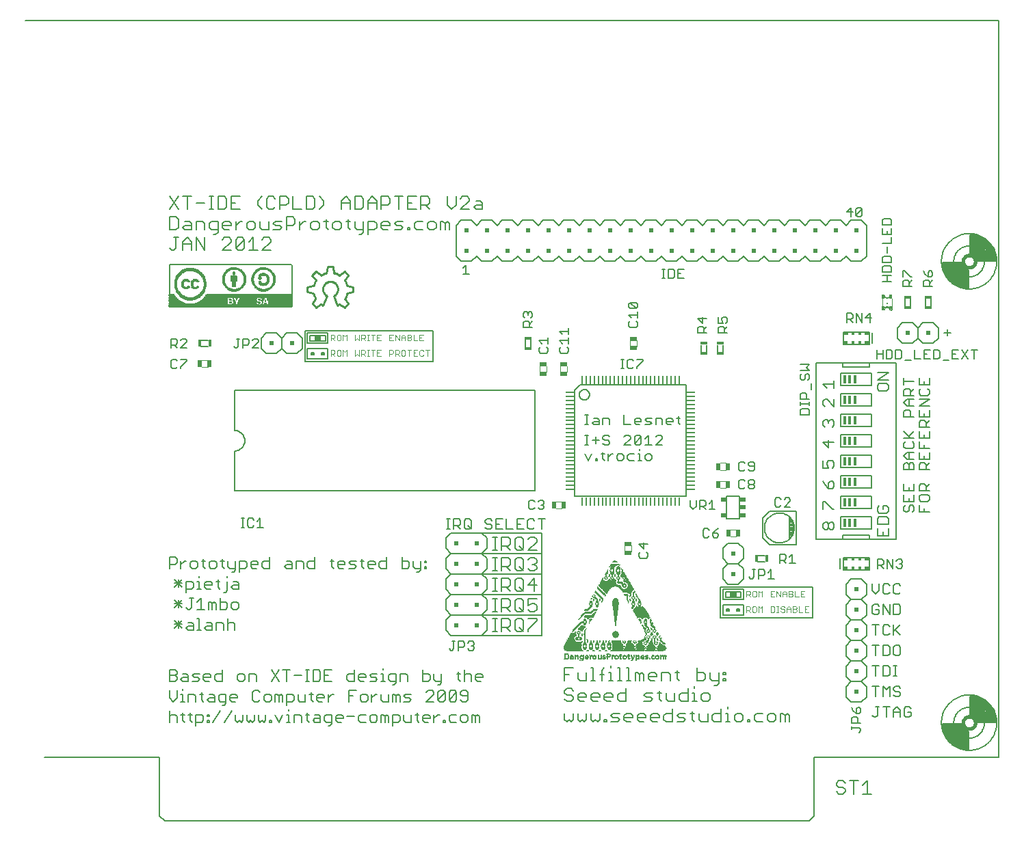
<source format=gto>
G75*
G70*
%OFA0B0*%
%FSLAX24Y24*%
%IPPOS*%
%LPD*%
%AMOC8*
5,1,8,0,0,1.08239X$1,22.5*
%
%ADD10C,0.0070*%
%ADD11C,0.0040*%
%ADD12C,0.0060*%
%ADD13C,0.0050*%
%ADD14C,0.0080*%
%ADD15R,0.0200X0.0200*%
%ADD16R,0.0150X0.0400*%
%ADD17R,0.0374X0.0197*%
%ADD18R,0.0128X0.0197*%
%ADD19R,0.0059X0.0098*%
%ADD20R,0.0157X0.0069*%
%ADD21R,0.0079X0.0079*%
%ADD22R,0.0118X0.0118*%
%ADD23R,0.0128X0.0030*%
%ADD24R,0.0160X0.0340*%
%ADD25R,0.0197X0.0374*%
%ADD26R,0.0340X0.0160*%
%ADD27C,0.0180*%
%ADD28C,0.0100*%
%ADD29R,0.0256X0.0197*%
%ADD30R,0.0394X0.0106*%
%ADD31R,0.0106X0.0394*%
%ADD32R,0.0236X0.0118*%
%ADD33R,0.0157X0.0118*%
%ADD34R,0.0197X0.0118*%
%ADD35R,0.0039X0.0551*%
%ADD36R,0.0079X0.0551*%
%ADD37R,0.0079X0.0039*%
%ADD38R,0.6015X0.0015*%
%ADD39R,0.6045X0.0015*%
%ADD40R,0.4395X0.0015*%
%ADD41R,0.1620X0.0015*%
%ADD42R,0.2865X0.0015*%
%ADD43R,0.0210X0.0015*%
%ADD44R,0.0975X0.0015*%
%ADD45R,0.0075X0.0015*%
%ADD46R,0.0165X0.0015*%
%ADD47R,0.1170X0.0015*%
%ADD48R,0.0180X0.0015*%
%ADD49R,0.0945X0.0015*%
%ADD50R,0.0045X0.0015*%
%ADD51R,0.1035X0.0015*%
%ADD52R,0.1785X0.0015*%
%ADD53R,0.0930X0.0015*%
%ADD54R,0.0150X0.0015*%
%ADD55R,0.0885X0.0015*%
%ADD56R,0.1650X0.0015*%
%ADD57R,0.0060X0.0015*%
%ADD58R,0.0030X0.0015*%
%ADD59R,0.0135X0.0015*%
%ADD60R,0.1185X0.0015*%
%ADD61R,0.0810X0.0015*%
%ADD62R,0.1575X0.0015*%
%ADD63R,0.0120X0.0015*%
%ADD64R,0.0915X0.0015*%
%ADD65R,0.0765X0.0015*%
%ADD66R,0.1530X0.0015*%
%ADD67R,0.1200X0.0015*%
%ADD68R,0.0735X0.0015*%
%ADD69R,0.1485X0.0015*%
%ADD70R,0.0690X0.0015*%
%ADD71R,0.1455X0.0015*%
%ADD72R,0.1110X0.0015*%
%ADD73R,0.0660X0.0015*%
%ADD74R,0.1425X0.0015*%
%ADD75R,0.1080X0.0015*%
%ADD76R,0.1215X0.0015*%
%ADD77R,0.0630X0.0015*%
%ADD78R,0.1395X0.0015*%
%ADD79R,0.0090X0.0015*%
%ADD80R,0.1020X0.0015*%
%ADD81R,0.0600X0.0015*%
%ADD82R,0.1365X0.0015*%
%ADD83R,0.0960X0.0015*%
%ADD84R,0.0585X0.0015*%
%ADD85R,0.1335X0.0015*%
%ADD86R,0.1230X0.0015*%
%ADD87R,0.0555X0.0015*%
%ADD88R,0.1320X0.0015*%
%ADD89R,0.0540X0.0015*%
%ADD90R,0.1290X0.0015*%
%ADD91R,0.0885X0.0015*%
%ADD92R,0.0225X0.0015*%
%ADD93R,0.1245X0.0015*%
%ADD94R,0.0510X0.0015*%
%ADD95R,0.0300X0.0015*%
%ADD96R,0.1275X0.0015*%
%ADD97R,0.0105X0.0015*%
%ADD98R,0.0270X0.0015*%
%ADD99R,0.0015X0.0015*%
%ADD100R,0.0495X0.0015*%
%ADD101R,0.0435X0.0015*%
%ADD102R,0.1260X0.0015*%
%ADD103R,0.0855X0.0015*%
%ADD104R,0.0480X0.0015*%
%ADD105R,0.0525X0.0015*%
%ADD106R,0.0465X0.0015*%
%ADD107R,0.0600X0.0015*%
%ADD108R,0.0450X0.0015*%
%ADD109R,0.0675X0.0015*%
%ADD110R,0.0840X0.0015*%
%ADD111R,0.0420X0.0015*%
%ADD112R,0.0735X0.0015*%
%ADD113R,0.0405X0.0015*%
%ADD114R,0.0780X0.0015*%
%ADD115R,0.0825X0.0015*%
%ADD116R,0.1155X0.0015*%
%ADD117R,0.0195X0.0015*%
%ADD118R,0.0390X0.0015*%
%ADD119R,0.2670X0.0015*%
%ADD120R,0.0375X0.0015*%
%ADD121R,0.4320X0.0015*%
%ADD122R,0.0360X0.0015*%
%ADD123R,0.0330X0.0015*%
%ADD124R,0.4305X0.0015*%
%ADD125R,0.0345X0.0015*%
%ADD126R,0.4290X0.0015*%
%ADD127R,0.0330X0.0015*%
%ADD128R,0.4275X0.0015*%
%ADD129R,0.0255X0.0015*%
%ADD130R,0.4260X0.0015*%
%ADD131R,0.0315X0.0015*%
%ADD132R,0.0240X0.0015*%
%ADD133R,0.0300X0.0015*%
%ADD134R,0.4245X0.0015*%
%ADD135R,0.0285X0.0015*%
%ADD136R,0.4230X0.0015*%
%ADD137R,0.0270X0.0015*%
%ADD138R,0.4215X0.0015*%
%ADD139R,0.0060X0.0015*%
%ADD140R,0.0360X0.0015*%
%ADD141R,0.0450X0.0015*%
%ADD142R,0.0510X0.0015*%
%ADD143R,0.0570X0.0015*%
%ADD144R,0.0555X0.0015*%
%ADD145R,0.0615X0.0015*%
%ADD146R,0.0660X0.0015*%
%ADD147R,0.0345X0.0015*%
%ADD148R,0.0390X0.0015*%
%ADD149R,0.0315X0.0015*%
%ADD150R,0.0420X0.0015*%
%ADD151R,0.0465X0.0015*%
%ADD152R,0.0375X0.0015*%
%ADD153R,0.0285X0.0015*%
%ADD154R,0.0405X0.0015*%
%ADD155R,0.0870X0.0015*%
%ADD156R,0.0720X0.0015*%
%ADD157R,0.0645X0.0015*%
%ADD158R,0.0585X0.0015*%
%ADD159R,0.0495X0.0015*%
%ADD160R,0.0540X0.0015*%
%ADD161R,0.0480X0.0015*%
%ADD162R,0.6015X0.0015*%
%ADD163R,0.5985X0.0015*%
%ADD164R,0.5955X0.0015*%
%ADD165R,0.5895X0.0015*%
%ADD166R,0.0150X0.0010*%
%ADD167R,0.0070X0.0010*%
%ADD168R,0.0160X0.0010*%
%ADD169R,0.0080X0.0010*%
%ADD170R,0.0170X0.0010*%
%ADD171R,0.0090X0.0010*%
%ADD172R,0.0040X0.0010*%
%ADD173R,0.0100X0.0010*%
%ADD174R,0.0010X0.0010*%
%ADD175R,0.0060X0.0010*%
%ADD176R,0.0130X0.0010*%
%ADD177R,0.0050X0.0010*%
%ADD178R,0.0110X0.0010*%
%ADD179R,0.0140X0.0010*%
%ADD180R,0.0120X0.0010*%
%ADD181R,0.0190X0.0010*%
%ADD182R,0.0180X0.0010*%
%ADD183R,0.0210X0.0010*%
%ADD184R,0.0220X0.0010*%
%ADD185R,0.0200X0.0010*%
%ADD186R,0.0030X0.0010*%
%ADD187R,0.0020X0.0010*%
%ADD188R,0.0310X0.0010*%
%ADD189R,0.0780X0.0010*%
%ADD190R,0.1640X0.0010*%
%ADD191R,0.0380X0.0010*%
%ADD192R,0.0260X0.0010*%
%ADD193R,0.0800X0.0010*%
%ADD194R,0.1610X0.0010*%
%ADD195R,0.0360X0.0010*%
%ADD196R,0.0290X0.0010*%
%ADD197R,0.0820X0.0010*%
%ADD198R,0.1590X0.0010*%
%ADD199R,0.0340X0.0010*%
%ADD200R,0.0840X0.0010*%
%ADD201R,0.1570X0.0010*%
%ADD202R,0.0330X0.0010*%
%ADD203R,0.0320X0.0010*%
%ADD204R,0.1550X0.0010*%
%ADD205R,0.0300X0.0010*%
%ADD206R,0.0850X0.0010*%
%ADD207R,0.1080X0.0010*%
%ADD208R,0.0520X0.0010*%
%ADD209R,0.0450X0.0010*%
%ADD210R,0.0420X0.0010*%
%ADD211R,0.0540X0.0010*%
%ADD212R,0.0410X0.0010*%
%ADD213R,0.0430X0.0010*%
%ADD214R,0.0860X0.0010*%
%ADD215R,0.0530X0.0010*%
%ADD216R,0.0390X0.0010*%
%ADD217R,0.0510X0.0010*%
%ADD218R,0.0400X0.0010*%
%ADD219R,0.0500X0.0010*%
%ADD220R,0.0480X0.0010*%
%ADD221R,0.0370X0.0010*%
%ADD222R,0.0440X0.0010*%
%ADD223R,0.0870X0.0010*%
%ADD224R,0.0350X0.0010*%
%ADD225R,0.0490X0.0010*%
%ADD226R,0.0230X0.0010*%
%ADD227R,0.0270X0.0010*%
%ADD228R,0.0240X0.0010*%
%ADD229R,0.0830X0.0010*%
%ADD230R,0.0280X0.0010*%
%ADD231R,0.0810X0.0010*%
%ADD232R,0.0470X0.0010*%
%ADD233R,0.0250X0.0010*%
%ADD234R,0.0460X0.0010*%
%ADD235R,0.0640X0.0010*%
%ADD236R,0.0630X0.0010*%
%ADD237R,0.0620X0.0010*%
%ADD238R,0.0610X0.0010*%
%ADD239R,0.0590X0.0010*%
%ADD240R,0.0580X0.0010*%
%ADD241R,0.0560X0.0010*%
%ADD242R,0.0550X0.0010*%
%ADD243R,0.0570X0.0010*%
%ADD244R,0.0650X0.0010*%
%ADD245R,0.0680X0.0010*%
%ADD246R,0.0720X0.0010*%
%ADD247R,0.1060X0.0010*%
%ADD248R,0.1070X0.0010*%
%ADD249R,0.1050X0.0010*%
%ADD250R,0.0920X0.0010*%
%ADD251R,0.0890X0.0010*%
%ADD252R,0.0770X0.0010*%
%ADD253R,0.0760X0.0010*%
%ADD254R,0.0750X0.0010*%
%ADD255R,0.0740X0.0010*%
%ADD256R,0.0730X0.0010*%
D10*
X024096Y017212D02*
X024306Y017212D01*
X024201Y017212D02*
X024201Y017842D01*
X024096Y017842D02*
X024306Y017842D01*
X024526Y017842D02*
X024841Y017842D01*
X024946Y017737D01*
X024946Y017527D01*
X024841Y017422D01*
X024526Y017422D01*
X024736Y017422D02*
X024946Y017212D01*
X025170Y017317D02*
X025275Y017212D01*
X025485Y017212D01*
X025591Y017317D01*
X025591Y017737D01*
X025485Y017842D01*
X025275Y017842D01*
X025170Y017737D01*
X025170Y017317D01*
X025380Y017422D02*
X025591Y017212D01*
X025815Y017212D02*
X025815Y017317D01*
X026235Y017737D01*
X026235Y017842D01*
X025815Y017842D01*
X025920Y018181D02*
X025815Y018286D01*
X025920Y018181D02*
X026130Y018181D01*
X026235Y018286D01*
X026235Y018496D01*
X026130Y018601D01*
X026025Y018601D01*
X025815Y018496D01*
X025815Y018811D01*
X026235Y018811D01*
X026130Y019181D02*
X026130Y019811D01*
X025815Y019496D01*
X026235Y019496D01*
X025591Y019286D02*
X025485Y019181D01*
X025275Y019181D01*
X025170Y019286D01*
X025170Y019706D01*
X025275Y019811D01*
X025485Y019811D01*
X025591Y019706D01*
X025591Y019286D01*
X025591Y019181D02*
X025380Y019391D01*
X024946Y019496D02*
X024841Y019391D01*
X024526Y019391D01*
X024736Y019391D02*
X024946Y019181D01*
X024946Y019496D02*
X024946Y019706D01*
X024841Y019811D01*
X024526Y019811D01*
X024526Y019181D01*
X024306Y019181D02*
X024096Y019181D01*
X024201Y019181D02*
X024201Y019811D01*
X024096Y019811D02*
X024306Y019811D01*
X024306Y020181D02*
X024096Y020181D01*
X024201Y020181D02*
X024201Y020811D01*
X024096Y020811D02*
X024306Y020811D01*
X024526Y020811D02*
X024841Y020811D01*
X024946Y020706D01*
X024946Y020496D01*
X024841Y020391D01*
X024526Y020391D01*
X024736Y020391D02*
X024946Y020181D01*
X025170Y020286D02*
X025275Y020181D01*
X025485Y020181D01*
X025591Y020286D01*
X025591Y020706D01*
X025485Y020811D01*
X025275Y020811D01*
X025170Y020706D01*
X025170Y020286D01*
X025380Y020391D02*
X025591Y020181D01*
X025815Y020286D02*
X025920Y020181D01*
X026130Y020181D01*
X026235Y020286D01*
X026235Y020391D01*
X026130Y020496D01*
X026025Y020496D01*
X026130Y020496D02*
X026235Y020601D01*
X026235Y020706D01*
X026130Y020811D01*
X025920Y020811D01*
X025815Y020706D01*
X025815Y021181D02*
X026235Y021601D01*
X026235Y021706D01*
X026130Y021811D01*
X025920Y021811D01*
X025815Y021706D01*
X025591Y021706D02*
X025591Y021286D01*
X025485Y021181D01*
X025275Y021181D01*
X025170Y021286D01*
X025170Y021706D01*
X025275Y021811D01*
X025485Y021811D01*
X025591Y021706D01*
X025380Y021391D02*
X025591Y021181D01*
X025815Y021181D02*
X026235Y021181D01*
X024946Y021181D02*
X024736Y021391D01*
X024841Y021391D02*
X024526Y021391D01*
X024526Y021181D02*
X024526Y021811D01*
X024841Y021811D01*
X024946Y021706D01*
X024946Y021496D01*
X024841Y021391D01*
X024306Y021181D02*
X024096Y021181D01*
X024201Y021181D02*
X024201Y021811D01*
X024096Y021811D02*
X024306Y021811D01*
X024526Y020811D02*
X024526Y020181D01*
X024526Y018811D02*
X024841Y018811D01*
X024946Y018706D01*
X024946Y018496D01*
X024841Y018391D01*
X024526Y018391D01*
X024736Y018391D02*
X024946Y018181D01*
X025170Y018286D02*
X025275Y018181D01*
X025485Y018181D01*
X025591Y018286D01*
X025591Y018706D01*
X025485Y018811D01*
X025275Y018811D01*
X025170Y018706D01*
X025170Y018286D01*
X025380Y018391D02*
X025591Y018181D01*
X024526Y018181D02*
X024526Y018811D01*
X024306Y018811D02*
X024096Y018811D01*
X024201Y018811D02*
X024201Y018181D01*
X024096Y018181D02*
X024306Y018181D01*
X024526Y017842D02*
X024526Y017212D01*
X027596Y015436D02*
X027596Y014806D01*
X027596Y015121D02*
X027806Y015121D01*
X027596Y015436D02*
X028016Y015436D01*
X028241Y015226D02*
X028241Y014911D01*
X028346Y014806D01*
X028661Y014806D01*
X028661Y015226D01*
X028885Y015436D02*
X028990Y015436D01*
X028990Y014806D01*
X028885Y014806D02*
X029095Y014806D01*
X029420Y014806D02*
X029420Y015331D01*
X029525Y015436D01*
X029744Y015226D02*
X029850Y015226D01*
X029850Y014806D01*
X029955Y014806D02*
X029744Y014806D01*
X029525Y015121D02*
X029315Y015121D01*
X029850Y015436D02*
X029850Y015541D01*
X030174Y015436D02*
X030279Y015436D01*
X030279Y014806D01*
X030174Y014806D02*
X030384Y014806D01*
X030604Y014806D02*
X030814Y014806D01*
X030709Y014806D02*
X030709Y015436D01*
X030604Y015436D01*
X031034Y015226D02*
X031139Y015226D01*
X031244Y015121D01*
X031349Y015226D01*
X031454Y015121D01*
X031454Y014806D01*
X031244Y014806D02*
X031244Y015121D01*
X031034Y015226D02*
X031034Y014806D01*
X030594Y014436D02*
X030594Y013806D01*
X030279Y013806D01*
X030174Y013911D01*
X030174Y014121D01*
X030279Y014226D01*
X030594Y014226D01*
X029950Y014121D02*
X029950Y014016D01*
X029530Y014016D01*
X029530Y014121D02*
X029635Y014226D01*
X029845Y014226D01*
X029950Y014121D01*
X029845Y013806D02*
X029635Y013806D01*
X029530Y013911D01*
X029530Y014121D01*
X029305Y014121D02*
X029305Y014016D01*
X028885Y014016D01*
X028885Y014121D02*
X028990Y014226D01*
X029200Y014226D01*
X029305Y014121D01*
X029200Y013806D02*
X028990Y013806D01*
X028885Y013911D01*
X028885Y014121D01*
X028661Y014121D02*
X028661Y014016D01*
X028241Y014016D01*
X028241Y014121D02*
X028346Y014226D01*
X028556Y014226D01*
X028661Y014121D01*
X028556Y013806D02*
X028346Y013806D01*
X028241Y013911D01*
X028241Y014121D01*
X028016Y014016D02*
X028016Y013911D01*
X027911Y013806D01*
X027701Y013806D01*
X027596Y013911D01*
X027701Y014121D02*
X027911Y014121D01*
X028016Y014016D01*
X028016Y014331D02*
X027911Y014436D01*
X027701Y014436D01*
X027596Y014331D01*
X027596Y014226D01*
X027701Y014121D01*
X027596Y013226D02*
X027596Y012911D01*
X027701Y012806D01*
X027806Y012911D01*
X027911Y012806D01*
X028016Y012911D01*
X028016Y013226D01*
X028241Y013226D02*
X028241Y012911D01*
X028346Y012806D01*
X028451Y012911D01*
X028556Y012806D01*
X028661Y012911D01*
X028661Y013226D01*
X028885Y013226D02*
X028885Y012911D01*
X028990Y012806D01*
X029095Y012911D01*
X029200Y012806D01*
X029305Y012911D01*
X029305Y013226D01*
X029530Y012911D02*
X029635Y012911D01*
X029635Y012806D01*
X029530Y012806D01*
X029530Y012911D01*
X029852Y012806D02*
X030167Y012806D01*
X030272Y012911D01*
X030167Y013016D01*
X029957Y013016D01*
X029852Y013121D01*
X029957Y013226D01*
X030272Y013226D01*
X030496Y013121D02*
X030601Y013226D01*
X030812Y013226D01*
X030917Y013121D01*
X030917Y013016D01*
X030496Y013016D01*
X030496Y012911D02*
X030496Y013121D01*
X030496Y012911D02*
X030601Y012806D01*
X030812Y012806D01*
X031141Y012911D02*
X031141Y013121D01*
X031246Y013226D01*
X031456Y013226D01*
X031561Y013121D01*
X031561Y013016D01*
X031141Y013016D01*
X031141Y012911D02*
X031246Y012806D01*
X031456Y012806D01*
X031785Y012911D02*
X031785Y013121D01*
X031891Y013226D01*
X032101Y013226D01*
X032206Y013121D01*
X032206Y013016D01*
X031785Y013016D01*
X031785Y012911D02*
X031891Y012806D01*
X032101Y012806D01*
X032430Y012911D02*
X032430Y013121D01*
X032535Y013226D01*
X032850Y013226D01*
X032850Y013436D02*
X032850Y012806D01*
X032535Y012806D01*
X032430Y012911D01*
X033074Y012806D02*
X033390Y012806D01*
X033495Y012911D01*
X033390Y013016D01*
X033180Y013016D01*
X033074Y013121D01*
X033180Y013226D01*
X033495Y013226D01*
X033719Y013226D02*
X033929Y013226D01*
X033824Y013331D02*
X033824Y012911D01*
X033929Y012806D01*
X034149Y012911D02*
X034254Y012806D01*
X034569Y012806D01*
X034569Y013226D01*
X034793Y013121D02*
X034898Y013226D01*
X035214Y013226D01*
X035214Y013436D02*
X035214Y012806D01*
X034898Y012806D01*
X034793Y012911D01*
X034793Y013121D01*
X034149Y013226D02*
X034149Y012911D01*
X034037Y013806D02*
X033826Y013806D01*
X033932Y013806D02*
X033932Y014226D01*
X033826Y014226D01*
X033602Y014226D02*
X033287Y014226D01*
X033182Y014121D01*
X033182Y013911D01*
X033287Y013806D01*
X033602Y013806D01*
X033602Y014436D01*
X033932Y014436D02*
X033932Y014541D01*
X034041Y014806D02*
X034357Y014806D01*
X034462Y014911D01*
X034462Y015121D01*
X034357Y015226D01*
X034041Y015226D01*
X034041Y015436D02*
X034041Y014806D01*
X034686Y014911D02*
X034686Y015226D01*
X034686Y014911D02*
X034791Y014806D01*
X035106Y014806D01*
X035106Y014701D02*
X035001Y014596D01*
X034896Y014596D01*
X035106Y014701D02*
X035106Y015226D01*
X035330Y015226D02*
X035330Y015121D01*
X035435Y015121D01*
X035435Y015226D01*
X035330Y015226D01*
X035330Y014911D02*
X035330Y014806D01*
X035435Y014806D01*
X035435Y014911D01*
X035330Y014911D01*
X034571Y014226D02*
X034361Y014226D01*
X034256Y014121D01*
X034256Y013911D01*
X034361Y013806D01*
X034571Y013806D01*
X034676Y013911D01*
X034676Y014121D01*
X034571Y014226D01*
X035543Y013541D02*
X035543Y013436D01*
X035543Y013226D02*
X035543Y012806D01*
X035438Y012806D02*
X035648Y012806D01*
X035867Y012911D02*
X035867Y013121D01*
X035973Y013226D01*
X036183Y013226D01*
X036288Y013121D01*
X036288Y012911D01*
X036183Y012806D01*
X035973Y012806D01*
X035867Y012911D01*
X035543Y013226D02*
X035438Y013226D01*
X036512Y012911D02*
X036617Y012911D01*
X036617Y012806D01*
X036512Y012806D01*
X036512Y012911D01*
X036834Y012911D02*
X036939Y012806D01*
X037255Y012806D01*
X037479Y012911D02*
X037584Y012806D01*
X037794Y012806D01*
X037899Y012911D01*
X037899Y013121D01*
X037794Y013226D01*
X037584Y013226D01*
X037479Y013121D01*
X037479Y012911D01*
X037255Y013226D02*
X036939Y013226D01*
X036834Y013121D01*
X036834Y012911D01*
X038123Y012806D02*
X038123Y013226D01*
X038228Y013226D01*
X038333Y013121D01*
X038439Y013226D01*
X038544Y013121D01*
X038544Y012806D01*
X038333Y012806D02*
X038333Y013121D01*
X032958Y013806D02*
X032958Y014226D01*
X032958Y013806D02*
X032642Y013806D01*
X032537Y013911D01*
X032537Y014226D01*
X032318Y014226D02*
X032108Y014226D01*
X032213Y014331D02*
X032213Y013911D01*
X032318Y013806D01*
X031884Y013911D02*
X031778Y014016D01*
X031568Y014016D01*
X031463Y014121D01*
X031568Y014226D01*
X031884Y014226D01*
X031884Y013911D02*
X031778Y013806D01*
X031463Y013806D01*
X031783Y014806D02*
X031678Y014911D01*
X031678Y015121D01*
X031783Y015226D01*
X031993Y015226D01*
X032098Y015121D01*
X032098Y015016D01*
X031678Y015016D01*
X031783Y014806D02*
X031993Y014806D01*
X032323Y014806D02*
X032323Y015226D01*
X032638Y015226D01*
X032743Y015121D01*
X032743Y014806D01*
X033072Y014911D02*
X033177Y014806D01*
X033072Y014911D02*
X033072Y015331D01*
X032967Y015226D02*
X033177Y015226D01*
X031763Y025556D02*
X031845Y025637D01*
X031845Y025801D01*
X031763Y025883D01*
X031600Y025883D01*
X031518Y025801D01*
X031518Y025637D01*
X031600Y025556D01*
X031763Y025556D01*
X031338Y025556D02*
X031174Y025556D01*
X031256Y025556D02*
X031256Y025883D01*
X031174Y025883D01*
X031256Y026046D02*
X031256Y026128D01*
X031247Y026306D02*
X031084Y026306D01*
X031002Y026387D01*
X031329Y026714D01*
X031329Y026387D01*
X031247Y026306D01*
X031002Y026387D02*
X031002Y026714D01*
X031084Y026796D01*
X031247Y026796D01*
X031329Y026714D01*
X031518Y026633D02*
X031681Y026796D01*
X031681Y026306D01*
X031518Y026306D02*
X031845Y026306D01*
X032034Y026306D02*
X032360Y026633D01*
X032360Y026714D01*
X032279Y026796D01*
X032115Y026796D01*
X032034Y026714D01*
X032034Y026306D02*
X032360Y026306D01*
X032360Y027306D02*
X032360Y027551D01*
X032279Y027633D01*
X032034Y027633D01*
X032034Y027306D01*
X031845Y027387D02*
X031763Y027469D01*
X031600Y027469D01*
X031518Y027551D01*
X031600Y027633D01*
X031845Y027633D01*
X031845Y027387D02*
X031763Y027306D01*
X031518Y027306D01*
X031329Y027469D02*
X031002Y027469D01*
X031002Y027387D02*
X031002Y027551D01*
X031084Y027633D01*
X031247Y027633D01*
X031329Y027551D01*
X031329Y027469D01*
X031247Y027306D02*
X031084Y027306D01*
X031002Y027387D01*
X030814Y027306D02*
X030487Y027306D01*
X030487Y027796D01*
X029782Y027551D02*
X029782Y027306D01*
X029782Y027551D02*
X029701Y027633D01*
X029455Y027633D01*
X029455Y027306D01*
X029267Y027306D02*
X029021Y027306D01*
X028940Y027387D01*
X029021Y027469D01*
X029267Y027469D01*
X029267Y027551D02*
X029267Y027306D01*
X029267Y027551D02*
X029185Y027633D01*
X029021Y027633D01*
X028759Y027796D02*
X028596Y027796D01*
X028678Y027796D02*
X028678Y027306D01*
X028759Y027306D02*
X028596Y027306D01*
X028596Y026796D02*
X028759Y026796D01*
X028678Y026796D02*
X028678Y026306D01*
X028759Y026306D02*
X028596Y026306D01*
X028940Y026551D02*
X029267Y026551D01*
X029455Y026633D02*
X029537Y026551D01*
X029701Y026551D01*
X029782Y026469D01*
X029782Y026387D01*
X029701Y026306D01*
X029537Y026306D01*
X029455Y026387D01*
X029455Y026633D02*
X029455Y026714D01*
X029537Y026796D01*
X029701Y026796D01*
X029782Y026714D01*
X029103Y026714D02*
X029103Y026387D01*
X028923Y025883D02*
X028759Y025556D01*
X028596Y025883D01*
X029112Y025637D02*
X029193Y025637D01*
X029193Y025556D01*
X029112Y025556D01*
X029112Y025637D01*
X029451Y025637D02*
X029533Y025556D01*
X029451Y025637D02*
X029451Y025964D01*
X029369Y025883D02*
X029533Y025883D01*
X029713Y025883D02*
X029713Y025556D01*
X029713Y025719D02*
X029877Y025883D01*
X029958Y025883D01*
X030143Y025801D02*
X030143Y025637D01*
X030225Y025556D01*
X030388Y025556D01*
X030470Y025637D01*
X030470Y025801D01*
X030388Y025883D01*
X030225Y025883D01*
X030143Y025801D01*
X030659Y025801D02*
X030659Y025637D01*
X030740Y025556D01*
X030985Y025556D01*
X030985Y025883D02*
X030740Y025883D01*
X030659Y025801D01*
X030814Y026306D02*
X030487Y026306D01*
X030814Y026633D01*
X030814Y026714D01*
X030732Y026796D01*
X030568Y026796D01*
X030487Y026714D01*
X032549Y027387D02*
X032549Y027551D01*
X032631Y027633D01*
X032794Y027633D01*
X032876Y027551D01*
X032876Y027469D01*
X032549Y027469D01*
X032549Y027387D02*
X032631Y027306D01*
X032794Y027306D01*
X033147Y027387D02*
X033228Y027306D01*
X033147Y027387D02*
X033147Y027714D01*
X033228Y027633D02*
X033065Y027633D01*
X021979Y036806D02*
X021979Y037121D01*
X021874Y037226D01*
X021769Y037121D01*
X021769Y036806D01*
X021559Y036806D02*
X021559Y037226D01*
X021664Y037226D01*
X021769Y037121D01*
X021335Y037121D02*
X021229Y037226D01*
X021019Y037226D01*
X020914Y037121D01*
X020914Y036911D01*
X021019Y036806D01*
X021229Y036806D01*
X021335Y036911D01*
X021335Y037121D01*
X020690Y037226D02*
X020375Y037226D01*
X020270Y037121D01*
X020270Y036911D01*
X020375Y036806D01*
X020690Y036806D01*
X020053Y036806D02*
X019947Y036806D01*
X019947Y036911D01*
X020053Y036911D01*
X020053Y036806D01*
X019723Y036911D02*
X019618Y037016D01*
X019408Y037016D01*
X019303Y037121D01*
X019408Y037226D01*
X019723Y037226D01*
X019723Y036911D02*
X019618Y036806D01*
X019303Y036806D01*
X019079Y037016D02*
X019079Y037121D01*
X018974Y037226D01*
X018764Y037226D01*
X018658Y037121D01*
X018658Y036911D01*
X018764Y036806D01*
X018974Y036806D01*
X019079Y037016D02*
X018658Y037016D01*
X018434Y037121D02*
X018434Y036911D01*
X018329Y036806D01*
X018014Y036806D01*
X018014Y036596D02*
X018014Y037226D01*
X018329Y037226D01*
X018434Y037121D01*
X017790Y037226D02*
X017790Y036701D01*
X017685Y036596D01*
X017580Y036596D01*
X017474Y036806D02*
X017790Y036806D01*
X017474Y036806D02*
X017369Y036911D01*
X017369Y037226D01*
X017150Y037226D02*
X016940Y037226D01*
X017045Y037331D02*
X017045Y036911D01*
X017150Y036806D01*
X016716Y036911D02*
X016716Y037121D01*
X016610Y037226D01*
X016400Y037226D01*
X016295Y037121D01*
X016295Y036911D01*
X016400Y036806D01*
X016610Y036806D01*
X016716Y036911D01*
X016076Y036806D02*
X015971Y036911D01*
X015971Y037331D01*
X016076Y037226D02*
X015865Y037226D01*
X015641Y037121D02*
X015536Y037226D01*
X015326Y037226D01*
X015221Y037121D01*
X015221Y036911D01*
X015326Y036806D01*
X015536Y036806D01*
X015641Y036911D01*
X015641Y037121D01*
X014999Y037226D02*
X014894Y037226D01*
X014684Y037016D01*
X014684Y036806D02*
X014684Y037226D01*
X014460Y037121D02*
X014355Y037016D01*
X014039Y037016D01*
X014039Y036806D02*
X014039Y037436D01*
X014355Y037436D01*
X014460Y037331D01*
X014460Y037121D01*
X013815Y037226D02*
X013500Y037226D01*
X013395Y037121D01*
X013500Y037016D01*
X013710Y037016D01*
X013815Y036911D01*
X013710Y036806D01*
X013395Y036806D01*
X013171Y036806D02*
X013171Y037226D01*
X013171Y036806D02*
X012855Y036806D01*
X012750Y036911D01*
X012750Y037226D01*
X012526Y037121D02*
X012526Y036911D01*
X012421Y036806D01*
X012211Y036806D01*
X012106Y036911D01*
X012106Y037121D01*
X012211Y037226D01*
X012421Y037226D01*
X012526Y037121D01*
X011884Y037226D02*
X011779Y037226D01*
X011569Y037016D01*
X011569Y036806D02*
X011569Y037226D01*
X011344Y037121D02*
X011344Y037016D01*
X010924Y037016D01*
X010924Y036911D02*
X010924Y037121D01*
X011029Y037226D01*
X011239Y037226D01*
X011344Y037121D01*
X011239Y036806D02*
X011029Y036806D01*
X010924Y036911D01*
X010700Y036806D02*
X010385Y036806D01*
X010280Y036911D01*
X010280Y037121D01*
X010385Y037226D01*
X010700Y037226D01*
X010700Y036701D01*
X010595Y036596D01*
X010490Y036596D01*
X010055Y036436D02*
X010055Y035806D01*
X009635Y036436D01*
X009635Y035806D01*
X009411Y035806D02*
X009411Y036226D01*
X009201Y036436D01*
X008991Y036226D01*
X008991Y035806D01*
X008991Y036121D02*
X009411Y036121D01*
X008766Y036436D02*
X008556Y036436D01*
X008661Y036436D02*
X008661Y035911D01*
X008556Y035806D01*
X008451Y035806D01*
X008346Y035911D01*
X008346Y036806D02*
X008661Y036806D01*
X008766Y036911D01*
X008766Y037331D01*
X008661Y037436D01*
X008346Y037436D01*
X008346Y036806D01*
X008991Y036911D02*
X009096Y037016D01*
X009411Y037016D01*
X009411Y037121D02*
X009411Y036806D01*
X009096Y036806D01*
X008991Y036911D01*
X009096Y037226D02*
X009306Y037226D01*
X009411Y037121D01*
X009635Y037226D02*
X009950Y037226D01*
X010055Y037121D01*
X010055Y036806D01*
X009635Y036806D02*
X009635Y037226D01*
X009201Y037806D02*
X009201Y038436D01*
X008991Y038436D02*
X009411Y038436D01*
X009635Y038121D02*
X010055Y038121D01*
X010280Y038436D02*
X010490Y038436D01*
X010385Y038436D02*
X010385Y037806D01*
X010280Y037806D02*
X010490Y037806D01*
X010709Y037806D02*
X010709Y038436D01*
X011025Y038436D01*
X011130Y038331D01*
X011130Y037911D01*
X011025Y037806D01*
X010709Y037806D01*
X011354Y037806D02*
X011354Y038436D01*
X011774Y038436D01*
X011564Y038121D02*
X011354Y038121D01*
X011354Y037806D02*
X011774Y037806D01*
X012643Y038016D02*
X012643Y038226D01*
X012853Y038436D01*
X013073Y038331D02*
X013073Y037911D01*
X013178Y037806D01*
X013388Y037806D01*
X013493Y037911D01*
X013717Y038016D02*
X014032Y038016D01*
X014137Y038121D01*
X014137Y038331D01*
X014032Y038436D01*
X013717Y038436D01*
X013717Y037806D01*
X013493Y038331D02*
X013388Y038436D01*
X013178Y038436D01*
X013073Y038331D01*
X012643Y038016D02*
X012853Y037806D01*
X014362Y037806D02*
X014782Y037806D01*
X015006Y037806D02*
X015321Y037806D01*
X015426Y037911D01*
X015426Y038331D01*
X015321Y038436D01*
X015006Y038436D01*
X015006Y037806D01*
X014362Y037806D02*
X014362Y038436D01*
X015651Y038436D02*
X015861Y038226D01*
X015861Y038016D01*
X015651Y037806D01*
X016725Y037806D02*
X016725Y038226D01*
X016935Y038436D01*
X017145Y038226D01*
X017145Y037806D01*
X017369Y037806D02*
X017369Y038436D01*
X017685Y038436D01*
X017790Y038331D01*
X017790Y037911D01*
X017685Y037806D01*
X017369Y037806D01*
X017145Y038121D02*
X016725Y038121D01*
X018014Y038121D02*
X018434Y038121D01*
X018434Y038226D02*
X018434Y037806D01*
X018658Y037806D02*
X018658Y038436D01*
X018974Y038436D01*
X019079Y038331D01*
X019079Y038121D01*
X018974Y038016D01*
X018658Y038016D01*
X018434Y038226D02*
X018224Y038436D01*
X018014Y038226D01*
X018014Y037806D01*
X019303Y038436D02*
X019723Y038436D01*
X019513Y038436D02*
X019513Y037806D01*
X019948Y037806D02*
X019948Y038436D01*
X020368Y038436D01*
X020592Y038436D02*
X020592Y037806D01*
X020592Y038016D02*
X020907Y038016D01*
X021012Y038121D01*
X021012Y038331D01*
X020907Y038436D01*
X020592Y038436D01*
X020802Y038016D02*
X021012Y037806D01*
X020368Y037806D02*
X019948Y037806D01*
X019948Y038121D02*
X020158Y038121D01*
X021881Y038016D02*
X022091Y037806D01*
X022301Y038016D01*
X022301Y038436D01*
X022526Y038331D02*
X022631Y038436D01*
X022841Y038436D01*
X022946Y038331D01*
X022946Y038226D01*
X022526Y037806D01*
X022946Y037806D01*
X023170Y037911D02*
X023275Y038016D01*
X023591Y038016D01*
X023591Y038121D02*
X023591Y037806D01*
X023275Y037806D01*
X023170Y037911D01*
X023275Y038226D02*
X023485Y038226D01*
X023591Y038121D01*
X021881Y038016D02*
X021881Y038436D01*
X013278Y036331D02*
X013173Y036436D01*
X012963Y036436D01*
X012858Y036331D01*
X013278Y036331D02*
X013278Y036226D01*
X012858Y035806D01*
X013278Y035806D01*
X012634Y035806D02*
X012213Y035806D01*
X012423Y035806D02*
X012423Y036436D01*
X012213Y036226D01*
X011989Y036331D02*
X011569Y035911D01*
X011674Y035806D01*
X011884Y035806D01*
X011989Y035911D01*
X011989Y036331D01*
X011884Y036436D01*
X011674Y036436D01*
X011569Y036331D01*
X011569Y035911D01*
X011344Y035806D02*
X010924Y035806D01*
X011344Y036226D01*
X011344Y036331D01*
X011239Y036436D01*
X011029Y036436D01*
X010924Y036331D01*
X008766Y037806D02*
X008346Y038436D01*
X008766Y038436D02*
X008346Y037806D01*
X046096Y031801D02*
X046423Y031801D01*
X046259Y031964D02*
X046259Y031637D01*
D11*
X043537Y032907D02*
X043537Y033468D01*
X043448Y033635D02*
X043443Y033613D01*
X043435Y033593D01*
X043424Y033575D01*
X043409Y033558D01*
X043393Y033544D01*
X043374Y033532D01*
X043354Y033524D01*
X043333Y033519D01*
X043311Y033517D01*
X043289Y033519D01*
X043268Y033524D01*
X043248Y033532D01*
X043229Y033544D01*
X043213Y033558D01*
X043198Y033575D01*
X043187Y033593D01*
X043179Y033613D01*
X043174Y033635D01*
X043085Y033477D02*
X043085Y033064D01*
X043174Y032906D02*
X043179Y032928D01*
X043187Y032948D01*
X043198Y032966D01*
X043213Y032983D01*
X043229Y032997D01*
X043248Y033009D01*
X043268Y033017D01*
X043289Y033022D01*
X043311Y033024D01*
X043333Y033022D01*
X043354Y033017D01*
X043374Y033009D01*
X043393Y032997D01*
X043409Y032983D01*
X043424Y032966D01*
X043435Y032948D01*
X043443Y032928D01*
X043448Y032906D01*
X043447Y032936D02*
X043449Y032948D01*
X043454Y032959D01*
X043462Y032968D01*
X043473Y032974D01*
X043485Y032977D01*
X043497Y032976D01*
X043509Y032972D01*
X043518Y032964D01*
X043525Y032954D01*
X043529Y032942D01*
X043529Y032930D01*
X043525Y032918D01*
X043518Y032908D01*
X043508Y032900D01*
X043497Y032896D01*
X043485Y032895D01*
X043473Y032898D01*
X043462Y032904D01*
X043454Y032913D01*
X043449Y032924D01*
X043447Y032936D01*
X035451Y025436D02*
X035171Y025436D01*
X035171Y025101D02*
X035451Y025101D01*
X035451Y024561D02*
X035171Y024561D01*
X035171Y024226D02*
X035451Y024226D01*
X035671Y022186D02*
X035951Y022186D01*
X035951Y021851D02*
X035671Y021851D01*
X036456Y019196D02*
X036596Y019196D01*
X036643Y019149D01*
X036643Y019056D01*
X036596Y019009D01*
X036456Y019009D01*
X036456Y018916D02*
X036456Y019196D01*
X036549Y019009D02*
X036643Y018916D01*
X036751Y018962D02*
X036797Y018916D01*
X036891Y018916D01*
X036937Y018962D01*
X036937Y019149D01*
X036891Y019196D01*
X036797Y019196D01*
X036751Y019149D01*
X036751Y018962D01*
X037045Y018916D02*
X037045Y019196D01*
X037139Y019103D01*
X037232Y019196D01*
X037232Y018916D01*
X037635Y018916D02*
X037821Y018916D01*
X037929Y018916D02*
X037929Y019196D01*
X038116Y018916D01*
X038116Y019196D01*
X038224Y019103D02*
X038317Y019196D01*
X038411Y019103D01*
X038411Y018916D01*
X038519Y018916D02*
X038659Y018916D01*
X038705Y018962D01*
X038705Y019009D01*
X038659Y019056D01*
X038519Y019056D01*
X038411Y019056D02*
X038224Y019056D01*
X038224Y019103D02*
X038224Y018916D01*
X038519Y018916D02*
X038519Y019196D01*
X038659Y019196D01*
X038705Y019149D01*
X038705Y019103D01*
X038659Y019056D01*
X038813Y019196D02*
X038813Y018916D01*
X039000Y018916D01*
X039108Y018916D02*
X039295Y018916D01*
X039201Y019056D02*
X039108Y019056D01*
X039108Y019196D02*
X039108Y018916D01*
X039108Y019196D02*
X039295Y019196D01*
X039304Y018446D02*
X039304Y018166D01*
X039491Y018166D01*
X039398Y018306D02*
X039304Y018306D01*
X039304Y018446D02*
X039491Y018446D01*
X039196Y018166D02*
X039010Y018166D01*
X039010Y018446D01*
X038902Y018399D02*
X038902Y018353D01*
X038855Y018306D01*
X038715Y018306D01*
X038607Y018306D02*
X038420Y018306D01*
X038420Y018353D02*
X038420Y018166D01*
X038312Y018212D02*
X038266Y018166D01*
X038172Y018166D01*
X038126Y018212D01*
X038172Y018306D02*
X038266Y018306D01*
X038312Y018259D01*
X038312Y018212D01*
X038172Y018306D02*
X038126Y018353D01*
X038126Y018399D01*
X038172Y018446D01*
X038266Y018446D01*
X038312Y018399D01*
X038420Y018353D02*
X038514Y018446D01*
X038607Y018353D01*
X038607Y018166D01*
X038715Y018166D02*
X038855Y018166D01*
X038902Y018212D01*
X038902Y018259D01*
X038855Y018306D01*
X038902Y018399D02*
X038855Y018446D01*
X038715Y018446D01*
X038715Y018166D01*
X038023Y018166D02*
X037929Y018166D01*
X037976Y018166D02*
X037976Y018446D01*
X037929Y018446D02*
X038023Y018446D01*
X037821Y018399D02*
X037821Y018212D01*
X037775Y018166D01*
X037635Y018166D01*
X037635Y018446D01*
X037775Y018446D01*
X037821Y018399D01*
X037635Y018916D02*
X037635Y019196D01*
X037821Y019196D01*
X037728Y019056D02*
X037635Y019056D01*
X037232Y018446D02*
X037139Y018353D01*
X037045Y018446D01*
X037045Y018166D01*
X036937Y018212D02*
X036937Y018399D01*
X036891Y018446D01*
X036797Y018446D01*
X036751Y018399D01*
X036751Y018212D01*
X036797Y018166D01*
X036891Y018166D01*
X036937Y018212D01*
X036643Y018166D02*
X036549Y018259D01*
X036596Y018259D02*
X036456Y018259D01*
X036456Y018166D02*
X036456Y018446D01*
X036596Y018446D01*
X036643Y018399D01*
X036643Y018306D01*
X036596Y018259D01*
X037232Y018166D02*
X037232Y018446D01*
X030851Y021131D02*
X030851Y021411D01*
X030516Y021411D02*
X030516Y021131D01*
X027451Y023231D02*
X027171Y023231D01*
X027171Y023566D02*
X027451Y023566D01*
X027396Y029881D02*
X027396Y030161D01*
X027731Y030161D02*
X027731Y029881D01*
X026731Y029881D02*
X026731Y030161D01*
X026396Y030161D02*
X026396Y029881D01*
X030771Y031131D02*
X030771Y031411D01*
X031106Y031411D02*
X031106Y031131D01*
X021009Y030946D02*
X020822Y030946D01*
X020916Y030946D02*
X020916Y030666D01*
X020714Y030712D02*
X020668Y030666D01*
X020574Y030666D01*
X020527Y030712D01*
X020527Y030899D01*
X020574Y030946D01*
X020668Y030946D01*
X020714Y030899D01*
X020420Y030946D02*
X020233Y030946D01*
X020233Y030666D01*
X020420Y030666D01*
X020326Y030806D02*
X020233Y030806D01*
X020125Y030946D02*
X019938Y030946D01*
X020032Y030946D02*
X020032Y030666D01*
X019830Y030712D02*
X019830Y030899D01*
X019784Y030946D01*
X019690Y030946D01*
X019644Y030899D01*
X019644Y030712D01*
X019690Y030666D01*
X019784Y030666D01*
X019830Y030712D01*
X019536Y030666D02*
X019442Y030759D01*
X019489Y030759D02*
X019349Y030759D01*
X019349Y030666D02*
X019349Y030946D01*
X019489Y030946D01*
X019536Y030899D01*
X019536Y030806D01*
X019489Y030759D01*
X019241Y030806D02*
X019241Y030899D01*
X019194Y030946D01*
X019054Y030946D01*
X019054Y030666D01*
X019054Y030759D02*
X019194Y030759D01*
X019241Y030806D01*
X018652Y030946D02*
X018465Y030946D01*
X018465Y030666D01*
X018652Y030666D01*
X018558Y030806D02*
X018465Y030806D01*
X018357Y030946D02*
X018170Y030946D01*
X018264Y030946D02*
X018264Y030666D01*
X018067Y030666D02*
X017974Y030666D01*
X018021Y030666D02*
X018021Y030946D01*
X018067Y030946D02*
X017974Y030946D01*
X017866Y030899D02*
X017866Y030806D01*
X017819Y030759D01*
X017679Y030759D01*
X017679Y030666D02*
X017679Y030946D01*
X017819Y030946D01*
X017866Y030899D01*
X017773Y030759D02*
X017866Y030666D01*
X017571Y030666D02*
X017571Y030946D01*
X017385Y030946D02*
X017385Y030666D01*
X017478Y030759D01*
X017571Y030666D01*
X016982Y030666D02*
X016982Y030946D01*
X016889Y030853D01*
X016795Y030946D01*
X016795Y030666D01*
X016687Y030712D02*
X016687Y030899D01*
X016641Y030946D01*
X016547Y030946D01*
X016501Y030899D01*
X016501Y030712D01*
X016547Y030666D01*
X016641Y030666D01*
X016687Y030712D01*
X016393Y030666D02*
X016299Y030759D01*
X016346Y030759D02*
X016206Y030759D01*
X016206Y030666D02*
X016206Y030946D01*
X016346Y030946D01*
X016393Y030899D01*
X016393Y030806D01*
X016346Y030759D01*
X016393Y031416D02*
X016299Y031509D01*
X016346Y031509D02*
X016206Y031509D01*
X016206Y031416D02*
X016206Y031696D01*
X016346Y031696D01*
X016393Y031649D01*
X016393Y031556D01*
X016346Y031509D01*
X016501Y031462D02*
X016547Y031416D01*
X016641Y031416D01*
X016687Y031462D01*
X016687Y031649D01*
X016641Y031696D01*
X016547Y031696D01*
X016501Y031649D01*
X016501Y031462D01*
X016795Y031416D02*
X016795Y031696D01*
X016889Y031603D01*
X016982Y031696D01*
X016982Y031416D01*
X017385Y031416D02*
X017478Y031509D01*
X017571Y031416D01*
X017571Y031696D01*
X017679Y031696D02*
X017819Y031696D01*
X017866Y031649D01*
X017866Y031556D01*
X017819Y031509D01*
X017679Y031509D01*
X017679Y031416D02*
X017679Y031696D01*
X017773Y031509D02*
X017866Y031416D01*
X017974Y031416D02*
X018067Y031416D01*
X018021Y031416D02*
X018021Y031696D01*
X018067Y031696D02*
X017974Y031696D01*
X018170Y031696D02*
X018357Y031696D01*
X018264Y031696D02*
X018264Y031416D01*
X018465Y031416D02*
X018652Y031416D01*
X018558Y031556D02*
X018465Y031556D01*
X018465Y031696D02*
X018465Y031416D01*
X018465Y031696D02*
X018652Y031696D01*
X019054Y031696D02*
X019054Y031416D01*
X019241Y031416D01*
X019349Y031416D02*
X019349Y031696D01*
X019536Y031416D01*
X019536Y031696D01*
X019644Y031603D02*
X019737Y031696D01*
X019830Y031603D01*
X019830Y031416D01*
X019938Y031416D02*
X020078Y031416D01*
X020125Y031462D01*
X020125Y031509D01*
X020078Y031556D01*
X019938Y031556D01*
X019830Y031556D02*
X019644Y031556D01*
X019644Y031603D02*
X019644Y031416D01*
X019938Y031416D02*
X019938Y031696D01*
X020078Y031696D01*
X020125Y031649D01*
X020125Y031603D01*
X020078Y031556D01*
X020233Y031696D02*
X020233Y031416D01*
X020420Y031416D01*
X020527Y031416D02*
X020714Y031416D01*
X020621Y031556D02*
X020527Y031556D01*
X020527Y031696D02*
X020527Y031416D01*
X020527Y031696D02*
X020714Y031696D01*
X019241Y031696D02*
X019054Y031696D01*
X019054Y031556D02*
X019148Y031556D01*
X017385Y031696D02*
X017385Y031416D01*
X010201Y030441D02*
X009921Y030441D01*
X009921Y030106D02*
X010201Y030106D01*
D12*
X010231Y031131D02*
X009891Y031131D01*
X009891Y031411D02*
X010231Y031411D01*
X009174Y031418D02*
X009101Y031491D01*
X008954Y031491D01*
X008881Y031418D01*
X008714Y031418D02*
X008714Y031271D01*
X008640Y031197D01*
X008420Y031197D01*
X008420Y031051D02*
X008420Y031491D01*
X008640Y031491D01*
X008714Y031418D01*
X008567Y031197D02*
X008714Y031051D01*
X008881Y031051D02*
X009174Y031344D01*
X009174Y031418D01*
X009174Y031051D02*
X008881Y031051D01*
X008881Y030491D02*
X009174Y030491D01*
X009174Y030418D01*
X008881Y030124D01*
X008881Y030051D01*
X008714Y030124D02*
X008640Y030051D01*
X008494Y030051D01*
X008420Y030124D01*
X008420Y030418D01*
X008494Y030491D01*
X008640Y030491D01*
X008714Y030418D01*
X011466Y031124D02*
X011539Y031051D01*
X011613Y031051D01*
X011686Y031124D01*
X011686Y031491D01*
X011613Y031491D02*
X011760Y031491D01*
X011926Y031491D02*
X012147Y031491D01*
X012220Y031418D01*
X012220Y031271D01*
X012147Y031197D01*
X011926Y031197D01*
X011926Y031051D02*
X011926Y031491D01*
X012387Y031418D02*
X012460Y031491D01*
X012607Y031491D01*
X012680Y031418D01*
X012680Y031344D01*
X012387Y031051D01*
X012680Y031051D01*
X012811Y031021D02*
X013061Y030771D01*
X013561Y030771D01*
X013811Y031021D01*
X014061Y030771D01*
X014561Y030771D01*
X014811Y031021D01*
X014811Y031521D01*
X014561Y031771D01*
X014061Y031771D01*
X013811Y031521D01*
X013811Y031021D01*
X013811Y031521D02*
X013561Y031771D01*
X013061Y031771D01*
X012811Y031521D01*
X012811Y031021D01*
X011511Y028971D02*
X026161Y028971D01*
X026161Y024071D01*
X011511Y024071D01*
X011511Y026021D01*
X011555Y026023D01*
X011598Y026029D01*
X011640Y026038D01*
X011682Y026051D01*
X011722Y026068D01*
X011761Y026088D01*
X011798Y026111D01*
X011832Y026138D01*
X011865Y026167D01*
X011894Y026200D01*
X011921Y026234D01*
X011944Y026271D01*
X011964Y026310D01*
X011981Y026350D01*
X011994Y026392D01*
X012003Y026434D01*
X012009Y026477D01*
X012011Y026521D01*
X012009Y026565D01*
X012003Y026608D01*
X011994Y026650D01*
X011981Y026692D01*
X011964Y026732D01*
X011944Y026771D01*
X011921Y026808D01*
X011894Y026842D01*
X011865Y026875D01*
X011832Y026904D01*
X011798Y026931D01*
X011761Y026954D01*
X011722Y026974D01*
X011682Y026991D01*
X011640Y027004D01*
X011598Y027013D01*
X011555Y027019D01*
X011511Y027021D01*
X011511Y028971D01*
X011841Y022741D02*
X011988Y022741D01*
X011914Y022741D02*
X011914Y022301D01*
X011841Y022301D02*
X011988Y022301D01*
X012148Y022374D02*
X012221Y022301D01*
X012368Y022301D01*
X012441Y022374D01*
X012608Y022301D02*
X012902Y022301D01*
X012755Y022301D02*
X012755Y022741D01*
X012608Y022594D01*
X012441Y022668D02*
X012368Y022741D01*
X012221Y022741D01*
X012148Y022668D01*
X012148Y022374D01*
X013213Y020841D02*
X013213Y020301D01*
X012943Y020301D01*
X012853Y020391D01*
X012853Y020571D01*
X012943Y020661D01*
X013213Y020661D01*
X012660Y020571D02*
X012660Y020481D01*
X012300Y020481D01*
X012300Y020571D02*
X012390Y020661D01*
X012570Y020661D01*
X012660Y020571D01*
X012570Y020301D02*
X012390Y020301D01*
X012300Y020391D01*
X012300Y020571D01*
X012108Y020571D02*
X012108Y020391D01*
X012018Y020301D01*
X011748Y020301D01*
X011748Y020121D02*
X011748Y020661D01*
X012018Y020661D01*
X012108Y020571D01*
X011556Y020661D02*
X011556Y020211D01*
X011466Y020121D01*
X011375Y020121D01*
X011285Y020301D02*
X011195Y020391D01*
X011195Y020661D01*
X011007Y020661D02*
X010827Y020661D01*
X010917Y020751D02*
X010917Y020391D01*
X011007Y020301D01*
X011285Y020301D02*
X011556Y020301D01*
X011165Y019931D02*
X011165Y019841D01*
X011165Y019661D02*
X011165Y019211D01*
X011075Y019121D01*
X010985Y019121D01*
X010797Y019301D02*
X010707Y019391D01*
X010707Y019751D01*
X010617Y019661D02*
X010797Y019661D01*
X010424Y019571D02*
X010424Y019481D01*
X010064Y019481D01*
X010064Y019571D02*
X010154Y019661D01*
X010334Y019661D01*
X010424Y019571D01*
X010334Y019301D02*
X010154Y019301D01*
X010064Y019391D01*
X010064Y019571D01*
X009786Y019661D02*
X009786Y019301D01*
X009696Y019301D02*
X009876Y019301D01*
X009786Y019661D02*
X009696Y019661D01*
X009786Y019841D02*
X009786Y019931D01*
X009624Y020301D02*
X009714Y020391D01*
X009714Y020571D01*
X009624Y020661D01*
X009444Y020661D01*
X009354Y020571D01*
X009354Y020391D01*
X009444Y020301D01*
X009624Y020301D01*
X009996Y020391D02*
X009996Y020751D01*
X009906Y020661D02*
X010086Y020661D01*
X010275Y020571D02*
X010275Y020391D01*
X010365Y020301D01*
X010545Y020301D01*
X010635Y020391D01*
X010635Y020571D01*
X010545Y020661D01*
X010365Y020661D01*
X010275Y020571D01*
X010086Y020301D02*
X009996Y020391D01*
X009164Y020661D02*
X009074Y020661D01*
X008893Y020481D01*
X008893Y020301D02*
X008893Y020661D01*
X008701Y020571D02*
X008611Y020481D01*
X008341Y020481D01*
X008341Y020301D02*
X008341Y020841D01*
X008611Y020841D01*
X008701Y020751D01*
X008701Y020571D01*
X008771Y019751D02*
X008771Y019391D01*
X008591Y019391D02*
X008951Y019751D01*
X008951Y019571D02*
X008591Y019571D01*
X008591Y019751D02*
X008951Y019391D01*
X009143Y019301D02*
X009414Y019301D01*
X009504Y019391D01*
X009504Y019571D01*
X009414Y019661D01*
X009143Y019661D01*
X009143Y019121D01*
X009324Y018841D02*
X009504Y018841D01*
X009414Y018841D02*
X009414Y018391D01*
X009324Y018301D01*
X009234Y018301D01*
X009143Y018391D01*
X008951Y018391D02*
X008591Y018751D01*
X008591Y018571D02*
X008951Y018571D01*
X008951Y018751D02*
X008591Y018391D01*
X008771Y018391D02*
X008771Y018751D01*
X009696Y018661D02*
X009876Y018841D01*
X009876Y018301D01*
X009696Y018301D02*
X010056Y018301D01*
X010248Y018301D02*
X010248Y018661D01*
X010338Y018661D01*
X010428Y018571D01*
X010519Y018661D01*
X010609Y018571D01*
X010609Y018301D01*
X010428Y018301D02*
X010428Y018571D01*
X010801Y018661D02*
X011071Y018661D01*
X011161Y018571D01*
X011161Y018391D01*
X011071Y018301D01*
X010801Y018301D01*
X010801Y018841D01*
X011353Y018571D02*
X011353Y018391D01*
X011443Y018301D01*
X011623Y018301D01*
X011714Y018391D01*
X011714Y018571D01*
X011623Y018661D01*
X011443Y018661D01*
X011353Y018571D01*
X011169Y017841D02*
X011169Y017301D01*
X010977Y017301D02*
X010977Y017571D01*
X010887Y017661D01*
X010617Y017661D01*
X010617Y017301D01*
X010424Y017301D02*
X010154Y017301D01*
X010064Y017391D01*
X010154Y017481D01*
X010424Y017481D01*
X010424Y017571D02*
X010424Y017301D01*
X010424Y017571D02*
X010334Y017661D01*
X010154Y017661D01*
X009786Y017841D02*
X009786Y017301D01*
X009696Y017301D02*
X009876Y017301D01*
X009504Y017301D02*
X009234Y017301D01*
X009143Y017391D01*
X009234Y017481D01*
X009504Y017481D01*
X009504Y017571D02*
X009504Y017301D01*
X009504Y017571D02*
X009414Y017661D01*
X009234Y017661D01*
X008951Y017571D02*
X008591Y017571D01*
X008591Y017751D02*
X008951Y017391D01*
X008771Y017391D02*
X008771Y017751D01*
X008951Y017751D02*
X008591Y017391D01*
X009696Y017841D02*
X009786Y017841D01*
X011169Y017571D02*
X011259Y017661D01*
X011439Y017661D01*
X011529Y017571D01*
X011529Y017301D01*
X010911Y015341D02*
X010911Y014801D01*
X010641Y014801D01*
X010551Y014891D01*
X010551Y015071D01*
X010641Y015161D01*
X010911Y015161D01*
X010359Y015071D02*
X010359Y014981D01*
X009998Y014981D01*
X009998Y015071D02*
X010088Y015161D01*
X010269Y015161D01*
X010359Y015071D01*
X010269Y014801D02*
X010088Y014801D01*
X009998Y014891D01*
X009998Y015071D01*
X009806Y015161D02*
X009536Y015161D01*
X009446Y015071D01*
X009536Y014981D01*
X009716Y014981D01*
X009806Y014891D01*
X009716Y014801D01*
X009446Y014801D01*
X009254Y014801D02*
X009254Y015071D01*
X009164Y015161D01*
X008984Y015161D01*
X008984Y014981D02*
X009254Y014981D01*
X009254Y014801D02*
X008984Y014801D01*
X008893Y014891D01*
X008984Y014981D01*
X008701Y014981D02*
X008701Y014891D01*
X008611Y014801D01*
X008341Y014801D01*
X008341Y015341D01*
X008611Y015341D01*
X008701Y015251D01*
X008701Y015161D01*
X008611Y015071D01*
X008341Y015071D01*
X008611Y015071D02*
X008701Y014981D01*
X008984Y014431D02*
X008984Y014341D01*
X008984Y014161D02*
X008984Y013801D01*
X009074Y013801D02*
X008893Y013801D01*
X008701Y013981D02*
X008701Y014341D01*
X008893Y014161D02*
X008984Y014161D01*
X009262Y014161D02*
X009532Y014161D01*
X009622Y014071D01*
X009622Y013801D01*
X009904Y013891D02*
X009994Y013801D01*
X009904Y013891D02*
X009904Y014251D01*
X009814Y014161D02*
X009994Y014161D01*
X010273Y014161D02*
X010453Y014161D01*
X010543Y014071D01*
X010543Y013801D01*
X010273Y013801D01*
X010183Y013891D01*
X010273Y013981D01*
X010543Y013981D01*
X010735Y014071D02*
X010735Y013891D01*
X010825Y013801D01*
X011095Y013801D01*
X011095Y013711D02*
X011095Y014161D01*
X010825Y014161D01*
X010735Y014071D01*
X010915Y013621D02*
X011005Y013621D01*
X011095Y013711D01*
X011287Y013891D02*
X011287Y014071D01*
X011377Y014161D01*
X011558Y014161D01*
X011648Y014071D01*
X011648Y013981D01*
X011287Y013981D01*
X011287Y013891D02*
X011377Y013801D01*
X011558Y013801D01*
X011371Y013341D02*
X011011Y012801D01*
X010459Y012801D02*
X010819Y013341D01*
X010273Y013161D02*
X010273Y013071D01*
X010183Y013071D01*
X010183Y013161D01*
X010273Y013161D01*
X010273Y012891D02*
X010273Y012801D01*
X010183Y012801D01*
X010183Y012891D01*
X010273Y012891D01*
X009990Y012891D02*
X009900Y012801D01*
X009630Y012801D01*
X009630Y012621D02*
X009630Y013161D01*
X009900Y013161D01*
X009990Y013071D01*
X009990Y012891D01*
X009442Y012801D02*
X009352Y012891D01*
X009352Y013251D01*
X009262Y013161D02*
X009442Y013161D01*
X009074Y013161D02*
X008893Y013161D01*
X008984Y013251D02*
X008984Y012891D01*
X009074Y012801D01*
X008701Y012801D02*
X008701Y013071D01*
X008611Y013161D01*
X008431Y013161D01*
X008341Y013071D01*
X008341Y013341D02*
X008341Y012801D01*
X008521Y013801D02*
X008701Y013981D01*
X008521Y013801D02*
X008341Y013981D01*
X008341Y014341D01*
X009262Y014161D02*
X009262Y013801D01*
X011564Y013161D02*
X011564Y012891D01*
X011654Y012801D01*
X011744Y012891D01*
X011834Y012801D01*
X011924Y012891D01*
X011924Y013161D01*
X012116Y013161D02*
X012116Y012891D01*
X012206Y012801D01*
X012296Y012891D01*
X012386Y012801D01*
X012476Y012891D01*
X012476Y013161D01*
X012669Y013161D02*
X012669Y012891D01*
X012759Y012801D01*
X012849Y012891D01*
X012939Y012801D01*
X013029Y012891D01*
X013029Y013161D01*
X013221Y012891D02*
X013311Y012891D01*
X013311Y012801D01*
X013221Y012801D01*
X013221Y012891D01*
X013497Y013161D02*
X013677Y012801D01*
X013857Y013161D01*
X014050Y013161D02*
X014140Y013161D01*
X014140Y012801D01*
X014050Y012801D02*
X014230Y012801D01*
X014418Y012801D02*
X014418Y013161D01*
X014688Y013161D01*
X014778Y013071D01*
X014778Y012801D01*
X015060Y012891D02*
X015150Y012801D01*
X015060Y012891D02*
X015060Y013251D01*
X014970Y013161D02*
X015150Y013161D01*
X015429Y013161D02*
X015609Y013161D01*
X015699Y013071D01*
X015699Y012801D01*
X015429Y012801D01*
X015339Y012891D01*
X015429Y012981D01*
X015699Y012981D01*
X015891Y013071D02*
X015891Y012891D01*
X015981Y012801D01*
X016251Y012801D01*
X016251Y012711D02*
X016251Y013161D01*
X015981Y013161D01*
X015891Y013071D01*
X016071Y012621D02*
X016161Y012621D01*
X016251Y012711D01*
X016444Y012891D02*
X016444Y013071D01*
X016534Y013161D01*
X016714Y013161D01*
X016804Y013071D01*
X016804Y012981D01*
X016444Y012981D01*
X016444Y012891D02*
X016534Y012801D01*
X016714Y012801D01*
X016996Y013071D02*
X017356Y013071D01*
X017548Y013071D02*
X017548Y012891D01*
X017638Y012801D01*
X017909Y012801D01*
X018101Y012891D02*
X018101Y013071D01*
X018191Y013161D01*
X018371Y013161D01*
X018461Y013071D01*
X018461Y012891D01*
X018371Y012801D01*
X018191Y012801D01*
X018101Y012891D01*
X017909Y013161D02*
X017638Y013161D01*
X017548Y013071D01*
X017731Y013801D02*
X017640Y013891D01*
X017640Y014071D01*
X017731Y014161D01*
X017911Y014161D01*
X018001Y014071D01*
X018001Y013891D01*
X017911Y013801D01*
X017731Y013801D01*
X018193Y013801D02*
X018193Y014161D01*
X018373Y014161D02*
X018463Y014161D01*
X018373Y014161D02*
X018193Y013981D01*
X018653Y013891D02*
X018743Y013801D01*
X019014Y013801D01*
X019014Y014161D01*
X019206Y014161D02*
X019296Y014161D01*
X019386Y014071D01*
X019476Y014161D01*
X019566Y014071D01*
X019566Y013801D01*
X019386Y013801D02*
X019386Y014071D01*
X019206Y014161D02*
X019206Y013801D01*
X019758Y013801D02*
X020028Y013801D01*
X020118Y013891D01*
X020028Y013981D01*
X019848Y013981D01*
X019758Y014071D01*
X019848Y014161D01*
X020118Y014161D01*
X019934Y014801D02*
X019934Y015071D01*
X019844Y015161D01*
X019574Y015161D01*
X019574Y014801D01*
X019382Y014801D02*
X019112Y014801D01*
X019022Y014891D01*
X019022Y015071D01*
X019112Y015161D01*
X019382Y015161D01*
X019382Y014711D01*
X019292Y014621D01*
X019202Y014621D01*
X018833Y014801D02*
X018653Y014801D01*
X018743Y014801D02*
X018743Y015161D01*
X018653Y015161D01*
X018461Y015161D02*
X018191Y015161D01*
X018101Y015071D01*
X018191Y014981D01*
X018371Y014981D01*
X018461Y014891D01*
X018371Y014801D01*
X018101Y014801D01*
X017909Y014981D02*
X017548Y014981D01*
X017548Y015071D02*
X017638Y015161D01*
X017819Y015161D01*
X017909Y015071D01*
X017909Y014981D01*
X017819Y014801D02*
X017638Y014801D01*
X017548Y014891D01*
X017548Y015071D01*
X017356Y015161D02*
X017086Y015161D01*
X016996Y015071D01*
X016996Y014891D01*
X017086Y014801D01*
X017356Y014801D01*
X017356Y015341D01*
X017448Y014341D02*
X017088Y014341D01*
X017088Y013801D01*
X017088Y014071D02*
X017268Y014071D01*
X016345Y014161D02*
X016255Y014161D01*
X016075Y013981D01*
X016075Y013801D02*
X016075Y014161D01*
X015883Y014071D02*
X015883Y013981D01*
X015523Y013981D01*
X015523Y014071D02*
X015613Y014161D01*
X015793Y014161D01*
X015883Y014071D01*
X015793Y013801D02*
X015613Y013801D01*
X015523Y013891D01*
X015523Y014071D01*
X015335Y014161D02*
X015154Y014161D01*
X015245Y014251D02*
X015245Y013891D01*
X015335Y013801D01*
X014962Y013801D02*
X014962Y014161D01*
X014602Y014161D02*
X014602Y013891D01*
X014692Y013801D01*
X014962Y013801D01*
X014410Y013891D02*
X014410Y014071D01*
X014320Y014161D01*
X014050Y014161D01*
X014050Y013621D01*
X014050Y013801D02*
X014320Y013801D01*
X014410Y013891D01*
X014140Y013431D02*
X014140Y013341D01*
X013857Y013801D02*
X013857Y014071D01*
X013767Y014161D01*
X013677Y014071D01*
X013677Y013801D01*
X013497Y013801D02*
X013497Y014161D01*
X013587Y014161D01*
X013677Y014071D01*
X013305Y014071D02*
X013215Y014161D01*
X013035Y014161D01*
X012945Y014071D01*
X012945Y013891D01*
X013035Y013801D01*
X013215Y013801D01*
X013305Y013891D01*
X013305Y014071D01*
X012753Y014251D02*
X012662Y014341D01*
X012482Y014341D01*
X012392Y014251D01*
X012392Y013891D01*
X012482Y013801D01*
X012662Y013801D01*
X012753Y013891D01*
X012568Y014801D02*
X012568Y015071D01*
X012478Y015161D01*
X012208Y015161D01*
X012208Y014801D01*
X012016Y014891D02*
X012016Y015071D01*
X011926Y015161D01*
X011746Y015161D01*
X011656Y015071D01*
X011656Y014891D01*
X011746Y014801D01*
X011926Y014801D01*
X012016Y014891D01*
X013313Y014801D02*
X013673Y015341D01*
X013865Y015341D02*
X014226Y015341D01*
X014046Y015341D02*
X014046Y014801D01*
X013673Y014801D02*
X013313Y015341D01*
X014418Y015071D02*
X014778Y015071D01*
X014970Y015341D02*
X015150Y015341D01*
X015060Y015341D02*
X015060Y014801D01*
X014970Y014801D02*
X015150Y014801D01*
X015339Y014801D02*
X015339Y015341D01*
X015609Y015341D01*
X015699Y015251D01*
X015699Y014891D01*
X015609Y014801D01*
X015339Y014801D01*
X015891Y014801D02*
X016251Y014801D01*
X016071Y015071D02*
X015891Y015071D01*
X015891Y015341D02*
X015891Y014801D01*
X015891Y015341D02*
X016251Y015341D01*
X018743Y015341D02*
X018743Y015431D01*
X018653Y014161D02*
X018653Y013891D01*
X018653Y013161D02*
X018743Y013161D01*
X018833Y013071D01*
X018924Y013161D01*
X019014Y013071D01*
X019014Y012801D01*
X018833Y012801D02*
X018833Y013071D01*
X018653Y013161D02*
X018653Y012801D01*
X019206Y012801D02*
X019476Y012801D01*
X019566Y012891D01*
X019566Y013071D01*
X019476Y013161D01*
X019206Y013161D01*
X019206Y012621D01*
X019758Y012891D02*
X019758Y013161D01*
X019758Y012891D02*
X019848Y012801D01*
X020118Y012801D01*
X020118Y013161D01*
X020311Y013161D02*
X020491Y013161D01*
X020401Y013251D02*
X020401Y012891D01*
X020491Y012801D01*
X020679Y012891D02*
X020679Y013071D01*
X020769Y013161D01*
X020949Y013161D01*
X021039Y013071D01*
X021039Y012981D01*
X020679Y012981D01*
X020679Y012891D02*
X020769Y012801D01*
X020949Y012801D01*
X021231Y012801D02*
X021231Y013161D01*
X021231Y012981D02*
X021411Y013161D01*
X021502Y013161D01*
X021692Y012891D02*
X021782Y012891D01*
X021782Y012801D01*
X021692Y012801D01*
X021692Y012891D01*
X021968Y012891D02*
X021968Y013071D01*
X022058Y013161D01*
X022328Y013161D01*
X022520Y013071D02*
X022520Y012891D01*
X022610Y012801D01*
X022791Y012801D01*
X022881Y012891D01*
X022881Y013071D01*
X022791Y013161D01*
X022610Y013161D01*
X022520Y013071D01*
X022328Y012801D02*
X022058Y012801D01*
X021968Y012891D01*
X023073Y012801D02*
X023073Y013161D01*
X023163Y013161D01*
X023253Y013071D01*
X023343Y013161D01*
X023433Y013071D01*
X023433Y012801D01*
X023253Y012801D02*
X023253Y013071D01*
X022791Y013801D02*
X022881Y013891D01*
X022881Y014251D01*
X022791Y014341D01*
X022610Y014341D01*
X022520Y014251D01*
X022520Y014161D01*
X022610Y014071D01*
X022881Y014071D01*
X022791Y013801D02*
X022610Y013801D01*
X022520Y013891D01*
X022328Y013891D02*
X022238Y013801D01*
X022058Y013801D01*
X021968Y013891D01*
X022328Y014251D01*
X022328Y013891D01*
X021968Y013891D02*
X021968Y014251D01*
X022058Y014341D01*
X022238Y014341D01*
X022328Y014251D01*
X021776Y014251D02*
X021415Y013891D01*
X021506Y013801D01*
X021686Y013801D01*
X021776Y013891D01*
X021776Y014251D01*
X021686Y014341D01*
X021506Y014341D01*
X021415Y014251D01*
X021415Y013891D01*
X021223Y013801D02*
X020863Y013801D01*
X021223Y014161D01*
X021223Y014251D01*
X021133Y014341D01*
X020953Y014341D01*
X020863Y014251D01*
X020949Y014801D02*
X021039Y014891D01*
X021039Y015071D01*
X020949Y015161D01*
X020679Y015161D01*
X020679Y015341D02*
X020679Y014801D01*
X020949Y014801D01*
X021231Y014891D02*
X021321Y014801D01*
X021592Y014801D01*
X021592Y014711D02*
X021502Y014621D01*
X021411Y014621D01*
X021592Y014711D02*
X021592Y015161D01*
X021231Y015161D02*
X021231Y014891D01*
X022336Y015161D02*
X022516Y015161D01*
X022426Y015251D02*
X022426Y014891D01*
X022516Y014801D01*
X022705Y014801D02*
X022705Y015341D01*
X022795Y015161D02*
X022975Y015161D01*
X023065Y015071D01*
X023065Y014801D01*
X023257Y014891D02*
X023257Y015071D01*
X023347Y015161D01*
X023527Y015161D01*
X023617Y015071D01*
X023617Y014981D01*
X023257Y014981D01*
X023257Y014891D02*
X023347Y014801D01*
X023527Y014801D01*
X022795Y015161D02*
X022705Y015071D01*
X022960Y016301D02*
X022887Y016374D01*
X022960Y016301D02*
X023107Y016301D01*
X023180Y016374D01*
X023180Y016447D01*
X023107Y016521D01*
X023034Y016521D01*
X023107Y016521D02*
X023180Y016594D01*
X023180Y016668D01*
X023107Y016741D01*
X022960Y016741D01*
X022887Y016668D01*
X022720Y016668D02*
X022720Y016521D01*
X022647Y016447D01*
X022426Y016447D01*
X022426Y016301D02*
X022426Y016741D01*
X022647Y016741D01*
X022720Y016668D01*
X022260Y016741D02*
X022113Y016741D01*
X022186Y016741D02*
X022186Y016374D01*
X022113Y016301D01*
X022039Y016301D01*
X021966Y016374D01*
X022061Y017021D02*
X021811Y017271D01*
X021811Y017771D01*
X022061Y018021D01*
X023561Y018021D01*
X023811Y017771D01*
X023811Y017271D01*
X023561Y017021D01*
X022061Y017021D01*
X022061Y018021D02*
X021811Y018271D01*
X021811Y018771D01*
X022061Y019021D01*
X023561Y019021D01*
X023811Y018771D01*
X023811Y018271D01*
X023561Y018021D01*
X023561Y019021D02*
X023811Y019271D01*
X023811Y019771D01*
X023561Y020021D01*
X022061Y020021D01*
X021811Y019771D01*
X021811Y019271D01*
X022061Y019021D01*
X022061Y020021D02*
X021811Y020271D01*
X021811Y020771D01*
X022061Y021021D01*
X023561Y021021D01*
X023811Y020771D01*
X023811Y020271D01*
X023561Y020021D01*
X023561Y021021D02*
X023811Y021271D01*
X023811Y021771D01*
X023561Y022021D01*
X022061Y022021D01*
X021811Y021771D01*
X021811Y021271D01*
X022061Y021021D01*
X020861Y020661D02*
X020861Y020571D01*
X020771Y020571D01*
X020771Y020661D01*
X020861Y020661D01*
X020861Y020391D02*
X020861Y020301D01*
X020771Y020301D01*
X020771Y020391D01*
X020861Y020391D01*
X020579Y020301D02*
X020309Y020301D01*
X020219Y020391D01*
X020219Y020661D01*
X020026Y020571D02*
X019936Y020661D01*
X019666Y020661D01*
X019666Y020841D02*
X019666Y020301D01*
X019936Y020301D01*
X020026Y020391D01*
X020026Y020571D01*
X020579Y020661D02*
X020579Y020211D01*
X020489Y020121D01*
X020399Y020121D01*
X018921Y020301D02*
X018921Y020841D01*
X018921Y020661D02*
X018651Y020661D01*
X018561Y020571D01*
X018561Y020391D01*
X018651Y020301D01*
X018921Y020301D01*
X018369Y020481D02*
X018009Y020481D01*
X018009Y020571D02*
X018099Y020661D01*
X018279Y020661D01*
X018369Y020571D01*
X018369Y020481D01*
X018279Y020301D02*
X018099Y020301D01*
X018009Y020391D01*
X018009Y020571D01*
X017821Y020661D02*
X017640Y020661D01*
X017731Y020751D02*
X017731Y020391D01*
X017821Y020301D01*
X017448Y020391D02*
X017358Y020481D01*
X017178Y020481D01*
X017088Y020571D01*
X017178Y020661D01*
X017448Y020661D01*
X017448Y020391D02*
X017358Y020301D01*
X017088Y020301D01*
X016896Y020481D02*
X016536Y020481D01*
X016536Y020571D02*
X016626Y020661D01*
X016806Y020661D01*
X016896Y020571D01*
X016896Y020481D01*
X016806Y020301D02*
X016626Y020301D01*
X016536Y020391D01*
X016536Y020571D01*
X016347Y020661D02*
X016167Y020661D01*
X016257Y020751D02*
X016257Y020391D01*
X016347Y020301D01*
X015423Y020301D02*
X015423Y020841D01*
X015423Y020661D02*
X015152Y020661D01*
X015062Y020571D01*
X015062Y020391D01*
X015152Y020301D01*
X015423Y020301D01*
X014870Y020301D02*
X014870Y020571D01*
X014780Y020661D01*
X014510Y020661D01*
X014510Y020301D01*
X014318Y020301D02*
X014048Y020301D01*
X013958Y020391D01*
X014048Y020481D01*
X014318Y020481D01*
X014318Y020571D02*
X014318Y020301D01*
X014318Y020571D02*
X014228Y020661D01*
X014048Y020661D01*
X011714Y019571D02*
X011714Y019301D01*
X011443Y019301D01*
X011353Y019391D01*
X011443Y019481D01*
X011714Y019481D01*
X011714Y019571D02*
X011623Y019661D01*
X011443Y019661D01*
X021841Y022207D02*
X022008Y022207D01*
X021924Y022207D02*
X021924Y022707D01*
X021841Y022707D02*
X022008Y022707D01*
X022185Y022707D02*
X022435Y022707D01*
X022518Y022624D01*
X022518Y022457D01*
X022435Y022374D01*
X022185Y022374D01*
X022352Y022374D02*
X022518Y022207D01*
X022700Y022290D02*
X022784Y022207D01*
X022951Y022207D01*
X023034Y022290D01*
X023034Y022624D01*
X022951Y022707D01*
X022784Y022707D01*
X022700Y022624D01*
X022700Y022290D01*
X022867Y022374D02*
X023034Y022207D01*
X023732Y022290D02*
X023815Y022207D01*
X023982Y022207D01*
X024065Y022290D01*
X024065Y022374D01*
X023982Y022457D01*
X023815Y022457D01*
X023732Y022541D01*
X023732Y022624D01*
X023815Y022707D01*
X023982Y022707D01*
X024065Y022624D01*
X024247Y022707D02*
X024247Y022207D01*
X024581Y022207D01*
X024763Y022207D02*
X025096Y022207D01*
X025279Y022207D02*
X025279Y022707D01*
X025612Y022707D01*
X025794Y022624D02*
X025878Y022707D01*
X026044Y022707D01*
X026128Y022624D01*
X026310Y022707D02*
X026643Y022707D01*
X026477Y022707D02*
X026477Y022207D01*
X026128Y022290D02*
X026044Y022207D01*
X025878Y022207D01*
X025794Y022290D01*
X025794Y022624D01*
X025445Y022457D02*
X025279Y022457D01*
X025279Y022207D02*
X025612Y022207D01*
X024763Y022207D02*
X024763Y022707D01*
X024581Y022707D02*
X024247Y022707D01*
X024247Y022457D02*
X024414Y022457D01*
X025841Y023249D02*
X025914Y023176D01*
X026061Y023176D01*
X026135Y023249D01*
X026301Y023249D02*
X026375Y023176D01*
X026522Y023176D01*
X026595Y023249D01*
X026595Y023322D01*
X026522Y023396D01*
X026448Y023396D01*
X026522Y023396D02*
X026595Y023469D01*
X026595Y023543D01*
X026522Y023616D01*
X026375Y023616D01*
X026301Y023543D01*
X026135Y023543D02*
X026061Y023616D01*
X025914Y023616D01*
X025841Y023543D01*
X025841Y023249D01*
X022185Y022707D02*
X022185Y022207D01*
X031216Y021481D02*
X031436Y021261D01*
X031436Y021555D01*
X031656Y021481D02*
X031216Y021481D01*
X031289Y021094D02*
X031216Y021021D01*
X031216Y020874D01*
X031289Y020801D01*
X031583Y020801D01*
X031656Y020874D01*
X031656Y021021D01*
X031583Y021094D01*
X034341Y021874D02*
X034414Y021801D01*
X034561Y021801D01*
X034635Y021874D01*
X034801Y021874D02*
X034875Y021801D01*
X035022Y021801D01*
X035095Y021874D01*
X035095Y021947D01*
X035022Y022021D01*
X034801Y022021D01*
X034801Y021874D01*
X034801Y022021D02*
X034948Y022168D01*
X035095Y022241D01*
X034635Y022168D02*
X034561Y022241D01*
X034414Y022241D01*
X034341Y022168D01*
X034341Y021874D01*
X035311Y021271D02*
X035311Y020771D01*
X035561Y020521D01*
X035311Y020271D01*
X035311Y019771D01*
X035561Y019521D01*
X036061Y019521D01*
X036311Y019771D01*
X036311Y020271D01*
X036061Y020521D01*
X035561Y020521D01*
X036061Y020521D02*
X036311Y020771D01*
X036311Y021271D01*
X036061Y021521D01*
X035561Y021521D01*
X035311Y021271D01*
X037016Y020911D02*
X037356Y020911D01*
X037356Y020631D02*
X037016Y020631D01*
X037051Y020241D02*
X037272Y020241D01*
X037345Y020168D01*
X037345Y020021D01*
X037272Y019947D01*
X037051Y019947D01*
X037051Y019801D02*
X037051Y020241D01*
X036885Y020241D02*
X036738Y020241D01*
X036811Y020241D02*
X036811Y019874D01*
X036738Y019801D01*
X036664Y019801D01*
X036591Y019874D01*
X037512Y019801D02*
X037805Y019801D01*
X037659Y019801D02*
X037659Y020241D01*
X037512Y020094D01*
X038091Y020551D02*
X038091Y020991D01*
X038311Y020991D01*
X038385Y020918D01*
X038385Y020771D01*
X038311Y020697D01*
X038091Y020697D01*
X038238Y020697D02*
X038385Y020551D01*
X038551Y020551D02*
X038845Y020551D01*
X038698Y020551D02*
X038698Y020991D01*
X038551Y020844D01*
X039861Y021721D02*
X041161Y021721D01*
X042461Y021721D01*
X043761Y021721D01*
X043761Y030321D01*
X042461Y030321D01*
X041161Y030321D01*
X039861Y030321D01*
X039861Y021721D01*
X040281Y022198D02*
X040371Y022198D01*
X040461Y022288D01*
X040461Y022468D01*
X040551Y022559D01*
X040641Y022559D01*
X040731Y022468D01*
X040731Y022288D01*
X040641Y022198D01*
X040551Y022198D01*
X040461Y022288D01*
X040461Y022468D02*
X040371Y022559D01*
X040281Y022559D01*
X040191Y022468D01*
X040191Y022288D01*
X040281Y022198D01*
X041061Y022221D02*
X041061Y022821D01*
X042561Y022821D01*
X042561Y022221D01*
X041061Y022221D01*
X041161Y021921D02*
X041161Y021721D01*
X041161Y021921D02*
X042461Y021921D01*
X042461Y021721D01*
X042841Y021893D02*
X042841Y022254D01*
X042841Y022446D02*
X042841Y022716D01*
X042931Y022806D01*
X043291Y022806D01*
X043381Y022716D01*
X043381Y022446D01*
X042841Y022446D01*
X043111Y022073D02*
X043111Y021893D01*
X042841Y021893D02*
X043381Y021893D01*
X043381Y022254D01*
X043291Y022998D02*
X042931Y022998D01*
X042841Y023088D01*
X042841Y023268D01*
X042931Y023358D01*
X043111Y023358D02*
X043111Y023178D01*
X043111Y023358D02*
X043291Y023358D01*
X043381Y023268D01*
X043381Y023088D01*
X043291Y022998D01*
X042561Y023221D02*
X041061Y023221D01*
X041061Y023821D01*
X042561Y023821D01*
X042561Y023221D01*
X042561Y024221D02*
X041061Y024221D01*
X041061Y024821D01*
X042561Y024821D01*
X042561Y024221D01*
X042561Y025221D02*
X041061Y025221D01*
X041061Y025821D01*
X042561Y025821D01*
X042561Y025221D01*
X042561Y026221D02*
X041061Y026221D01*
X041061Y026821D01*
X042561Y026821D01*
X042561Y026221D01*
X042561Y027221D02*
X041061Y027221D01*
X041061Y027821D01*
X042561Y027821D01*
X042561Y027221D01*
X042561Y028221D02*
X041061Y028221D01*
X041061Y028821D01*
X042561Y028821D01*
X042561Y028221D01*
X042931Y028946D02*
X043291Y028946D01*
X043381Y029036D01*
X043381Y029216D01*
X043291Y029306D01*
X042931Y029306D01*
X042841Y029216D01*
X042841Y029036D01*
X042931Y028946D01*
X042561Y029221D02*
X041061Y029221D01*
X041061Y029821D01*
X042561Y029821D01*
X042561Y029221D01*
X042841Y029498D02*
X043381Y029859D01*
X042841Y029859D01*
X042841Y029498D02*
X043381Y029498D01*
X044124Y029572D02*
X044124Y029238D01*
X044124Y029405D02*
X044625Y029405D01*
X044874Y029572D02*
X044874Y029238D01*
X045375Y029238D01*
X045375Y029572D01*
X045125Y029405D02*
X045125Y029238D01*
X045291Y029056D02*
X045375Y028973D01*
X045375Y028806D01*
X045291Y028723D01*
X044958Y028723D01*
X044874Y028806D01*
X044874Y028973D01*
X044958Y029056D01*
X044625Y029056D02*
X044458Y028889D01*
X044458Y028973D02*
X044458Y028723D01*
X044625Y028723D02*
X044124Y028723D01*
X044124Y028973D01*
X044208Y029056D01*
X044375Y029056D01*
X044458Y028973D01*
X044375Y028541D02*
X044375Y028207D01*
X044291Y028207D02*
X044124Y028374D01*
X044291Y028541D01*
X044625Y028541D01*
X044874Y028541D02*
X045375Y028541D01*
X044874Y028207D01*
X045375Y028207D01*
X045375Y028025D02*
X045375Y027691D01*
X044874Y027691D01*
X044874Y028025D01*
X045125Y027858D02*
X045125Y027691D01*
X045125Y027509D02*
X045208Y027426D01*
X045208Y027176D01*
X045208Y027343D02*
X045375Y027509D01*
X045125Y027509D02*
X044958Y027509D01*
X044874Y027426D01*
X044874Y027176D01*
X045375Y027176D01*
X045375Y026994D02*
X045375Y026660D01*
X044874Y026660D01*
X044874Y026994D01*
X044625Y026994D02*
X044375Y026744D01*
X044458Y026660D02*
X044124Y026994D01*
X044124Y026660D02*
X044625Y026660D01*
X044541Y026478D02*
X044625Y026395D01*
X044625Y026228D01*
X044541Y026144D01*
X044208Y026144D01*
X044124Y026228D01*
X044124Y026395D01*
X044208Y026478D01*
X044291Y025962D02*
X044625Y025962D01*
X044874Y025962D02*
X044874Y025629D01*
X045375Y025629D01*
X045375Y025962D01*
X045375Y026144D02*
X044874Y026144D01*
X044874Y026478D01*
X045125Y026311D02*
X045125Y026144D01*
X045125Y025796D02*
X045125Y025629D01*
X045125Y025447D02*
X045208Y025363D01*
X045208Y025113D01*
X045375Y025113D02*
X044874Y025113D01*
X044874Y025363D01*
X044958Y025447D01*
X045125Y025447D01*
X045208Y025280D02*
X045375Y025447D01*
X044625Y025363D02*
X044625Y025113D01*
X044124Y025113D01*
X044124Y025363D01*
X044208Y025447D01*
X044291Y025447D01*
X044375Y025363D01*
X044375Y025113D01*
X044375Y025363D02*
X044458Y025447D01*
X044541Y025447D01*
X044625Y025363D01*
X044625Y025629D02*
X044291Y025629D01*
X044124Y025796D01*
X044291Y025962D01*
X044375Y025962D02*
X044375Y025629D01*
X045125Y026660D02*
X045125Y026827D01*
X044625Y027691D02*
X044124Y027691D01*
X044124Y027942D01*
X044208Y028025D01*
X044375Y028025D01*
X044458Y027942D01*
X044458Y027691D01*
X044625Y028207D02*
X044291Y028207D01*
X042461Y030121D02*
X041161Y030121D01*
X041161Y030321D01*
X040731Y029459D02*
X040731Y029098D01*
X040731Y029278D02*
X040191Y029278D01*
X040371Y029098D01*
X040371Y028559D02*
X040281Y028559D01*
X040191Y028468D01*
X040191Y028288D01*
X040281Y028198D01*
X040371Y028559D02*
X040731Y028198D01*
X040731Y028559D01*
X040641Y027559D02*
X040731Y027468D01*
X040731Y027288D01*
X040641Y027198D01*
X040461Y027378D02*
X040461Y027468D01*
X040551Y027559D01*
X040641Y027559D01*
X040461Y027468D02*
X040371Y027559D01*
X040281Y027559D01*
X040191Y027468D01*
X040191Y027288D01*
X040281Y027198D01*
X040461Y026559D02*
X040461Y026198D01*
X040191Y026468D01*
X040731Y026468D01*
X040641Y025559D02*
X040461Y025559D01*
X040371Y025468D01*
X040371Y025378D01*
X040461Y025198D01*
X040191Y025198D01*
X040191Y025559D01*
X040641Y025559D02*
X040731Y025468D01*
X040731Y025288D01*
X040641Y025198D01*
X040641Y024559D02*
X040551Y024559D01*
X040461Y024468D01*
X040461Y024198D01*
X040641Y024198D01*
X040731Y024288D01*
X040731Y024468D01*
X040641Y024559D01*
X040281Y024378D02*
X040461Y024198D01*
X040281Y024378D02*
X040191Y024559D01*
X040191Y023559D02*
X040281Y023559D01*
X040641Y023198D01*
X040731Y023198D01*
X040191Y023198D02*
X040191Y023559D01*
X038595Y023594D02*
X038595Y023668D01*
X038522Y023741D01*
X038375Y023741D01*
X038301Y023668D01*
X038135Y023668D02*
X038061Y023741D01*
X037914Y023741D01*
X037841Y023668D01*
X037841Y023374D01*
X037914Y023301D01*
X038061Y023301D01*
X038135Y023374D01*
X038301Y023301D02*
X038595Y023594D01*
X038595Y023301D02*
X038301Y023301D01*
X036845Y024249D02*
X036772Y024176D01*
X036625Y024176D01*
X036551Y024249D01*
X036551Y024322D01*
X036625Y024396D01*
X036772Y024396D01*
X036845Y024322D01*
X036845Y024249D01*
X036772Y024396D02*
X036845Y024469D01*
X036845Y024543D01*
X036772Y024616D01*
X036625Y024616D01*
X036551Y024543D01*
X036551Y024469D01*
X036625Y024396D01*
X036385Y024543D02*
X036311Y024616D01*
X036164Y024616D01*
X036091Y024543D01*
X036091Y024249D01*
X036164Y024176D01*
X036311Y024176D01*
X036385Y024249D01*
X036130Y023831D02*
X035492Y023831D01*
X035492Y023794D01*
X035492Y023831D02*
X035492Y022711D01*
X035492Y022748D01*
X035492Y022711D02*
X036130Y022711D01*
X036130Y022748D01*
X036130Y022711D02*
X036130Y023831D01*
X036130Y023794D01*
X036130Y023476D02*
X036130Y023439D01*
X036130Y023102D02*
X036130Y023065D01*
X035492Y023065D02*
X035492Y023476D01*
X034930Y023176D02*
X034637Y023176D01*
X034784Y023176D02*
X034784Y023616D01*
X034637Y023469D01*
X034470Y023396D02*
X034397Y023322D01*
X034176Y023322D01*
X034176Y023176D02*
X034176Y023616D01*
X034397Y023616D01*
X034470Y023543D01*
X034470Y023396D01*
X034323Y023322D02*
X034470Y023176D01*
X034010Y023322D02*
X034010Y023616D01*
X034010Y023322D02*
X033863Y023176D01*
X033716Y023322D01*
X033716Y023616D01*
X036091Y025124D02*
X036164Y025051D01*
X036311Y025051D01*
X036385Y025124D01*
X036551Y025124D02*
X036625Y025051D01*
X036772Y025051D01*
X036845Y025124D01*
X036845Y025418D01*
X036772Y025491D01*
X036625Y025491D01*
X036551Y025418D01*
X036551Y025344D01*
X036625Y025271D01*
X036845Y025271D01*
X036385Y025418D02*
X036311Y025491D01*
X036164Y025491D01*
X036091Y025418D01*
X036091Y025124D01*
X039091Y027801D02*
X039091Y028021D01*
X039164Y028094D01*
X039458Y028094D01*
X039531Y028021D01*
X039531Y027801D01*
X039091Y027801D01*
X039091Y028261D02*
X039091Y028408D01*
X039091Y028334D02*
X039531Y028334D01*
X039531Y028261D02*
X039531Y028408D01*
X039531Y028568D02*
X039091Y028568D01*
X039091Y028788D01*
X039164Y028862D01*
X039311Y028862D01*
X039384Y028788D01*
X039384Y028568D01*
X039604Y029028D02*
X039604Y029322D01*
X039458Y029489D02*
X039531Y029562D01*
X039531Y029709D01*
X039458Y029782D01*
X039384Y029782D01*
X039311Y029709D01*
X039311Y029562D01*
X039237Y029489D01*
X039164Y029489D01*
X039091Y029562D01*
X039091Y029709D01*
X039164Y029782D01*
X039091Y029949D02*
X039531Y029949D01*
X039384Y030096D01*
X039531Y030243D01*
X039091Y030243D01*
X041341Y032301D02*
X041341Y032741D01*
X041561Y032741D01*
X041635Y032668D01*
X041635Y032521D01*
X041561Y032447D01*
X041341Y032447D01*
X041488Y032447D02*
X041635Y032301D01*
X041801Y032301D02*
X041801Y032741D01*
X042095Y032301D01*
X042095Y032741D01*
X042262Y032521D02*
X042555Y032521D01*
X042482Y032741D02*
X042262Y032521D01*
X042482Y032301D02*
X042482Y032741D01*
X043811Y032021D02*
X043811Y031521D01*
X044061Y031271D01*
X044561Y031271D01*
X044811Y031521D01*
X044811Y032021D01*
X044561Y032271D01*
X044061Y032271D01*
X043811Y032021D01*
X044811Y032021D02*
X045061Y032271D01*
X045561Y032271D01*
X045811Y032021D01*
X045811Y031521D01*
X045561Y031271D01*
X045061Y031271D01*
X044811Y031521D01*
X044652Y030961D02*
X044652Y030521D01*
X044946Y030521D01*
X045113Y030521D02*
X045406Y030521D01*
X045573Y030521D02*
X045793Y030521D01*
X045867Y030594D01*
X045867Y030888D01*
X045793Y030961D01*
X045573Y030961D01*
X045573Y030521D01*
X045260Y030741D02*
X045113Y030741D01*
X045113Y030961D02*
X045113Y030521D01*
X045113Y030961D02*
X045406Y030961D01*
X046034Y030447D02*
X046327Y030447D01*
X046494Y030521D02*
X046494Y030961D01*
X046787Y030961D01*
X046954Y030961D02*
X047248Y030521D01*
X046954Y030521D02*
X047248Y030961D01*
X047415Y030961D02*
X047708Y030961D01*
X047561Y030961D02*
X047561Y030521D01*
X046787Y030521D02*
X046494Y030521D01*
X046494Y030741D02*
X046641Y030741D01*
X044486Y030447D02*
X044192Y030447D01*
X044025Y030594D02*
X044025Y030888D01*
X043952Y030961D01*
X043732Y030961D01*
X043732Y030521D01*
X043952Y030521D01*
X044025Y030594D01*
X043565Y030594D02*
X043565Y030888D01*
X043492Y030961D01*
X043271Y030961D01*
X043271Y030521D01*
X043492Y030521D01*
X043565Y030594D01*
X043105Y030521D02*
X043105Y030961D01*
X043105Y030741D02*
X042811Y030741D01*
X042811Y030521D02*
X042811Y030961D01*
X042461Y030321D02*
X042461Y030121D01*
X044171Y033101D02*
X044171Y033441D01*
X044451Y033441D02*
X044451Y033101D01*
X045171Y033101D02*
X045171Y033441D01*
X045451Y033441D02*
X045451Y033101D01*
X045384Y034051D02*
X045384Y034271D01*
X045311Y034344D01*
X045164Y034344D01*
X045091Y034271D01*
X045091Y034051D01*
X045531Y034051D01*
X045384Y034197D02*
X045531Y034344D01*
X045458Y034511D02*
X045531Y034584D01*
X045531Y034731D01*
X045458Y034805D01*
X045384Y034805D01*
X045311Y034731D01*
X045311Y034511D01*
X045458Y034511D01*
X045311Y034511D02*
X045164Y034658D01*
X045091Y034805D01*
X044531Y034511D02*
X044458Y034511D01*
X044164Y034805D01*
X044091Y034805D01*
X044091Y034511D01*
X044164Y034344D02*
X044311Y034344D01*
X044384Y034271D01*
X044384Y034051D01*
X044384Y034197D02*
X044531Y034344D01*
X044531Y034051D02*
X044091Y034051D01*
X044091Y034271D01*
X044164Y034344D01*
X043531Y034301D02*
X043091Y034301D01*
X043311Y034301D02*
X043311Y034594D01*
X043091Y034594D02*
X043531Y034594D01*
X043531Y034761D02*
X043091Y034761D01*
X043091Y034981D01*
X043164Y035055D01*
X043458Y035055D01*
X043531Y034981D01*
X043531Y034761D01*
X043531Y035221D02*
X043091Y035221D01*
X043091Y035442D01*
X043164Y035515D01*
X043458Y035515D01*
X043531Y035442D01*
X043531Y035221D01*
X043311Y035682D02*
X043311Y035975D01*
X043531Y036142D02*
X043531Y036436D01*
X043531Y036602D02*
X043531Y036896D01*
X043531Y037063D02*
X043531Y037283D01*
X043458Y037356D01*
X043164Y037356D01*
X043091Y037283D01*
X043091Y037063D01*
X043531Y037063D01*
X043311Y036749D02*
X043311Y036602D01*
X043091Y036602D02*
X043531Y036602D01*
X043091Y036602D02*
X043091Y036896D01*
X042311Y037021D02*
X042061Y037271D01*
X041561Y037271D01*
X041311Y037021D01*
X041061Y037271D01*
X040561Y037271D01*
X040311Y037021D01*
X040061Y037271D01*
X039561Y037271D01*
X039311Y037021D01*
X039061Y037271D01*
X038561Y037271D01*
X038311Y037021D01*
X038061Y037271D01*
X037561Y037271D01*
X037311Y037021D01*
X037061Y037271D01*
X036561Y037271D01*
X036311Y037021D01*
X036061Y037271D01*
X035561Y037271D01*
X035311Y037021D01*
X035061Y037271D01*
X034561Y037271D01*
X034311Y037021D01*
X034061Y037271D01*
X033561Y037271D01*
X033311Y037021D01*
X033061Y037271D01*
X032561Y037271D01*
X032311Y037021D01*
X032061Y037271D01*
X031561Y037271D01*
X031311Y037021D01*
X031061Y037271D01*
X030561Y037271D01*
X030311Y037021D01*
X030061Y037271D01*
X029561Y037271D01*
X029311Y037021D01*
X029061Y037271D01*
X028561Y037271D01*
X028311Y037021D01*
X028061Y037271D01*
X027561Y037271D01*
X027311Y037021D01*
X027061Y037271D01*
X026561Y037271D01*
X026311Y037021D01*
X026061Y037271D01*
X025561Y037271D01*
X025311Y037021D01*
X025061Y037271D01*
X024561Y037271D01*
X024311Y037021D01*
X024061Y037271D01*
X023561Y037271D01*
X023311Y037021D01*
X023061Y037271D01*
X022561Y037271D01*
X022311Y037021D01*
X022311Y035521D01*
X022561Y035271D01*
X023061Y035271D01*
X023311Y035521D01*
X023561Y035271D01*
X024061Y035271D01*
X024311Y035521D01*
X024561Y035271D01*
X025061Y035271D01*
X025311Y035521D01*
X025561Y035271D01*
X026061Y035271D01*
X026311Y035521D01*
X026561Y035271D01*
X027061Y035271D01*
X027311Y035521D01*
X027561Y035271D01*
X028061Y035271D01*
X028311Y035521D01*
X028561Y035271D01*
X029061Y035271D01*
X029311Y035521D01*
X029561Y035271D01*
X030061Y035271D01*
X030311Y035521D01*
X030561Y035271D01*
X031061Y035271D01*
X031311Y035521D01*
X031561Y035271D01*
X032061Y035271D01*
X032311Y035521D01*
X032561Y035271D01*
X033061Y035271D01*
X033311Y035521D01*
X033561Y035271D01*
X034061Y035271D01*
X034311Y035521D01*
X034561Y035271D01*
X035061Y035271D01*
X035311Y035521D01*
X035561Y035271D01*
X036061Y035271D01*
X036311Y035521D01*
X036561Y035271D01*
X037061Y035271D01*
X037311Y035521D01*
X037561Y035271D01*
X038061Y035271D01*
X038311Y035521D01*
X038561Y035271D01*
X039061Y035271D01*
X039311Y035521D01*
X039561Y035271D01*
X040061Y035271D01*
X040311Y035521D01*
X040561Y035271D01*
X041061Y035271D01*
X041311Y035521D01*
X041561Y035271D01*
X042061Y035271D01*
X042311Y035521D01*
X042311Y037021D01*
X043091Y036142D02*
X043531Y036142D01*
X045961Y035271D02*
X045963Y035344D01*
X045969Y035417D01*
X045979Y035489D01*
X045993Y035561D01*
X046010Y035632D01*
X046032Y035702D01*
X046057Y035771D01*
X046086Y035838D01*
X046118Y035903D01*
X046154Y035967D01*
X046194Y036029D01*
X046236Y036088D01*
X046282Y036145D01*
X046331Y036199D01*
X046383Y036251D01*
X046437Y036300D01*
X046494Y036346D01*
X046553Y036388D01*
X046615Y036428D01*
X046679Y036464D01*
X046744Y036496D01*
X046811Y036525D01*
X046880Y036550D01*
X046950Y036572D01*
X047021Y036589D01*
X047093Y036603D01*
X047165Y036613D01*
X047238Y036619D01*
X047311Y036621D01*
X047384Y036619D01*
X047457Y036613D01*
X047529Y036603D01*
X047601Y036589D01*
X047672Y036572D01*
X047742Y036550D01*
X047811Y036525D01*
X047878Y036496D01*
X047943Y036464D01*
X048007Y036428D01*
X048069Y036388D01*
X048128Y036346D01*
X048185Y036300D01*
X048239Y036251D01*
X048291Y036199D01*
X048340Y036145D01*
X048386Y036088D01*
X048428Y036029D01*
X048468Y035967D01*
X048504Y035903D01*
X048536Y035838D01*
X048565Y035771D01*
X048590Y035702D01*
X048612Y035632D01*
X048629Y035561D01*
X048643Y035489D01*
X048653Y035417D01*
X048659Y035344D01*
X048661Y035271D01*
X048659Y035198D01*
X048653Y035125D01*
X048643Y035053D01*
X048629Y034981D01*
X048612Y034910D01*
X048590Y034840D01*
X048565Y034771D01*
X048536Y034704D01*
X048504Y034639D01*
X048468Y034575D01*
X048428Y034513D01*
X048386Y034454D01*
X048340Y034397D01*
X048291Y034343D01*
X048239Y034291D01*
X048185Y034242D01*
X048128Y034196D01*
X048069Y034154D01*
X048007Y034114D01*
X047943Y034078D01*
X047878Y034046D01*
X047811Y034017D01*
X047742Y033992D01*
X047672Y033970D01*
X047601Y033953D01*
X047529Y033939D01*
X047457Y033929D01*
X047384Y033923D01*
X047311Y033921D01*
X047238Y033923D01*
X047165Y033929D01*
X047093Y033939D01*
X047021Y033953D01*
X046950Y033970D01*
X046880Y033992D01*
X046811Y034017D01*
X046744Y034046D01*
X046679Y034078D01*
X046615Y034114D01*
X046553Y034154D01*
X046494Y034196D01*
X046437Y034242D01*
X046383Y034291D01*
X046331Y034343D01*
X046282Y034397D01*
X046236Y034454D01*
X046194Y034513D01*
X046154Y034575D01*
X046118Y034639D01*
X046086Y034704D01*
X046057Y034771D01*
X046032Y034840D01*
X046010Y034910D01*
X045993Y034981D01*
X045979Y035053D01*
X045969Y035125D01*
X045963Y035198D01*
X045961Y035271D01*
X035531Y032481D02*
X035531Y032334D01*
X035458Y032261D01*
X035311Y032261D02*
X035237Y032408D01*
X035237Y032481D01*
X035311Y032555D01*
X035458Y032555D01*
X035531Y032481D01*
X035311Y032261D02*
X035091Y032261D01*
X035091Y032555D01*
X035164Y032094D02*
X035311Y032094D01*
X035384Y032021D01*
X035384Y031801D01*
X035384Y031947D02*
X035531Y032094D01*
X035531Y031801D02*
X035091Y031801D01*
X035091Y032021D01*
X035164Y032094D01*
X034531Y032094D02*
X034384Y031947D01*
X034384Y032021D02*
X034384Y031801D01*
X034531Y031801D02*
X034091Y031801D01*
X034091Y032021D01*
X034164Y032094D01*
X034311Y032094D01*
X034384Y032021D01*
X034311Y032261D02*
X034311Y032555D01*
X034531Y032481D02*
X034091Y032481D01*
X034311Y032261D01*
X034233Y031191D02*
X034233Y030851D01*
X034514Y030851D02*
X034514Y031191D01*
X035046Y031191D02*
X035046Y030851D01*
X035326Y030851D02*
X035326Y031191D01*
X031402Y030491D02*
X031402Y030418D01*
X031108Y030124D01*
X031108Y030051D01*
X030941Y030124D02*
X030868Y030051D01*
X030721Y030051D01*
X030648Y030124D01*
X030648Y030418D01*
X030721Y030491D01*
X030868Y030491D01*
X030941Y030418D01*
X031108Y030491D02*
X031402Y030491D01*
X030488Y030491D02*
X030341Y030491D01*
X030414Y030491D02*
X030414Y030051D01*
X030341Y030051D02*
X030488Y030051D01*
X030789Y032051D02*
X031083Y032051D01*
X031156Y032124D01*
X031156Y032271D01*
X031083Y032344D01*
X031156Y032511D02*
X031156Y032805D01*
X031156Y032658D02*
X030716Y032658D01*
X030862Y032511D01*
X030789Y032344D02*
X030716Y032271D01*
X030716Y032124D01*
X030789Y032051D01*
X030789Y032971D02*
X030716Y033045D01*
X030716Y033192D01*
X030789Y033265D01*
X031083Y032971D01*
X031156Y033045D01*
X031156Y033192D01*
X031083Y033265D01*
X030789Y033265D01*
X030789Y032971D02*
X031083Y032971D01*
X032341Y034451D02*
X032488Y034451D01*
X032414Y034451D02*
X032414Y034891D01*
X032341Y034891D02*
X032488Y034891D01*
X032648Y034891D02*
X032648Y034451D01*
X032868Y034451D01*
X032941Y034524D01*
X032941Y034818D01*
X032868Y034891D01*
X032648Y034891D01*
X033108Y034891D02*
X033108Y034451D01*
X033402Y034451D01*
X033255Y034671D02*
X033108Y034671D01*
X033108Y034891D02*
X033402Y034891D01*
X027781Y032015D02*
X027781Y031721D01*
X027781Y031868D02*
X027341Y031868D01*
X027487Y031721D01*
X027781Y031555D02*
X027781Y031261D01*
X027781Y031408D02*
X027341Y031408D01*
X027487Y031261D01*
X027414Y031094D02*
X027341Y031021D01*
X027341Y030874D01*
X027414Y030801D01*
X027708Y030801D01*
X027781Y030874D01*
X027781Y031021D01*
X027708Y031094D01*
X026781Y031021D02*
X026708Y031094D01*
X026781Y031021D02*
X026781Y030874D01*
X026708Y030801D01*
X026414Y030801D01*
X026341Y030874D01*
X026341Y031021D01*
X026414Y031094D01*
X026487Y031261D02*
X026341Y031408D01*
X026781Y031408D01*
X026781Y031261D02*
X026781Y031555D01*
X025951Y031441D02*
X025951Y031101D01*
X025671Y031101D02*
X025671Y031441D01*
X025591Y032051D02*
X025591Y032271D01*
X025664Y032344D01*
X025811Y032344D01*
X025884Y032271D01*
X025884Y032051D01*
X025884Y032197D02*
X026031Y032344D01*
X025958Y032511D02*
X026031Y032584D01*
X026031Y032731D01*
X025958Y032805D01*
X025884Y032805D01*
X025811Y032731D01*
X025811Y032658D01*
X025811Y032731D02*
X025737Y032805D01*
X025664Y032805D01*
X025591Y032731D01*
X025591Y032584D01*
X025664Y032511D01*
X025591Y032051D02*
X026031Y032051D01*
X041311Y019521D02*
X041561Y019771D01*
X042061Y019771D01*
X042311Y019521D01*
X042311Y019021D01*
X042061Y018771D01*
X042311Y018521D01*
X042311Y018021D01*
X042061Y017771D01*
X041561Y017771D01*
X041311Y018021D01*
X041311Y018521D01*
X041561Y018771D01*
X041311Y019021D01*
X041311Y019521D01*
X041561Y018771D02*
X042061Y018771D01*
X042591Y018468D02*
X042591Y018134D01*
X042674Y018051D01*
X042841Y018051D01*
X042925Y018134D01*
X042925Y018301D01*
X042758Y018301D01*
X042925Y018468D02*
X042841Y018551D01*
X042674Y018551D01*
X042591Y018468D01*
X043107Y018551D02*
X043440Y018051D01*
X043440Y018551D01*
X043622Y018551D02*
X043872Y018551D01*
X043956Y018468D01*
X043956Y018134D01*
X043872Y018051D01*
X043622Y018051D01*
X043622Y018551D01*
X043706Y019051D02*
X043872Y019051D01*
X043956Y019134D01*
X043706Y019051D02*
X043622Y019134D01*
X043622Y019468D01*
X043706Y019551D01*
X043872Y019551D01*
X043956Y019468D01*
X043440Y019468D02*
X043357Y019551D01*
X043190Y019551D01*
X043107Y019468D01*
X043107Y019134D01*
X043190Y019051D01*
X043357Y019051D01*
X043440Y019134D01*
X042925Y019217D02*
X042925Y019551D01*
X042925Y019217D02*
X042758Y019051D01*
X042591Y019217D01*
X042591Y019551D01*
X042841Y020301D02*
X042841Y020741D01*
X043061Y020741D01*
X043135Y020668D01*
X043135Y020521D01*
X043061Y020447D01*
X042841Y020447D01*
X042988Y020447D02*
X043135Y020301D01*
X043301Y020301D02*
X043301Y020741D01*
X043595Y020301D01*
X043595Y020741D01*
X043762Y020668D02*
X043835Y020741D01*
X043982Y020741D01*
X044055Y020668D01*
X044055Y020594D01*
X043982Y020521D01*
X044055Y020447D01*
X044055Y020374D01*
X043982Y020301D01*
X043835Y020301D01*
X043762Y020374D01*
X043909Y020521D02*
X043982Y020521D01*
X043107Y018551D02*
X043107Y018051D01*
X043190Y017551D02*
X043107Y017468D01*
X043107Y017134D01*
X043190Y017051D01*
X043357Y017051D01*
X043440Y017134D01*
X043622Y017051D02*
X043622Y017551D01*
X043440Y017468D02*
X043357Y017551D01*
X043190Y017551D01*
X042925Y017551D02*
X042591Y017551D01*
X042758Y017551D02*
X042758Y017051D01*
X042311Y017021D02*
X042061Y016771D01*
X042311Y016521D01*
X042311Y016021D01*
X042061Y015771D01*
X042311Y015521D01*
X042311Y015021D01*
X042061Y014771D01*
X042311Y014521D01*
X042311Y014021D01*
X042061Y013771D01*
X041561Y013771D01*
X041311Y014021D01*
X041311Y014521D01*
X041561Y014771D01*
X041311Y015021D01*
X041311Y015521D01*
X041561Y015771D01*
X041311Y016021D01*
X041311Y016521D01*
X041561Y016771D01*
X041311Y017021D01*
X041311Y017521D01*
X041561Y017771D01*
X042061Y017771D02*
X042311Y017521D01*
X042311Y017021D01*
X042061Y016771D02*
X041561Y016771D01*
X041561Y015771D02*
X042061Y015771D01*
X042591Y015551D02*
X042925Y015551D01*
X042758Y015551D02*
X042758Y015051D01*
X043107Y015051D02*
X043357Y015051D01*
X043440Y015134D01*
X043440Y015468D01*
X043357Y015551D01*
X043107Y015551D01*
X043107Y015051D01*
X043107Y014551D02*
X043273Y014384D01*
X043440Y014551D01*
X043440Y014051D01*
X043622Y014134D02*
X043706Y014051D01*
X043872Y014051D01*
X043956Y014134D01*
X043956Y014217D01*
X043872Y014301D01*
X043706Y014301D01*
X043622Y014384D01*
X043622Y014468D01*
X043706Y014551D01*
X043872Y014551D01*
X043956Y014468D01*
X043789Y015051D02*
X043622Y015051D01*
X043706Y015051D02*
X043706Y015551D01*
X043789Y015551D02*
X043622Y015551D01*
X043706Y016051D02*
X043872Y016051D01*
X043956Y016134D01*
X043956Y016468D01*
X043872Y016551D01*
X043706Y016551D01*
X043622Y016468D01*
X043622Y016134D01*
X043706Y016051D01*
X043440Y016134D02*
X043440Y016468D01*
X043357Y016551D01*
X043107Y016551D01*
X043107Y016051D01*
X043357Y016051D01*
X043440Y016134D01*
X042925Y016551D02*
X042591Y016551D01*
X042758Y016551D02*
X042758Y016051D01*
X043622Y017217D02*
X043956Y017551D01*
X043706Y017301D02*
X043956Y017051D01*
X043107Y014551D02*
X043107Y014051D01*
X042758Y014051D02*
X042758Y014551D01*
X042591Y014551D02*
X042925Y014551D01*
X042061Y014771D02*
X041561Y014771D01*
X041591Y013515D02*
X041664Y013368D01*
X041811Y013221D01*
X041811Y013442D01*
X041884Y013515D01*
X041958Y013515D01*
X042031Y013442D01*
X042031Y013295D01*
X041958Y013221D01*
X041811Y013221D01*
X041811Y013055D02*
X041884Y012981D01*
X041884Y012761D01*
X042031Y012761D02*
X041591Y012761D01*
X041591Y012981D01*
X041664Y013055D01*
X041811Y013055D01*
X041591Y012594D02*
X041591Y012447D01*
X041591Y012521D02*
X041958Y012521D01*
X042031Y012447D01*
X042031Y012374D01*
X041958Y012301D01*
X042674Y013051D02*
X042758Y013051D01*
X042841Y013134D01*
X042841Y013551D01*
X042758Y013551D02*
X042925Y013551D01*
X043107Y013551D02*
X043440Y013551D01*
X043273Y013551D02*
X043273Y013051D01*
X043622Y013051D02*
X043622Y013384D01*
X043789Y013551D01*
X043956Y013384D01*
X043956Y013051D01*
X044138Y013134D02*
X044221Y013051D01*
X044388Y013051D01*
X044471Y013134D01*
X044471Y013301D01*
X044305Y013301D01*
X044471Y013468D02*
X044388Y013551D01*
X044221Y013551D01*
X044138Y013468D01*
X044138Y013134D01*
X043956Y013301D02*
X043622Y013301D01*
X042674Y013051D02*
X042591Y013134D01*
X042344Y009941D02*
X042344Y009301D01*
X042557Y009301D02*
X042130Y009301D01*
X042130Y009728D02*
X042344Y009941D01*
X041913Y009941D02*
X041486Y009941D01*
X041699Y009941D02*
X041699Y009301D01*
X041268Y009407D02*
X041161Y009301D01*
X040948Y009301D01*
X040841Y009407D01*
X040948Y009621D02*
X041161Y009621D01*
X041268Y009514D01*
X041268Y009407D01*
X040948Y009621D02*
X040841Y009728D01*
X040841Y009834D01*
X040948Y009941D01*
X041161Y009941D01*
X041268Y009834D01*
X045961Y012771D02*
X045963Y012844D01*
X045969Y012917D01*
X045979Y012989D01*
X045993Y013061D01*
X046010Y013132D01*
X046032Y013202D01*
X046057Y013271D01*
X046086Y013338D01*
X046118Y013403D01*
X046154Y013467D01*
X046194Y013529D01*
X046236Y013588D01*
X046282Y013645D01*
X046331Y013699D01*
X046383Y013751D01*
X046437Y013800D01*
X046494Y013846D01*
X046553Y013888D01*
X046615Y013928D01*
X046679Y013964D01*
X046744Y013996D01*
X046811Y014025D01*
X046880Y014050D01*
X046950Y014072D01*
X047021Y014089D01*
X047093Y014103D01*
X047165Y014113D01*
X047238Y014119D01*
X047311Y014121D01*
X047384Y014119D01*
X047457Y014113D01*
X047529Y014103D01*
X047601Y014089D01*
X047672Y014072D01*
X047742Y014050D01*
X047811Y014025D01*
X047878Y013996D01*
X047943Y013964D01*
X048007Y013928D01*
X048069Y013888D01*
X048128Y013846D01*
X048185Y013800D01*
X048239Y013751D01*
X048291Y013699D01*
X048340Y013645D01*
X048386Y013588D01*
X048428Y013529D01*
X048468Y013467D01*
X048504Y013403D01*
X048536Y013338D01*
X048565Y013271D01*
X048590Y013202D01*
X048612Y013132D01*
X048629Y013061D01*
X048643Y012989D01*
X048653Y012917D01*
X048659Y012844D01*
X048661Y012771D01*
X048659Y012698D01*
X048653Y012625D01*
X048643Y012553D01*
X048629Y012481D01*
X048612Y012410D01*
X048590Y012340D01*
X048565Y012271D01*
X048536Y012204D01*
X048504Y012139D01*
X048468Y012075D01*
X048428Y012013D01*
X048386Y011954D01*
X048340Y011897D01*
X048291Y011843D01*
X048239Y011791D01*
X048185Y011742D01*
X048128Y011696D01*
X048069Y011654D01*
X048007Y011614D01*
X047943Y011578D01*
X047878Y011546D01*
X047811Y011517D01*
X047742Y011492D01*
X047672Y011470D01*
X047601Y011453D01*
X047529Y011439D01*
X047457Y011429D01*
X047384Y011423D01*
X047311Y011421D01*
X047238Y011423D01*
X047165Y011429D01*
X047093Y011439D01*
X047021Y011453D01*
X046950Y011470D01*
X046880Y011492D01*
X046811Y011517D01*
X046744Y011546D01*
X046679Y011578D01*
X046615Y011614D01*
X046553Y011654D01*
X046494Y011696D01*
X046437Y011742D01*
X046383Y011791D01*
X046331Y011843D01*
X046282Y011897D01*
X046236Y011954D01*
X046194Y012013D01*
X046154Y012075D01*
X046118Y012139D01*
X046086Y012204D01*
X046057Y012271D01*
X046032Y012340D01*
X046010Y012410D01*
X045993Y012481D01*
X045979Y012553D01*
X045969Y012625D01*
X045963Y012698D01*
X045961Y012771D01*
X045375Y023051D02*
X044874Y023051D01*
X044874Y023384D01*
X044958Y023566D02*
X045291Y023566D01*
X045375Y023650D01*
X045375Y023817D01*
X045291Y023900D01*
X044958Y023900D01*
X044874Y023817D01*
X044874Y023650D01*
X044958Y023566D01*
X044625Y023566D02*
X044625Y023900D01*
X044625Y024082D02*
X044625Y024416D01*
X044874Y024332D02*
X044958Y024416D01*
X045125Y024416D01*
X045208Y024332D01*
X045208Y024082D01*
X045208Y024249D02*
X045375Y024416D01*
X045375Y024082D02*
X044874Y024082D01*
X044874Y024332D01*
X044625Y024082D02*
X044124Y024082D01*
X044124Y024416D01*
X044375Y024249D02*
X044375Y024082D01*
X044124Y023900D02*
X044124Y023566D01*
X044625Y023566D01*
X044541Y023384D02*
X044625Y023301D01*
X044625Y023134D01*
X044541Y023051D01*
X044375Y023134D02*
X044375Y023301D01*
X044458Y023384D01*
X044541Y023384D01*
X044375Y023566D02*
X044375Y023733D01*
X044208Y023384D02*
X044124Y023301D01*
X044124Y023134D01*
X044208Y023051D01*
X044291Y023051D01*
X044375Y023134D01*
X045125Y023051D02*
X045125Y023217D01*
X007861Y011071D02*
X007861Y010271D01*
D13*
X023561Y017021D02*
X026467Y017021D01*
X026467Y018021D01*
X023561Y018021D01*
X023561Y019021D02*
X026467Y019021D01*
X026467Y018021D01*
X026467Y019021D02*
X026467Y020021D01*
X023561Y020021D01*
X023561Y021021D02*
X026467Y021021D01*
X026467Y020021D01*
X026467Y021021D02*
X026467Y022021D01*
X023561Y022021D01*
X021186Y030396D02*
X014936Y030396D01*
X014936Y031896D01*
X021186Y031896D01*
X021186Y030396D01*
X016061Y030521D02*
X015061Y030521D01*
X015061Y031021D01*
X016061Y031021D01*
X016061Y030521D01*
X015874Y030708D02*
X015749Y030708D01*
X015749Y030833D01*
X015874Y030833D01*
X015874Y030708D01*
X015874Y030721D01*
X015749Y030721D01*
X015749Y030771D01*
X015874Y030771D01*
X015874Y030721D01*
X015874Y030771D02*
X015874Y030821D01*
X015749Y030821D01*
X015749Y030833D01*
X015749Y030821D02*
X015749Y030771D01*
X015749Y030721D02*
X015749Y030708D01*
X015874Y030821D02*
X015874Y030833D01*
X016061Y031271D02*
X015061Y031271D01*
X015061Y031771D01*
X016061Y031771D01*
X016061Y031271D01*
X015936Y031396D02*
X015186Y031396D01*
X015186Y031646D01*
X015936Y031646D01*
X015936Y031396D01*
X015686Y031396D02*
X015436Y031396D01*
X015436Y031421D01*
X015436Y031621D01*
X015686Y031621D01*
X015686Y031421D01*
X015436Y031421D01*
X015436Y031471D01*
X015686Y031471D01*
X015686Y031421D01*
X015686Y031396D01*
X015686Y031471D02*
X015686Y031521D01*
X015436Y031521D01*
X015436Y031571D01*
X015686Y031571D01*
X015686Y031521D01*
X015686Y031571D02*
X015686Y031621D01*
X015686Y031646D01*
X015436Y031646D01*
X015436Y031621D01*
X015436Y031571D01*
X015436Y031521D02*
X015436Y031471D01*
X015374Y030833D02*
X015249Y030833D01*
X015249Y030708D01*
X015374Y030708D01*
X015374Y030833D01*
X015374Y030821D01*
X015249Y030821D01*
X015249Y030833D01*
X015249Y030821D02*
X015249Y030771D01*
X015374Y030771D01*
X015374Y030721D01*
X015249Y030721D01*
X015249Y030771D01*
X015249Y030721D02*
X015249Y030708D01*
X015374Y030721D02*
X015374Y030708D01*
X015374Y030771D02*
X015374Y030821D01*
X022636Y034646D02*
X022936Y034646D01*
X022786Y034646D02*
X022786Y035096D01*
X022636Y034946D01*
X041336Y037671D02*
X041636Y037671D01*
X041796Y037821D02*
X041871Y037896D01*
X042022Y037896D01*
X042097Y037821D01*
X041796Y037521D01*
X041871Y037446D01*
X042022Y037446D01*
X042097Y037521D01*
X042097Y037821D01*
X041796Y037821D02*
X041796Y037521D01*
X041561Y037446D02*
X041561Y037896D01*
X041336Y037671D01*
X039686Y019396D02*
X035186Y019396D01*
X035186Y017896D01*
X039686Y017896D01*
X039686Y019396D01*
X036311Y019271D02*
X036311Y018771D01*
X035311Y018771D01*
X035311Y019271D01*
X036311Y019271D01*
X036186Y019146D02*
X036186Y018896D01*
X035436Y018896D01*
X035436Y019146D01*
X036186Y019146D01*
X035936Y019146D02*
X035686Y019146D01*
X035686Y019121D01*
X035686Y018921D01*
X035936Y018921D01*
X035936Y019121D01*
X035686Y019121D01*
X035686Y019071D01*
X035936Y019071D01*
X035936Y019021D01*
X035686Y019021D01*
X035686Y019071D01*
X035686Y019021D02*
X035686Y018971D01*
X035936Y018971D01*
X035936Y018921D01*
X035936Y018896D01*
X035686Y018896D01*
X035686Y018921D01*
X035686Y018971D01*
X035936Y018971D02*
X035936Y019021D01*
X035936Y019071D02*
X035936Y019121D01*
X035936Y019146D01*
X036311Y018521D02*
X035311Y018521D01*
X035311Y018021D01*
X036311Y018021D01*
X036311Y018521D01*
X036124Y018333D02*
X035999Y018333D01*
X035999Y018208D01*
X036124Y018208D01*
X036124Y018333D01*
X036124Y018321D01*
X035999Y018321D01*
X035999Y018333D01*
X035999Y018321D02*
X035999Y018271D01*
X036124Y018271D01*
X036124Y018221D01*
X035999Y018221D01*
X035999Y018271D01*
X035999Y018221D02*
X035999Y018208D01*
X036124Y018221D02*
X036124Y018208D01*
X036124Y018271D02*
X036124Y018321D01*
X035624Y018321D02*
X035624Y018271D01*
X035499Y018271D01*
X035499Y018321D01*
X035624Y018321D01*
X035624Y018333D01*
X035624Y018208D01*
X035499Y018208D01*
X035499Y018333D01*
X035624Y018333D01*
X035624Y018271D02*
X035624Y018221D01*
X035499Y018221D01*
X035499Y018271D01*
X035499Y018321D02*
X035499Y018333D01*
X035499Y018221D02*
X035499Y018208D01*
X035624Y018221D02*
X035624Y018208D01*
D14*
X008111Y007971D02*
X007861Y008221D01*
X007861Y011071D01*
X002261Y011071D01*
X008111Y007971D02*
X039511Y007971D01*
X039761Y008221D01*
X039761Y011071D01*
X048750Y011071D01*
X048761Y011083D02*
X048761Y047007D01*
X048764Y047021D02*
X001311Y047021D01*
X028095Y028981D02*
X028095Y023805D01*
X033527Y023805D01*
X033527Y029237D01*
X028350Y029237D01*
X028095Y028981D01*
X028311Y028771D02*
X028313Y028802D01*
X028319Y028833D01*
X028329Y028863D01*
X028342Y028891D01*
X028359Y028918D01*
X028379Y028942D01*
X028402Y028964D01*
X028427Y028982D01*
X028455Y028997D01*
X028484Y029009D01*
X028514Y029017D01*
X028545Y029021D01*
X028577Y029021D01*
X028608Y029017D01*
X028638Y029009D01*
X028667Y028997D01*
X028695Y028982D01*
X028720Y028964D01*
X028743Y028942D01*
X028763Y028918D01*
X028780Y028891D01*
X028793Y028863D01*
X028803Y028833D01*
X028809Y028802D01*
X028811Y028771D01*
X028809Y028740D01*
X028803Y028709D01*
X028793Y028679D01*
X028780Y028651D01*
X028763Y028624D01*
X028743Y028600D01*
X028720Y028578D01*
X028695Y028560D01*
X028667Y028545D01*
X028638Y028533D01*
X028608Y028525D01*
X028577Y028521D01*
X028545Y028521D01*
X028514Y028525D01*
X028484Y028533D01*
X028455Y028545D01*
X028427Y028560D01*
X028402Y028578D01*
X028379Y028600D01*
X028359Y028624D01*
X028342Y028651D01*
X028329Y028679D01*
X028319Y028709D01*
X028313Y028740D01*
X028311Y028771D01*
X037254Y022763D02*
X037254Y021779D01*
X037569Y021464D01*
X038868Y021464D01*
X038868Y023078D01*
X037569Y023078D01*
X037254Y022763D01*
X037333Y022271D02*
X037335Y022325D01*
X037341Y022378D01*
X037351Y022431D01*
X037365Y022483D01*
X037382Y022534D01*
X037403Y022583D01*
X037428Y022631D01*
X037457Y022677D01*
X037488Y022720D01*
X037523Y022761D01*
X037561Y022800D01*
X037601Y022835D01*
X037644Y022868D01*
X037689Y022897D01*
X037737Y022923D01*
X037786Y022945D01*
X037836Y022963D01*
X037888Y022978D01*
X037940Y022989D01*
X037994Y022996D01*
X038048Y022999D01*
X038101Y022998D01*
X038155Y022993D01*
X038208Y022984D01*
X038260Y022971D01*
X038311Y022955D01*
X038361Y022934D01*
X038409Y022910D01*
X038456Y022883D01*
X038500Y022852D01*
X038541Y022818D01*
X038581Y022781D01*
X038617Y022741D01*
X038650Y022699D01*
X038680Y022654D01*
X038707Y022607D01*
X038730Y022559D01*
X038749Y022509D01*
X038765Y022457D01*
X038777Y022405D01*
X038785Y022352D01*
X038789Y022298D01*
X038789Y022244D01*
X038785Y022190D01*
X038777Y022137D01*
X038765Y022085D01*
X038749Y022033D01*
X038730Y021983D01*
X038707Y021935D01*
X038680Y021888D01*
X038650Y021843D01*
X038617Y021801D01*
X038581Y021761D01*
X038541Y021724D01*
X038500Y021690D01*
X038456Y021659D01*
X038409Y021632D01*
X038361Y021608D01*
X038311Y021587D01*
X038260Y021571D01*
X038208Y021558D01*
X038155Y021549D01*
X038101Y021544D01*
X038048Y021543D01*
X037994Y021546D01*
X037940Y021553D01*
X037888Y021564D01*
X037836Y021579D01*
X037786Y021597D01*
X037737Y021619D01*
X037689Y021645D01*
X037644Y021674D01*
X037601Y021707D01*
X037561Y021742D01*
X037523Y021781D01*
X037488Y021822D01*
X037457Y021865D01*
X037428Y021911D01*
X037403Y021959D01*
X037382Y022008D01*
X037365Y022059D01*
X037351Y022111D01*
X037341Y022164D01*
X037335Y022217D01*
X037333Y022271D01*
X038533Y022301D02*
X038765Y022301D01*
X038770Y022271D02*
X038752Y022388D01*
X038720Y022502D01*
X038671Y022610D01*
X038609Y022711D01*
X038533Y022802D01*
X038533Y021739D01*
X038613Y021828D01*
X038678Y021928D01*
X038726Y022037D01*
X038757Y022152D01*
X038770Y022271D01*
X038765Y022223D02*
X038533Y022223D01*
X038533Y022144D02*
X038755Y022144D01*
X038734Y022066D02*
X038533Y022066D01*
X038533Y021987D02*
X038704Y021987D01*
X038665Y021909D02*
X038533Y021909D01*
X038533Y021830D02*
X038614Y021830D01*
X038544Y021751D02*
X038533Y021751D01*
X038533Y022380D02*
X038754Y022380D01*
X038732Y022458D02*
X038533Y022458D01*
X038533Y022537D02*
X038704Y022537D01*
X038668Y022615D02*
X038533Y022615D01*
X038533Y022694D02*
X038619Y022694D01*
X038558Y022772D02*
X038533Y022772D01*
X041181Y020816D02*
X041181Y020225D01*
X042441Y020225D01*
X042441Y020816D01*
X041181Y020816D01*
X046563Y012771D02*
X046565Y012826D01*
X046571Y012880D01*
X046581Y012934D01*
X046595Y012986D01*
X046612Y013038D01*
X046634Y013088D01*
X046659Y013137D01*
X046687Y013184D01*
X046719Y013228D01*
X046754Y013270D01*
X046792Y013309D01*
X046833Y013346D01*
X046876Y013379D01*
X046921Y013409D01*
X046969Y013436D01*
X047018Y013459D01*
X047069Y013479D01*
X047122Y013495D01*
X047175Y013507D01*
X047229Y013515D01*
X047284Y013519D01*
X047338Y013519D01*
X047393Y013515D01*
X047447Y013507D01*
X047500Y013495D01*
X047553Y013479D01*
X047604Y013459D01*
X047653Y013436D01*
X047701Y013409D01*
X047746Y013379D01*
X047789Y013346D01*
X047830Y013309D01*
X047868Y013270D01*
X047903Y013228D01*
X047935Y013184D01*
X047963Y013137D01*
X047988Y013088D01*
X048010Y013038D01*
X048027Y012986D01*
X048041Y012934D01*
X048051Y012880D01*
X048057Y012826D01*
X048059Y012771D01*
X048057Y012716D01*
X048051Y012662D01*
X048041Y012608D01*
X048027Y012556D01*
X048010Y012504D01*
X047988Y012454D01*
X047963Y012405D01*
X047935Y012358D01*
X047903Y012314D01*
X047868Y012272D01*
X047830Y012233D01*
X047789Y012196D01*
X047746Y012163D01*
X047701Y012133D01*
X047653Y012106D01*
X047604Y012083D01*
X047553Y012063D01*
X047500Y012047D01*
X047447Y012035D01*
X047393Y012027D01*
X047338Y012023D01*
X047284Y012023D01*
X047229Y012027D01*
X047175Y012035D01*
X047122Y012047D01*
X047069Y012063D01*
X047018Y012083D01*
X046969Y012106D01*
X046921Y012133D01*
X046876Y012163D01*
X046833Y012196D01*
X046792Y012233D01*
X046754Y012272D01*
X046719Y012314D01*
X046687Y012358D01*
X046659Y012405D01*
X046634Y012454D01*
X046612Y012504D01*
X046595Y012556D01*
X046581Y012608D01*
X046571Y012662D01*
X046565Y012716D01*
X046563Y012771D01*
X042441Y031225D02*
X041181Y031225D01*
X041181Y031816D01*
X042441Y031816D01*
X042441Y031225D01*
X046563Y035271D02*
X046565Y035326D01*
X046571Y035380D01*
X046581Y035434D01*
X046595Y035486D01*
X046612Y035538D01*
X046634Y035588D01*
X046659Y035637D01*
X046687Y035684D01*
X046719Y035728D01*
X046754Y035770D01*
X046792Y035809D01*
X046833Y035846D01*
X046876Y035879D01*
X046921Y035909D01*
X046969Y035936D01*
X047018Y035959D01*
X047069Y035979D01*
X047122Y035995D01*
X047175Y036007D01*
X047229Y036015D01*
X047284Y036019D01*
X047338Y036019D01*
X047393Y036015D01*
X047447Y036007D01*
X047500Y035995D01*
X047553Y035979D01*
X047604Y035959D01*
X047653Y035936D01*
X047701Y035909D01*
X047746Y035879D01*
X047789Y035846D01*
X047830Y035809D01*
X047868Y035770D01*
X047903Y035728D01*
X047935Y035684D01*
X047963Y035637D01*
X047988Y035588D01*
X048010Y035538D01*
X048027Y035486D01*
X048041Y035434D01*
X048051Y035380D01*
X048057Y035326D01*
X048059Y035271D01*
X048057Y035216D01*
X048051Y035162D01*
X048041Y035108D01*
X048027Y035056D01*
X048010Y035004D01*
X047988Y034954D01*
X047963Y034905D01*
X047935Y034858D01*
X047903Y034814D01*
X047868Y034772D01*
X047830Y034733D01*
X047789Y034696D01*
X047746Y034663D01*
X047701Y034633D01*
X047653Y034606D01*
X047604Y034583D01*
X047553Y034563D01*
X047500Y034547D01*
X047447Y034535D01*
X047393Y034527D01*
X047338Y034523D01*
X047284Y034523D01*
X047229Y034527D01*
X047175Y034535D01*
X047122Y034547D01*
X047069Y034563D01*
X047018Y034583D01*
X046969Y034606D01*
X046921Y034633D01*
X046876Y034663D01*
X046833Y034696D01*
X046792Y034733D01*
X046754Y034772D01*
X046719Y034814D01*
X046687Y034858D01*
X046659Y034905D01*
X046634Y034954D01*
X046612Y035004D01*
X046595Y035056D01*
X046581Y035108D01*
X046571Y035162D01*
X046565Y035216D01*
X046563Y035271D01*
D15*
X041811Y035771D03*
X041811Y036771D03*
X040811Y036771D03*
X039811Y036771D03*
X038811Y036771D03*
X037811Y036771D03*
X036811Y036771D03*
X035811Y036771D03*
X034811Y036771D03*
X033811Y036771D03*
X032811Y036771D03*
X031811Y036771D03*
X030811Y036771D03*
X029811Y036771D03*
X028811Y036771D03*
X027811Y036771D03*
X026811Y036771D03*
X025811Y036771D03*
X024811Y036771D03*
X023811Y036771D03*
X022811Y036771D03*
X022811Y035771D03*
X023811Y035771D03*
X024811Y035771D03*
X025811Y035771D03*
X026811Y035771D03*
X027811Y035771D03*
X028811Y035771D03*
X029811Y035771D03*
X030811Y035771D03*
X031811Y035771D03*
X032811Y035771D03*
X033811Y035771D03*
X034811Y035771D03*
X035811Y035771D03*
X036811Y035771D03*
X037811Y035771D03*
X038811Y035771D03*
X039811Y035771D03*
X040811Y035771D03*
X044311Y031771D03*
X045311Y031771D03*
X035811Y021021D03*
X035811Y020021D03*
X041811Y019271D03*
X041811Y018271D03*
X041811Y017271D03*
X041811Y016271D03*
X041811Y015271D03*
X041811Y014271D03*
X023311Y017521D03*
X023311Y018521D03*
X023311Y019521D03*
X023311Y020521D03*
X023311Y021521D03*
X022311Y021521D03*
X022311Y020521D03*
X022311Y019521D03*
X022311Y018521D03*
X022311Y017521D03*
X014311Y031271D03*
X013311Y031271D03*
D16*
X041236Y029521D03*
X041486Y029521D03*
X041736Y029521D03*
X041736Y028521D03*
X041486Y028521D03*
X041236Y028521D03*
X041236Y027521D03*
X041486Y027521D03*
X041736Y027521D03*
X041736Y026521D03*
X041486Y026521D03*
X041236Y026521D03*
X041236Y025521D03*
X041486Y025521D03*
X041736Y025521D03*
X041736Y024521D03*
X041486Y024521D03*
X041236Y024521D03*
X041236Y023521D03*
X041486Y023521D03*
X041736Y023521D03*
X041736Y022521D03*
X041486Y022521D03*
X041236Y022521D03*
D17*
X030684Y021499D03*
X030684Y021039D03*
X027563Y029792D03*
X027563Y030252D03*
X026563Y030252D03*
X026563Y029792D03*
X030938Y031042D03*
X030938Y031502D03*
D18*
X043129Y032975D03*
X043129Y033566D03*
X043493Y033566D03*
D19*
X043409Y033517D03*
X043213Y033517D03*
X043213Y033025D03*
X043409Y033025D03*
D20*
X043311Y033039D03*
X043311Y033502D03*
D21*
X043311Y033231D03*
D22*
X043488Y033015D03*
D23*
X043493Y032892D03*
D24*
X037436Y020771D03*
X036936Y020771D03*
X010311Y031271D03*
X009811Y031271D03*
D25*
X009829Y030273D03*
X010289Y030273D03*
X027079Y023398D03*
X027539Y023398D03*
X035083Y024394D03*
X035543Y024394D03*
X035543Y025269D03*
X035083Y025269D03*
X035583Y022019D03*
X036043Y022019D03*
D26*
X035186Y030771D03*
X035186Y031271D03*
X034374Y031271D03*
X034374Y030771D03*
X025811Y031021D03*
X025811Y031521D03*
X044311Y033021D03*
X044311Y033521D03*
X045311Y033521D03*
X045311Y033021D03*
D27*
X047011Y035271D02*
X047013Y035305D01*
X047019Y035339D01*
X047028Y035372D01*
X047042Y035403D01*
X047059Y035433D01*
X047079Y035461D01*
X047102Y035486D01*
X047128Y035509D01*
X047156Y035528D01*
X047186Y035544D01*
X047218Y035556D01*
X047251Y035565D01*
X047285Y035570D01*
X047320Y035571D01*
X047354Y035568D01*
X047387Y035561D01*
X047420Y035551D01*
X047451Y035536D01*
X047480Y035519D01*
X047507Y035498D01*
X047532Y035474D01*
X047554Y035447D01*
X047572Y035419D01*
X047587Y035388D01*
X047599Y035356D01*
X047607Y035322D01*
X047611Y035288D01*
X047611Y035254D01*
X047607Y035220D01*
X047599Y035186D01*
X047587Y035154D01*
X047572Y035123D01*
X047554Y035095D01*
X047532Y035068D01*
X047507Y035044D01*
X047480Y035023D01*
X047451Y035006D01*
X047420Y034991D01*
X047387Y034981D01*
X047354Y034974D01*
X047320Y034971D01*
X047285Y034972D01*
X047251Y034977D01*
X047218Y034986D01*
X047186Y034998D01*
X047156Y035014D01*
X047128Y035033D01*
X047102Y035056D01*
X047079Y035081D01*
X047059Y035109D01*
X047042Y035139D01*
X047028Y035170D01*
X047019Y035203D01*
X047013Y035237D01*
X047011Y035271D01*
X047011Y012771D02*
X047013Y012805D01*
X047019Y012839D01*
X047028Y012872D01*
X047042Y012903D01*
X047059Y012933D01*
X047079Y012961D01*
X047102Y012986D01*
X047128Y013009D01*
X047156Y013028D01*
X047186Y013044D01*
X047218Y013056D01*
X047251Y013065D01*
X047285Y013070D01*
X047320Y013071D01*
X047354Y013068D01*
X047387Y013061D01*
X047420Y013051D01*
X047451Y013036D01*
X047480Y013019D01*
X047507Y012998D01*
X047532Y012974D01*
X047554Y012947D01*
X047572Y012919D01*
X047587Y012888D01*
X047599Y012856D01*
X047607Y012822D01*
X047611Y012788D01*
X047611Y012754D01*
X047607Y012720D01*
X047599Y012686D01*
X047587Y012654D01*
X047572Y012623D01*
X047554Y012595D01*
X047532Y012568D01*
X047507Y012544D01*
X047480Y012523D01*
X047451Y012506D01*
X047420Y012491D01*
X047387Y012481D01*
X047354Y012474D01*
X047320Y012471D01*
X047285Y012472D01*
X047251Y012477D01*
X047218Y012486D01*
X047186Y012498D01*
X047156Y012514D01*
X047128Y012533D01*
X047102Y012556D01*
X047079Y012581D01*
X047059Y012609D01*
X047042Y012639D01*
X047028Y012670D01*
X047019Y012703D01*
X047013Y012737D01*
X047011Y012771D01*
D28*
X048600Y012820D02*
X047717Y012820D01*
X047718Y012821D02*
X047711Y012859D01*
X047701Y012897D01*
X047688Y012933D01*
X047671Y012968D01*
X047650Y013001D01*
X047627Y013032D01*
X047601Y013061D01*
X047572Y013087D01*
X047541Y013110D01*
X047508Y013131D01*
X047473Y013148D01*
X047437Y013161D01*
X047399Y013171D01*
X047361Y013178D01*
X047360Y014060D01*
X047361Y014060D01*
X047432Y014055D01*
X047503Y014047D01*
X047573Y014034D01*
X047643Y014018D01*
X047711Y013997D01*
X047778Y013973D01*
X047844Y013946D01*
X047908Y013915D01*
X047970Y013880D01*
X048031Y013842D01*
X048089Y013800D01*
X048144Y013756D01*
X048198Y013708D01*
X048248Y013658D01*
X048296Y013604D01*
X048340Y013549D01*
X048382Y013491D01*
X048420Y013430D01*
X048455Y013368D01*
X048486Y013304D01*
X048513Y013238D01*
X048537Y013171D01*
X048558Y013103D01*
X048574Y013033D01*
X048587Y012963D01*
X048595Y012892D01*
X048600Y012821D01*
X048506Y012821D01*
X048501Y012889D01*
X048492Y012957D01*
X048480Y013024D01*
X048463Y013091D01*
X048443Y013156D01*
X048419Y013220D01*
X048392Y013283D01*
X048361Y013344D01*
X048326Y013403D01*
X048289Y013460D01*
X048248Y013515D01*
X048204Y013567D01*
X048157Y013617D01*
X048107Y013664D01*
X048055Y013708D01*
X048000Y013749D01*
X047943Y013786D01*
X047884Y013821D01*
X047823Y013852D01*
X047760Y013879D01*
X047696Y013903D01*
X047631Y013923D01*
X047564Y013940D01*
X047497Y013952D01*
X047429Y013961D01*
X047361Y013966D01*
X047361Y013872D01*
X047426Y013867D01*
X047491Y013858D01*
X047555Y013846D01*
X047618Y013829D01*
X047680Y013809D01*
X047741Y013786D01*
X047800Y013759D01*
X047858Y013728D01*
X047913Y013694D01*
X047967Y013657D01*
X048018Y013616D01*
X048067Y013573D01*
X048113Y013527D01*
X048156Y013478D01*
X048197Y013427D01*
X048234Y013373D01*
X048268Y013318D01*
X048299Y013260D01*
X048326Y013201D01*
X048349Y013140D01*
X048369Y013078D01*
X048386Y013015D01*
X048398Y012951D01*
X048407Y012886D01*
X048412Y012821D01*
X048318Y012821D01*
X048313Y012883D01*
X048304Y012944D01*
X048292Y013004D01*
X048275Y013064D01*
X048256Y013122D01*
X048232Y013180D01*
X048206Y013235D01*
X048176Y013289D01*
X048142Y013341D01*
X048106Y013391D01*
X048066Y013439D01*
X048024Y013484D01*
X047979Y013526D01*
X047931Y013566D01*
X047881Y013602D01*
X047829Y013636D01*
X047775Y013666D01*
X047720Y013692D01*
X047662Y013716D01*
X047604Y013735D01*
X047544Y013752D01*
X047484Y013764D01*
X047423Y013773D01*
X047361Y013778D01*
X047361Y013684D01*
X047419Y013679D01*
X047476Y013670D01*
X047533Y013658D01*
X047589Y013642D01*
X047644Y013622D01*
X047697Y013600D01*
X047749Y013573D01*
X047799Y013544D01*
X047847Y013511D01*
X047893Y013476D01*
X047936Y013437D01*
X047977Y013396D01*
X048016Y013353D01*
X048051Y013307D01*
X048084Y013259D01*
X048113Y013209D01*
X048140Y013157D01*
X048162Y013104D01*
X048182Y013049D01*
X048198Y012993D01*
X048210Y012936D01*
X048219Y012879D01*
X048224Y012821D01*
X048129Y012821D01*
X048124Y012877D01*
X048115Y012933D01*
X048102Y012988D01*
X048085Y013042D01*
X048064Y013095D01*
X048040Y013146D01*
X048013Y013195D01*
X047982Y013243D01*
X047948Y013288D01*
X047910Y013330D01*
X047870Y013370D01*
X047828Y013408D01*
X047783Y013442D01*
X047735Y013473D01*
X047686Y013500D01*
X047635Y013524D01*
X047582Y013545D01*
X047528Y013562D01*
X047473Y013575D01*
X047417Y013584D01*
X047361Y013589D01*
X047361Y013495D01*
X047413Y013490D01*
X047464Y013481D01*
X047514Y013468D01*
X047564Y013452D01*
X047612Y013432D01*
X047658Y013409D01*
X047703Y013382D01*
X047746Y013352D01*
X047786Y013320D01*
X047824Y013284D01*
X047860Y013246D01*
X047892Y013206D01*
X047922Y013163D01*
X047949Y013118D01*
X047972Y013072D01*
X047992Y013024D01*
X048008Y012974D01*
X048021Y012924D01*
X048030Y012873D01*
X048035Y012821D01*
X047941Y012821D01*
X047935Y012870D01*
X047925Y012919D01*
X047912Y012967D01*
X047895Y013013D01*
X047874Y013058D01*
X047850Y013101D01*
X047822Y013143D01*
X047792Y013181D01*
X047758Y013218D01*
X047721Y013252D01*
X047683Y013282D01*
X047641Y013310D01*
X047598Y013334D01*
X047553Y013355D01*
X047507Y013372D01*
X047459Y013385D01*
X047410Y013395D01*
X047361Y013401D01*
X047361Y013307D01*
X047404Y013301D01*
X047447Y013291D01*
X047489Y013279D01*
X047530Y013263D01*
X047569Y013243D01*
X047607Y013221D01*
X047642Y013195D01*
X047676Y013167D01*
X047707Y013136D01*
X047735Y013102D01*
X047761Y013067D01*
X047783Y013029D01*
X047803Y012990D01*
X047819Y012949D01*
X047831Y012907D01*
X047841Y012864D01*
X047847Y012821D01*
X047752Y012821D01*
X047746Y012860D01*
X047736Y012899D01*
X047723Y012936D01*
X047707Y012973D01*
X047687Y013007D01*
X047664Y013040D01*
X047639Y013071D01*
X047611Y013099D01*
X047580Y013124D01*
X047547Y013147D01*
X047513Y013167D01*
X047476Y013183D01*
X047439Y013196D01*
X047400Y013206D01*
X047361Y013212D01*
X046022Y012722D02*
X046905Y012722D01*
X046904Y012721D02*
X046911Y012683D01*
X046921Y012645D01*
X046934Y012609D01*
X046951Y012574D01*
X046972Y012541D01*
X046995Y012510D01*
X047021Y012481D01*
X047050Y012455D01*
X047081Y012432D01*
X047114Y012411D01*
X047149Y012394D01*
X047185Y012381D01*
X047223Y012371D01*
X047261Y012364D01*
X047262Y011482D01*
X047261Y011482D01*
X047190Y011487D01*
X047119Y011495D01*
X047049Y011508D01*
X046979Y011524D01*
X046911Y011545D01*
X046844Y011569D01*
X046778Y011596D01*
X046714Y011627D01*
X046652Y011662D01*
X046591Y011700D01*
X046533Y011742D01*
X046478Y011786D01*
X046424Y011834D01*
X046374Y011884D01*
X046326Y011938D01*
X046282Y011993D01*
X046240Y012051D01*
X046202Y012112D01*
X046167Y012174D01*
X046136Y012238D01*
X046109Y012304D01*
X046085Y012371D01*
X046064Y012439D01*
X046048Y012509D01*
X046035Y012579D01*
X046027Y012650D01*
X046022Y012721D01*
X046116Y012721D01*
X046121Y012653D01*
X046130Y012585D01*
X046142Y012518D01*
X046159Y012451D01*
X046179Y012386D01*
X046203Y012322D01*
X046230Y012259D01*
X046261Y012198D01*
X046296Y012139D01*
X046333Y012082D01*
X046374Y012027D01*
X046418Y011975D01*
X046465Y011925D01*
X046515Y011878D01*
X046567Y011834D01*
X046622Y011793D01*
X046679Y011756D01*
X046738Y011721D01*
X046799Y011690D01*
X046862Y011663D01*
X046926Y011639D01*
X046991Y011619D01*
X047058Y011602D01*
X047125Y011590D01*
X047193Y011581D01*
X047261Y011576D01*
X047261Y011670D01*
X047196Y011675D01*
X047131Y011684D01*
X047067Y011696D01*
X047004Y011713D01*
X046942Y011733D01*
X046881Y011756D01*
X046822Y011783D01*
X046764Y011814D01*
X046709Y011848D01*
X046655Y011885D01*
X046604Y011926D01*
X046555Y011969D01*
X046509Y012015D01*
X046466Y012064D01*
X046425Y012115D01*
X046388Y012169D01*
X046354Y012224D01*
X046323Y012282D01*
X046296Y012341D01*
X046273Y012402D01*
X046253Y012464D01*
X046236Y012527D01*
X046224Y012591D01*
X046215Y012656D01*
X046210Y012721D01*
X046304Y012721D01*
X046309Y012659D01*
X046318Y012598D01*
X046330Y012538D01*
X046347Y012478D01*
X046366Y012420D01*
X046390Y012362D01*
X046416Y012307D01*
X046446Y012253D01*
X046480Y012201D01*
X046516Y012151D01*
X046556Y012103D01*
X046598Y012058D01*
X046643Y012016D01*
X046691Y011976D01*
X046741Y011940D01*
X046793Y011906D01*
X046847Y011876D01*
X046902Y011850D01*
X046960Y011826D01*
X047018Y011807D01*
X047078Y011790D01*
X047138Y011778D01*
X047199Y011769D01*
X047261Y011764D01*
X047261Y011858D01*
X047203Y011863D01*
X047146Y011872D01*
X047089Y011884D01*
X047033Y011900D01*
X046978Y011920D01*
X046925Y011942D01*
X046873Y011969D01*
X046823Y011998D01*
X046775Y012031D01*
X046729Y012066D01*
X046686Y012105D01*
X046645Y012146D01*
X046606Y012189D01*
X046571Y012235D01*
X046538Y012283D01*
X046509Y012333D01*
X046482Y012385D01*
X046460Y012438D01*
X046440Y012493D01*
X046424Y012549D01*
X046412Y012606D01*
X046403Y012663D01*
X046398Y012721D01*
X046493Y012721D01*
X046498Y012665D01*
X046507Y012609D01*
X046520Y012554D01*
X046537Y012500D01*
X046558Y012447D01*
X046582Y012396D01*
X046609Y012347D01*
X046640Y012299D01*
X046674Y012254D01*
X046712Y012212D01*
X046752Y012172D01*
X046794Y012134D01*
X046839Y012100D01*
X046887Y012069D01*
X046936Y012042D01*
X046987Y012018D01*
X047040Y011997D01*
X047094Y011980D01*
X047149Y011967D01*
X047205Y011958D01*
X047261Y011953D01*
X047261Y012047D01*
X047209Y012052D01*
X047158Y012061D01*
X047108Y012074D01*
X047058Y012090D01*
X047010Y012110D01*
X046964Y012133D01*
X046919Y012160D01*
X046876Y012190D01*
X046836Y012222D01*
X046798Y012258D01*
X046762Y012296D01*
X046730Y012336D01*
X046700Y012379D01*
X046673Y012424D01*
X046650Y012470D01*
X046630Y012518D01*
X046614Y012568D01*
X046601Y012618D01*
X046592Y012669D01*
X046587Y012721D01*
X046681Y012721D01*
X046687Y012672D01*
X046697Y012623D01*
X046710Y012575D01*
X046727Y012529D01*
X046748Y012484D01*
X046772Y012441D01*
X046800Y012399D01*
X046830Y012361D01*
X046864Y012324D01*
X046901Y012290D01*
X046939Y012260D01*
X046981Y012232D01*
X047024Y012208D01*
X047069Y012187D01*
X047115Y012170D01*
X047163Y012157D01*
X047212Y012147D01*
X047261Y012141D01*
X047261Y012235D01*
X047218Y012241D01*
X047175Y012251D01*
X047133Y012263D01*
X047092Y012279D01*
X047053Y012299D01*
X047015Y012321D01*
X046980Y012347D01*
X046946Y012375D01*
X046915Y012406D01*
X046887Y012440D01*
X046861Y012475D01*
X046839Y012513D01*
X046819Y012552D01*
X046803Y012593D01*
X046791Y012635D01*
X046781Y012678D01*
X046775Y012721D01*
X046870Y012721D01*
X046876Y012682D01*
X046886Y012643D01*
X046899Y012606D01*
X046915Y012569D01*
X046935Y012535D01*
X046958Y012502D01*
X046983Y012471D01*
X047011Y012443D01*
X047042Y012418D01*
X047075Y012395D01*
X047109Y012375D01*
X047146Y012359D01*
X047183Y012346D01*
X047222Y012336D01*
X047261Y012330D01*
X017291Y033771D02*
X016991Y033721D01*
X016891Y033451D02*
X017061Y033211D01*
X016871Y033021D01*
X016631Y033191D01*
X016531Y033131D01*
X016341Y033581D01*
X016891Y033451D02*
X016914Y033492D01*
X016935Y033535D01*
X016953Y033580D01*
X016968Y033625D01*
X016981Y033671D01*
X016991Y033718D01*
X017291Y033771D02*
X017291Y034031D01*
X016991Y034091D01*
X016881Y034341D02*
X017061Y034601D01*
X016871Y034781D01*
X016611Y034601D01*
X016361Y034701D02*
X016311Y035021D01*
X016041Y035021D01*
X015991Y034701D01*
X015741Y034601D02*
X015481Y034781D01*
X015291Y034601D01*
X015471Y034341D01*
X015361Y034091D02*
X015061Y034031D01*
X015061Y033771D01*
X015361Y033721D01*
X015461Y033451D02*
X015301Y033211D01*
X015481Y033021D01*
X015721Y033191D01*
X015821Y033131D01*
X016021Y033581D01*
X015465Y033454D02*
X015437Y033504D01*
X015413Y033556D01*
X015392Y033609D01*
X015375Y033664D01*
X015362Y033720D01*
X015744Y034604D02*
X015789Y034629D01*
X015836Y034652D01*
X015884Y034671D01*
X015933Y034688D01*
X015983Y034701D01*
X016021Y033591D02*
X015988Y033609D01*
X015958Y033630D01*
X015929Y033654D01*
X015903Y033681D01*
X015881Y033710D01*
X015861Y033742D01*
X015844Y033775D01*
X015831Y033810D01*
X015822Y033846D01*
X015816Y033883D01*
X015814Y033920D01*
X015816Y033957D01*
X015821Y033994D01*
X015831Y034030D01*
X015843Y034065D01*
X015860Y034099D01*
X015879Y034130D01*
X015902Y034160D01*
X015928Y034187D01*
X015956Y034211D01*
X015987Y034232D01*
X016019Y034250D01*
X016053Y034265D01*
X016089Y034276D01*
X016125Y034284D01*
X016162Y034288D01*
X016200Y034288D01*
X016237Y034284D01*
X016273Y034276D01*
X016309Y034265D01*
X016343Y034250D01*
X016375Y034232D01*
X016406Y034211D01*
X016434Y034187D01*
X016460Y034160D01*
X016483Y034130D01*
X016502Y034099D01*
X016519Y034065D01*
X016531Y034030D01*
X016541Y033994D01*
X016546Y033957D01*
X016548Y033920D01*
X016546Y033883D01*
X016540Y033846D01*
X016531Y033810D01*
X016518Y033775D01*
X016501Y033742D01*
X016481Y033710D01*
X016459Y033681D01*
X016433Y033654D01*
X016404Y033630D01*
X016374Y033609D01*
X016341Y033591D01*
X016990Y034091D02*
X016975Y034143D01*
X016956Y034194D01*
X016934Y034244D01*
X016909Y034292D01*
X016880Y034339D01*
X016615Y034602D02*
X016568Y034629D01*
X016519Y034652D01*
X016469Y034672D01*
X016418Y034689D01*
X016366Y034703D01*
X015472Y034336D02*
X015445Y034290D01*
X015421Y034242D01*
X015400Y034193D01*
X015382Y034142D01*
X015368Y034091D01*
X048600Y035320D02*
X047717Y035320D01*
X047718Y035321D02*
X047711Y035359D01*
X047701Y035397D01*
X047688Y035433D01*
X047671Y035468D01*
X047650Y035501D01*
X047627Y035532D01*
X047601Y035561D01*
X047572Y035587D01*
X047541Y035610D01*
X047508Y035631D01*
X047473Y035648D01*
X047437Y035661D01*
X047399Y035671D01*
X047361Y035678D01*
X047360Y036560D01*
X047361Y036560D01*
X047432Y036555D01*
X047503Y036547D01*
X047573Y036534D01*
X047643Y036518D01*
X047711Y036497D01*
X047778Y036473D01*
X047844Y036446D01*
X047908Y036415D01*
X047970Y036380D01*
X048031Y036342D01*
X048089Y036300D01*
X048144Y036256D01*
X048198Y036208D01*
X048248Y036158D01*
X048296Y036104D01*
X048340Y036049D01*
X048382Y035991D01*
X048420Y035930D01*
X048455Y035868D01*
X048486Y035804D01*
X048513Y035738D01*
X048537Y035671D01*
X048558Y035603D01*
X048574Y035533D01*
X048587Y035463D01*
X048595Y035392D01*
X048600Y035321D01*
X048506Y035321D01*
X048501Y035389D01*
X048492Y035457D01*
X048480Y035524D01*
X048463Y035591D01*
X048443Y035656D01*
X048419Y035720D01*
X048392Y035783D01*
X048361Y035844D01*
X048326Y035903D01*
X048289Y035960D01*
X048248Y036015D01*
X048204Y036067D01*
X048157Y036117D01*
X048107Y036164D01*
X048055Y036208D01*
X048000Y036249D01*
X047943Y036286D01*
X047884Y036321D01*
X047823Y036352D01*
X047760Y036379D01*
X047696Y036403D01*
X047631Y036423D01*
X047564Y036440D01*
X047497Y036452D01*
X047429Y036461D01*
X047361Y036466D01*
X047361Y036372D01*
X047426Y036367D01*
X047491Y036358D01*
X047555Y036346D01*
X047618Y036329D01*
X047680Y036309D01*
X047741Y036286D01*
X047800Y036259D01*
X047858Y036228D01*
X047913Y036194D01*
X047967Y036157D01*
X048018Y036116D01*
X048067Y036073D01*
X048113Y036027D01*
X048156Y035978D01*
X048197Y035927D01*
X048234Y035873D01*
X048268Y035818D01*
X048299Y035760D01*
X048326Y035701D01*
X048349Y035640D01*
X048369Y035578D01*
X048386Y035515D01*
X048398Y035451D01*
X048407Y035386D01*
X048412Y035321D01*
X048318Y035321D01*
X048313Y035383D01*
X048304Y035444D01*
X048292Y035504D01*
X048275Y035564D01*
X048256Y035622D01*
X048232Y035680D01*
X048206Y035735D01*
X048176Y035789D01*
X048142Y035841D01*
X048106Y035891D01*
X048066Y035939D01*
X048024Y035984D01*
X047979Y036026D01*
X047931Y036066D01*
X047881Y036102D01*
X047829Y036136D01*
X047775Y036166D01*
X047720Y036192D01*
X047662Y036216D01*
X047604Y036235D01*
X047544Y036252D01*
X047484Y036264D01*
X047423Y036273D01*
X047361Y036278D01*
X047361Y036184D01*
X047419Y036179D01*
X047476Y036170D01*
X047533Y036158D01*
X047589Y036142D01*
X047644Y036122D01*
X047697Y036100D01*
X047749Y036073D01*
X047799Y036044D01*
X047847Y036011D01*
X047893Y035976D01*
X047936Y035937D01*
X047977Y035896D01*
X048016Y035853D01*
X048051Y035807D01*
X048084Y035759D01*
X048113Y035709D01*
X048140Y035657D01*
X048162Y035604D01*
X048182Y035549D01*
X048198Y035493D01*
X048210Y035436D01*
X048219Y035379D01*
X048224Y035321D01*
X048129Y035321D01*
X048124Y035377D01*
X048115Y035433D01*
X048102Y035488D01*
X048085Y035542D01*
X048064Y035595D01*
X048040Y035646D01*
X048013Y035695D01*
X047982Y035743D01*
X047948Y035788D01*
X047910Y035830D01*
X047870Y035870D01*
X047828Y035908D01*
X047783Y035942D01*
X047735Y035973D01*
X047686Y036000D01*
X047635Y036024D01*
X047582Y036045D01*
X047528Y036062D01*
X047473Y036075D01*
X047417Y036084D01*
X047361Y036089D01*
X047361Y035995D01*
X047413Y035990D01*
X047464Y035981D01*
X047514Y035968D01*
X047564Y035952D01*
X047612Y035932D01*
X047658Y035909D01*
X047703Y035882D01*
X047746Y035852D01*
X047786Y035820D01*
X047824Y035784D01*
X047860Y035746D01*
X047892Y035706D01*
X047922Y035663D01*
X047949Y035618D01*
X047972Y035572D01*
X047992Y035524D01*
X048008Y035474D01*
X048021Y035424D01*
X048030Y035373D01*
X048035Y035321D01*
X047941Y035321D01*
X047935Y035370D01*
X047925Y035419D01*
X047912Y035467D01*
X047895Y035513D01*
X047874Y035558D01*
X047850Y035601D01*
X047822Y035643D01*
X047792Y035681D01*
X047758Y035718D01*
X047721Y035752D01*
X047683Y035782D01*
X047641Y035810D01*
X047598Y035834D01*
X047553Y035855D01*
X047507Y035872D01*
X047459Y035885D01*
X047410Y035895D01*
X047361Y035901D01*
X047361Y035807D01*
X047404Y035801D01*
X047447Y035791D01*
X047489Y035779D01*
X047530Y035763D01*
X047569Y035743D01*
X047607Y035721D01*
X047642Y035695D01*
X047676Y035667D01*
X047707Y035636D01*
X047735Y035602D01*
X047761Y035567D01*
X047783Y035529D01*
X047803Y035490D01*
X047819Y035449D01*
X047831Y035407D01*
X047841Y035364D01*
X047847Y035321D01*
X047752Y035321D01*
X047746Y035360D01*
X047736Y035399D01*
X047723Y035436D01*
X047707Y035473D01*
X047687Y035507D01*
X047664Y035540D01*
X047639Y035571D01*
X047611Y035599D01*
X047580Y035624D01*
X047547Y035647D01*
X047513Y035667D01*
X047476Y035683D01*
X047439Y035696D01*
X047400Y035706D01*
X047361Y035712D01*
X046022Y035222D02*
X046905Y035222D01*
X046904Y035221D02*
X046911Y035183D01*
X046921Y035145D01*
X046934Y035109D01*
X046951Y035074D01*
X046972Y035041D01*
X046995Y035010D01*
X047021Y034981D01*
X047050Y034955D01*
X047081Y034932D01*
X047114Y034911D01*
X047149Y034894D01*
X047185Y034881D01*
X047223Y034871D01*
X047261Y034864D01*
X047262Y033982D01*
X047261Y033982D01*
X047190Y033987D01*
X047119Y033995D01*
X047049Y034008D01*
X046979Y034024D01*
X046911Y034045D01*
X046844Y034069D01*
X046778Y034096D01*
X046714Y034127D01*
X046652Y034162D01*
X046591Y034200D01*
X046533Y034242D01*
X046478Y034286D01*
X046424Y034334D01*
X046374Y034384D01*
X046326Y034438D01*
X046282Y034493D01*
X046240Y034551D01*
X046202Y034612D01*
X046167Y034674D01*
X046136Y034738D01*
X046109Y034804D01*
X046085Y034871D01*
X046064Y034939D01*
X046048Y035009D01*
X046035Y035079D01*
X046027Y035150D01*
X046022Y035221D01*
X046116Y035221D01*
X046121Y035153D01*
X046130Y035085D01*
X046142Y035018D01*
X046159Y034951D01*
X046179Y034886D01*
X046203Y034822D01*
X046230Y034759D01*
X046261Y034698D01*
X046296Y034639D01*
X046333Y034582D01*
X046374Y034527D01*
X046418Y034475D01*
X046465Y034425D01*
X046515Y034378D01*
X046567Y034334D01*
X046622Y034293D01*
X046679Y034256D01*
X046738Y034221D01*
X046799Y034190D01*
X046862Y034163D01*
X046926Y034139D01*
X046991Y034119D01*
X047058Y034102D01*
X047125Y034090D01*
X047193Y034081D01*
X047261Y034076D01*
X047261Y034170D01*
X047196Y034175D01*
X047131Y034184D01*
X047067Y034196D01*
X047004Y034213D01*
X046942Y034233D01*
X046881Y034256D01*
X046822Y034283D01*
X046764Y034314D01*
X046709Y034348D01*
X046655Y034385D01*
X046604Y034426D01*
X046555Y034469D01*
X046509Y034515D01*
X046466Y034564D01*
X046425Y034615D01*
X046388Y034669D01*
X046354Y034724D01*
X046323Y034782D01*
X046296Y034841D01*
X046273Y034902D01*
X046253Y034964D01*
X046236Y035027D01*
X046224Y035091D01*
X046215Y035156D01*
X046210Y035221D01*
X046304Y035221D01*
X046309Y035159D01*
X046318Y035098D01*
X046330Y035038D01*
X046347Y034978D01*
X046366Y034920D01*
X046390Y034862D01*
X046416Y034807D01*
X046446Y034753D01*
X046480Y034701D01*
X046516Y034651D01*
X046556Y034603D01*
X046598Y034558D01*
X046643Y034516D01*
X046691Y034476D01*
X046741Y034440D01*
X046793Y034406D01*
X046847Y034376D01*
X046902Y034350D01*
X046960Y034326D01*
X047018Y034307D01*
X047078Y034290D01*
X047138Y034278D01*
X047199Y034269D01*
X047261Y034264D01*
X047261Y034358D01*
X047203Y034363D01*
X047146Y034372D01*
X047089Y034384D01*
X047033Y034400D01*
X046978Y034420D01*
X046925Y034442D01*
X046873Y034469D01*
X046823Y034498D01*
X046775Y034531D01*
X046729Y034566D01*
X046686Y034605D01*
X046645Y034646D01*
X046606Y034689D01*
X046571Y034735D01*
X046538Y034783D01*
X046509Y034833D01*
X046482Y034885D01*
X046460Y034938D01*
X046440Y034993D01*
X046424Y035049D01*
X046412Y035106D01*
X046403Y035163D01*
X046398Y035221D01*
X046493Y035221D01*
X046498Y035165D01*
X046507Y035109D01*
X046520Y035054D01*
X046537Y035000D01*
X046558Y034947D01*
X046582Y034896D01*
X046609Y034847D01*
X046640Y034799D01*
X046674Y034754D01*
X046712Y034712D01*
X046752Y034672D01*
X046794Y034634D01*
X046839Y034600D01*
X046887Y034569D01*
X046936Y034542D01*
X046987Y034518D01*
X047040Y034497D01*
X047094Y034480D01*
X047149Y034467D01*
X047205Y034458D01*
X047261Y034453D01*
X047261Y034547D01*
X047209Y034552D01*
X047158Y034561D01*
X047108Y034574D01*
X047058Y034590D01*
X047010Y034610D01*
X046964Y034633D01*
X046919Y034660D01*
X046876Y034690D01*
X046836Y034722D01*
X046798Y034758D01*
X046762Y034796D01*
X046730Y034836D01*
X046700Y034879D01*
X046673Y034924D01*
X046650Y034970D01*
X046630Y035018D01*
X046614Y035068D01*
X046601Y035118D01*
X046592Y035169D01*
X046587Y035221D01*
X046681Y035221D01*
X046687Y035172D01*
X046697Y035123D01*
X046710Y035075D01*
X046727Y035029D01*
X046748Y034984D01*
X046772Y034941D01*
X046800Y034899D01*
X046830Y034861D01*
X046864Y034824D01*
X046901Y034790D01*
X046939Y034760D01*
X046981Y034732D01*
X047024Y034708D01*
X047069Y034687D01*
X047115Y034670D01*
X047163Y034657D01*
X047212Y034647D01*
X047261Y034641D01*
X047261Y034735D01*
X047218Y034741D01*
X047175Y034751D01*
X047133Y034763D01*
X047092Y034779D01*
X047053Y034799D01*
X047015Y034821D01*
X046980Y034847D01*
X046946Y034875D01*
X046915Y034906D01*
X046887Y034940D01*
X046861Y034975D01*
X046839Y035013D01*
X046819Y035052D01*
X046803Y035093D01*
X046791Y035135D01*
X046781Y035178D01*
X046775Y035221D01*
X046870Y035221D01*
X046876Y035182D01*
X046886Y035143D01*
X046899Y035106D01*
X046915Y035069D01*
X046935Y035035D01*
X046958Y035002D01*
X046983Y034971D01*
X047011Y034943D01*
X047042Y034918D01*
X047075Y034895D01*
X047109Y034875D01*
X047146Y034859D01*
X047183Y034846D01*
X047222Y034836D01*
X047261Y034830D01*
D29*
X036274Y023645D03*
X036274Y023271D03*
X036274Y022897D03*
X035348Y022897D03*
X035348Y023645D03*
D30*
X033764Y024159D03*
X033764Y024355D03*
X033764Y024552D03*
X033764Y024749D03*
X033764Y024946D03*
X033764Y025143D03*
X033764Y025340D03*
X033764Y025536D03*
X033764Y025733D03*
X033764Y025930D03*
X033764Y026127D03*
X033764Y026324D03*
X033764Y026521D03*
X033764Y026718D03*
X033764Y026914D03*
X033764Y027111D03*
X033764Y027308D03*
X033764Y027505D03*
X033764Y027702D03*
X033764Y027899D03*
X033764Y028096D03*
X033764Y028292D03*
X033764Y028489D03*
X033764Y028686D03*
X033764Y028883D03*
X027858Y028883D03*
X027858Y028686D03*
X027858Y028489D03*
X027858Y028292D03*
X027858Y028096D03*
X027858Y027899D03*
X027858Y027702D03*
X027858Y027505D03*
X027858Y027308D03*
X027858Y027111D03*
X027858Y026914D03*
X027858Y026718D03*
X027858Y026521D03*
X027858Y026324D03*
X027858Y026127D03*
X027858Y025930D03*
X027858Y025733D03*
X027858Y025536D03*
X027858Y025340D03*
X027858Y025143D03*
X027858Y024946D03*
X027858Y024749D03*
X027858Y024552D03*
X027858Y024355D03*
X027858Y024159D03*
D31*
X028449Y023568D03*
X028646Y023568D03*
X028843Y023568D03*
X029039Y023568D03*
X029236Y023568D03*
X029433Y023568D03*
X029630Y023568D03*
X029827Y023568D03*
X030024Y023568D03*
X030220Y023568D03*
X030417Y023568D03*
X030614Y023568D03*
X030811Y023568D03*
X031008Y023568D03*
X031205Y023568D03*
X031402Y023568D03*
X031598Y023568D03*
X031795Y023568D03*
X031992Y023568D03*
X032189Y023568D03*
X032386Y023568D03*
X032583Y023568D03*
X032780Y023568D03*
X032976Y023568D03*
X033173Y023568D03*
X033173Y029473D03*
X032976Y029473D03*
X032780Y029473D03*
X032583Y029473D03*
X032386Y029473D03*
X032189Y029473D03*
X031992Y029473D03*
X031795Y029473D03*
X031598Y029473D03*
X031402Y029473D03*
X031205Y029473D03*
X031008Y029473D03*
X030811Y029473D03*
X030614Y029473D03*
X030417Y029473D03*
X030220Y029473D03*
X030024Y029473D03*
X029827Y029473D03*
X029630Y029473D03*
X029433Y029473D03*
X029236Y029473D03*
X029039Y029473D03*
X028843Y029473D03*
X028646Y029473D03*
X028449Y029473D03*
D32*
X041299Y031304D03*
X042323Y031304D03*
X042323Y031737D03*
X042323Y020737D03*
X041299Y020737D03*
X041299Y020304D03*
D33*
X041654Y020304D03*
X041969Y020304D03*
X041969Y020737D03*
X041654Y020737D03*
X041654Y031304D03*
X041969Y031304D03*
X041969Y031737D03*
X041654Y031737D03*
D34*
X041319Y031737D03*
X042303Y020304D03*
D35*
X042539Y020521D03*
X041083Y031521D03*
D36*
X042598Y031521D03*
X041024Y020521D03*
D37*
X041063Y020777D03*
X041063Y020265D03*
X042559Y031265D03*
X042559Y031777D03*
D38*
X011326Y033021D03*
D39*
X011326Y033036D03*
X011326Y033051D03*
X011326Y033066D03*
X011326Y033081D03*
X011326Y033096D03*
X011326Y033111D03*
X011326Y033126D03*
D40*
X010501Y033141D03*
D41*
X013539Y033141D03*
X013539Y033486D03*
D42*
X009736Y033171D03*
X009736Y033156D03*
D43*
X009879Y033651D03*
X009594Y033921D03*
X009144Y033921D03*
X008859Y033636D03*
X008874Y033621D03*
X008844Y033651D03*
X008859Y034656D03*
X009849Y034656D03*
X009864Y034641D03*
X011769Y034821D03*
X012654Y034821D03*
X012924Y034071D03*
X011784Y033936D03*
X011484Y033156D03*
D44*
X012151Y033156D03*
D45*
X011626Y033411D03*
X011476Y033396D03*
X011461Y033411D03*
X011461Y033426D03*
X011491Y034596D03*
X012736Y034371D03*
X012871Y033291D03*
X012826Y033156D03*
X013021Y033276D03*
X013021Y033291D03*
X009721Y034041D03*
X009271Y034041D03*
D46*
X009466Y034026D03*
X009481Y034011D03*
X009256Y034281D03*
X009016Y034266D03*
X009016Y034026D03*
X008701Y033861D03*
X008701Y033846D03*
X008716Y033831D03*
X008716Y033816D03*
X008731Y033801D03*
X008746Y033771D03*
X008686Y033891D03*
X008671Y033936D03*
X008671Y034356D03*
X008686Y034401D03*
X008701Y034431D03*
X008701Y034446D03*
X008716Y034461D03*
X008731Y034491D03*
X009706Y034281D03*
X010036Y034371D03*
X010021Y034416D03*
X010006Y034446D03*
X010006Y034461D03*
X009991Y034476D03*
X009976Y034506D03*
X010051Y034326D03*
X010036Y033906D03*
X010021Y033876D03*
X010021Y033861D03*
X010006Y033846D03*
X010006Y033831D03*
X009991Y033816D03*
X009991Y033801D03*
X009976Y033786D03*
X009961Y033756D03*
X011131Y033996D03*
X011146Y033981D03*
X011161Y033966D03*
X011851Y033981D03*
X011866Y033996D03*
X012571Y033981D03*
X012766Y034206D03*
X012736Y034416D03*
X012766Y034536D03*
X012571Y034761D03*
X012586Y034776D03*
X013096Y034536D03*
X013111Y034521D03*
X013126Y034491D03*
X013126Y034251D03*
X013111Y034221D03*
X013096Y034206D03*
X013291Y033996D03*
X013276Y033981D03*
X012856Y033336D03*
X013021Y033171D03*
X013021Y033156D03*
X011506Y033186D03*
X011476Y033321D03*
X011491Y034656D03*
X011491Y034671D03*
X011146Y034776D03*
X011836Y034776D03*
X011851Y034761D03*
X013276Y034776D03*
X013291Y034761D03*
D47*
X013764Y033186D03*
X013764Y033171D03*
X013764Y033156D03*
X010584Y033456D03*
D48*
X009969Y033771D03*
X009954Y033741D03*
X009939Y033726D03*
X009024Y034011D03*
X008739Y033786D03*
X008754Y033756D03*
X008769Y033741D03*
X009144Y034371D03*
X008784Y034566D03*
X008769Y034551D03*
X008754Y034536D03*
X008754Y034521D03*
X008739Y034506D03*
X008724Y034476D03*
X009354Y034926D03*
X009594Y034371D03*
X009939Y034551D03*
X009939Y034566D03*
X009924Y034581D03*
X009954Y034536D03*
X009969Y034521D03*
X009984Y034491D03*
X011169Y034791D03*
X011499Y034266D03*
X011499Y034251D03*
X011499Y034236D03*
X011499Y034221D03*
X011499Y034206D03*
X011499Y034191D03*
X011499Y034176D03*
X011499Y034161D03*
X011499Y034146D03*
X011499Y034131D03*
X011499Y034116D03*
X011499Y034101D03*
X011499Y034086D03*
X011499Y034071D03*
X011499Y034056D03*
X011499Y034041D03*
X011499Y034026D03*
X011499Y034011D03*
X011184Y033951D03*
X011829Y033966D03*
X012594Y033966D03*
X012774Y034191D03*
X013089Y034191D03*
X013254Y033966D03*
X013239Y033951D03*
X012894Y033456D03*
X012789Y034551D03*
X012609Y034791D03*
X013254Y034791D03*
X011814Y034791D03*
X011799Y034806D03*
X011499Y033171D03*
D49*
X012136Y033171D03*
D50*
X011626Y033381D03*
X012706Y033426D03*
X012871Y033246D03*
X012871Y033231D03*
X012871Y033216D03*
X012856Y033186D03*
X012841Y033171D03*
X013021Y033321D03*
X013021Y033336D03*
X012736Y034356D03*
X011491Y034746D03*
X009706Y034236D03*
X009256Y034236D03*
D51*
X008821Y033186D03*
D52*
X010276Y033186D03*
D53*
X012129Y033186D03*
X012129Y033201D03*
X012144Y033321D03*
D54*
X011619Y033471D03*
X011469Y033336D03*
X011514Y033276D03*
X011514Y033216D03*
X011514Y033201D03*
X011874Y034011D03*
X011889Y034026D03*
X011919Y034056D03*
X012504Y034056D03*
X012519Y034041D03*
X012534Y034026D03*
X012549Y034011D03*
X012564Y033996D03*
X012759Y034221D03*
X012744Y034236D03*
X012744Y034251D03*
X012744Y034266D03*
X012744Y034461D03*
X012744Y034476D03*
X012744Y034491D03*
X012759Y034521D03*
X012924Y034671D03*
X013119Y034506D03*
X013134Y034476D03*
X013134Y034461D03*
X013149Y034431D03*
X013149Y034416D03*
X013149Y034401D03*
X013149Y034386D03*
X013149Y034371D03*
X013149Y034356D03*
X013149Y034341D03*
X013149Y034326D03*
X013149Y034311D03*
X013134Y034296D03*
X013134Y034281D03*
X013134Y034266D03*
X013119Y034236D03*
X013329Y034026D03*
X013344Y034041D03*
X013314Y034011D03*
X012894Y033441D03*
X013029Y033186D03*
X011109Y034011D03*
X011499Y034641D03*
X011499Y034686D03*
X011499Y034701D03*
X011139Y034761D03*
X011124Y034746D03*
X011109Y034731D03*
X011094Y034716D03*
X011079Y034701D03*
X011874Y034746D03*
X011889Y034731D03*
X011904Y034716D03*
X012519Y034716D03*
X012534Y034731D03*
X012549Y034746D03*
X013299Y034746D03*
X013314Y034731D03*
X013329Y034716D03*
X013344Y034701D03*
X010059Y034311D03*
X010059Y034296D03*
X010059Y034281D03*
X010059Y034266D03*
X010044Y034341D03*
X010044Y034356D03*
X010029Y034386D03*
X010029Y034401D03*
X010014Y034431D03*
X010074Y034191D03*
X010074Y034176D03*
X010074Y034161D03*
X010074Y034146D03*
X010074Y034131D03*
X010074Y034116D03*
X010074Y034101D03*
X010059Y034011D03*
X010059Y033996D03*
X010059Y033981D03*
X010059Y033966D03*
X010044Y033951D03*
X010044Y033936D03*
X010044Y033921D03*
X010029Y033891D03*
X009729Y034011D03*
X009459Y034041D03*
X009444Y034056D03*
X009444Y034071D03*
X009444Y034221D03*
X009459Y034251D03*
X009474Y034266D03*
X009264Y034011D03*
X008994Y034041D03*
X008994Y034056D03*
X008994Y034071D03*
X008979Y034116D03*
X008979Y034131D03*
X008979Y034146D03*
X008979Y034161D03*
X008979Y034176D03*
X008994Y034221D03*
X008994Y034236D03*
X009009Y034251D03*
X008664Y034311D03*
X008664Y034326D03*
X008664Y034341D03*
X008679Y034371D03*
X008679Y034386D03*
X008694Y034416D03*
X008649Y034296D03*
X008649Y034281D03*
X008649Y034266D03*
X008649Y034251D03*
X008649Y034236D03*
X008649Y034221D03*
X008649Y034206D03*
X008634Y034146D03*
X008649Y034086D03*
X008649Y034071D03*
X008649Y034056D03*
X008649Y034041D03*
X008649Y034026D03*
X008649Y034011D03*
X008649Y033996D03*
X008664Y033981D03*
X008664Y033966D03*
X008664Y033951D03*
X008679Y033921D03*
X008679Y033906D03*
X008694Y033876D03*
D55*
X008746Y033201D03*
D56*
X010344Y033201D03*
D57*
X011439Y033456D03*
X011454Y033441D03*
X011619Y033396D03*
X012714Y033201D03*
X012879Y033261D03*
X012879Y033276D03*
X013029Y033306D03*
X014319Y033651D03*
X014319Y033666D03*
X014319Y033681D03*
X014319Y033696D03*
X014319Y033711D03*
X014319Y033726D03*
X014319Y033741D03*
X014319Y033756D03*
X014319Y033771D03*
X014319Y033786D03*
X014319Y033801D03*
X014319Y033816D03*
X014319Y033831D03*
X014319Y033846D03*
X014319Y033861D03*
X014319Y033876D03*
X014319Y033891D03*
X014319Y033906D03*
X014319Y033921D03*
X014319Y033936D03*
X014319Y033951D03*
X014319Y033966D03*
X014319Y033981D03*
X014319Y033996D03*
X014319Y034011D03*
X014319Y034026D03*
X014319Y034041D03*
X014319Y034056D03*
X014319Y034071D03*
X014319Y034086D03*
X014319Y034101D03*
X014319Y034116D03*
X014319Y034131D03*
X014319Y034146D03*
X014319Y034161D03*
X014319Y034176D03*
X014319Y034191D03*
X014319Y034206D03*
X014319Y034221D03*
X014319Y034236D03*
X014319Y034251D03*
X014319Y034266D03*
X014319Y034281D03*
X014319Y034296D03*
X014319Y034311D03*
X014319Y034326D03*
X014319Y034341D03*
X014319Y034356D03*
X014319Y034371D03*
X014319Y034386D03*
X014319Y034401D03*
X014319Y034416D03*
X014319Y034431D03*
X014319Y034446D03*
X014319Y034461D03*
X014319Y034476D03*
X014319Y034491D03*
X014319Y034506D03*
X014319Y034521D03*
X014319Y034536D03*
X014319Y034551D03*
X014319Y034566D03*
X014319Y034581D03*
X014319Y034596D03*
X014319Y034611D03*
X014319Y034626D03*
X014319Y034641D03*
X014319Y034656D03*
X014319Y034671D03*
X014319Y034686D03*
X014319Y034701D03*
X014319Y034716D03*
X014319Y034731D03*
X014319Y034746D03*
X014319Y034761D03*
X014319Y034776D03*
X014319Y034791D03*
X014319Y034806D03*
X014319Y034821D03*
X014319Y034836D03*
X014319Y034851D03*
X014319Y034866D03*
X014319Y034881D03*
X014319Y034896D03*
X014319Y034911D03*
X014319Y034926D03*
X014319Y034941D03*
X014319Y034956D03*
X014319Y034971D03*
X014319Y034986D03*
X014319Y035001D03*
X014319Y035016D03*
X014319Y035031D03*
X014319Y035046D03*
X014304Y035061D03*
X008349Y035061D03*
D58*
X009144Y034386D03*
X009264Y034056D03*
X009714Y034056D03*
X009594Y034386D03*
X011619Y033366D03*
X012864Y033201D03*
X013029Y033351D03*
X012924Y034056D03*
D59*
X012736Y034281D03*
X012736Y034401D03*
X012751Y034506D03*
X012481Y034656D03*
X012466Y034641D03*
X012451Y034611D03*
X012496Y034686D03*
X012511Y034701D03*
X011971Y034611D03*
X011956Y034641D03*
X011941Y034656D03*
X011941Y034671D03*
X011926Y034686D03*
X011911Y034701D03*
X011491Y034716D03*
X011491Y034626D03*
X011071Y034686D03*
X011056Y034671D03*
X011026Y034626D03*
X011011Y034596D03*
X011041Y034101D03*
X011056Y034086D03*
X011056Y034071D03*
X011071Y034056D03*
X011086Y034041D03*
X011101Y034026D03*
X011311Y033261D03*
X011311Y033246D03*
X011311Y033231D03*
X011491Y033306D03*
X011506Y033291D03*
X011521Y033261D03*
X011521Y033246D03*
X011521Y033231D03*
X011911Y034041D03*
X011926Y034071D03*
X011941Y034086D03*
X011971Y034131D03*
X012481Y034086D03*
X012496Y034071D03*
X013141Y034446D03*
X013411Y034596D03*
X013396Y034626D03*
X013381Y034656D03*
X013366Y034671D03*
X013351Y034686D03*
X013381Y034101D03*
X013366Y034071D03*
X013351Y034056D03*
X012901Y033426D03*
X012901Y033411D03*
X013021Y033201D03*
X012706Y033246D03*
X010066Y034026D03*
X010066Y034041D03*
X010066Y034056D03*
X010066Y034071D03*
X010066Y034086D03*
X010066Y034206D03*
X010066Y034221D03*
X010066Y034236D03*
X010066Y034251D03*
X009721Y034266D03*
X009451Y034236D03*
X009436Y034206D03*
X009436Y034191D03*
X009436Y034176D03*
X009436Y034161D03*
X009436Y034146D03*
X009436Y034131D03*
X009436Y034116D03*
X009436Y034101D03*
X009436Y034086D03*
X009271Y034266D03*
X008986Y034206D03*
X008986Y034191D03*
X008986Y034101D03*
X008986Y034086D03*
X008641Y034101D03*
X008641Y034116D03*
X008641Y034131D03*
X008641Y034161D03*
X008641Y034176D03*
X008641Y034191D03*
D60*
X010576Y033441D03*
X013756Y033216D03*
X013756Y033201D03*
D61*
X008709Y033216D03*
D62*
X010381Y033216D03*
D63*
X011304Y033216D03*
X011304Y033276D03*
X011304Y033366D03*
X011304Y033381D03*
X011304Y033396D03*
X011484Y033351D03*
X011619Y033456D03*
X011949Y034101D03*
X011964Y034116D03*
X011979Y034146D03*
X011979Y034161D03*
X011994Y034176D03*
X011994Y034191D03*
X012009Y034221D03*
X012009Y034236D03*
X012024Y034311D03*
X012024Y034326D03*
X012024Y034341D03*
X012024Y034401D03*
X012024Y034416D03*
X012024Y034431D03*
X012009Y034506D03*
X012009Y034521D03*
X011994Y034551D03*
X011994Y034566D03*
X011979Y034596D03*
X011964Y034626D03*
X012414Y034521D03*
X012414Y034506D03*
X012429Y034551D03*
X012429Y034566D03*
X012444Y034581D03*
X012444Y034596D03*
X012459Y034626D03*
X012489Y034671D03*
X012399Y034446D03*
X012399Y034431D03*
X012399Y034326D03*
X012399Y034311D03*
X012399Y034296D03*
X012414Y034236D03*
X012414Y034221D03*
X012429Y034191D03*
X012429Y034176D03*
X012444Y034161D03*
X012444Y034146D03*
X012459Y034131D03*
X012459Y034116D03*
X012474Y034101D03*
X012714Y033396D03*
X012714Y033381D03*
X012714Y033231D03*
X012714Y033216D03*
X012864Y033321D03*
X012894Y033381D03*
X012894Y033396D03*
X013029Y033216D03*
X013374Y034086D03*
X013389Y034116D03*
X013404Y034131D03*
X013404Y034146D03*
X013419Y034161D03*
X013419Y034176D03*
X013434Y034206D03*
X013434Y034221D03*
X013449Y034251D03*
X013449Y034266D03*
X013449Y034476D03*
X013449Y034491D03*
X013434Y034521D03*
X013434Y034536D03*
X013419Y034566D03*
X013419Y034581D03*
X013404Y034611D03*
X013389Y034641D03*
X012924Y034956D03*
X011499Y034956D03*
X011049Y034656D03*
X011034Y034641D03*
X011019Y034611D03*
X011004Y034581D03*
X011004Y034566D03*
X010989Y034551D03*
X010989Y034536D03*
X010989Y034521D03*
X010974Y034491D03*
X010974Y034476D03*
X010974Y034266D03*
X010974Y034251D03*
X010989Y034221D03*
X010989Y034206D03*
X011004Y034176D03*
X011004Y034161D03*
X011019Y034146D03*
X011019Y034131D03*
X011034Y034116D03*
X009729Y034026D03*
X009594Y033906D03*
X009279Y034026D03*
X009144Y033906D03*
D64*
X009361Y034791D03*
X012151Y033336D03*
X012121Y033246D03*
X012121Y033231D03*
X012121Y033216D03*
D65*
X008686Y033231D03*
D66*
X010404Y033231D03*
D67*
X010569Y033426D03*
X013749Y033261D03*
X013749Y033246D03*
X013749Y033231D03*
D68*
X008671Y033246D03*
D69*
X010426Y033246D03*
D70*
X008649Y033261D03*
D71*
X010441Y033261D03*
D72*
X012219Y033261D03*
D73*
X008634Y033276D03*
D74*
X010456Y033276D03*
D75*
X012204Y033276D03*
D76*
X013741Y033276D03*
X013741Y033291D03*
X013741Y033306D03*
X010561Y033411D03*
D77*
X008619Y033291D03*
D78*
X010471Y033291D03*
D79*
X011289Y033291D03*
X011289Y033351D03*
X011424Y033471D03*
X011469Y033381D03*
X011619Y033426D03*
X012879Y033306D03*
X009714Y034251D03*
X009264Y034251D03*
D80*
X012174Y033291D03*
D81*
X008604Y033306D03*
D82*
X010486Y033306D03*
D83*
X012159Y033306D03*
D84*
X008596Y033321D03*
D85*
X010501Y033321D03*
D86*
X013734Y033336D03*
X013734Y033321D03*
D87*
X008581Y033336D03*
D88*
X010509Y033336D03*
D89*
X008574Y033351D03*
D90*
X010524Y033351D03*
X013704Y033471D03*
D91*
X012151Y033366D03*
X012151Y033351D03*
X009361Y033486D03*
D92*
X008911Y033591D03*
X008896Y033606D03*
X009826Y033606D03*
X009841Y033621D03*
X009856Y033636D03*
X009841Y034671D03*
X009826Y034686D03*
X008896Y034686D03*
X008881Y034671D03*
X011236Y033921D03*
X011746Y033921D03*
X012676Y033921D03*
X013186Y033921D03*
X012826Y033351D03*
X012736Y034446D03*
D93*
X013726Y033381D03*
X013726Y033366D03*
X013726Y033351D03*
X010546Y033396D03*
D94*
X008559Y033366D03*
D95*
X009009Y033531D03*
X009354Y033366D03*
X009699Y033531D03*
X009594Y033951D03*
X009144Y033951D03*
X009144Y034341D03*
X009024Y034761D03*
X011499Y034941D03*
X011499Y034536D03*
X011499Y034281D03*
X012924Y034641D03*
X012924Y034941D03*
D96*
X013711Y033456D03*
X013711Y033441D03*
X010531Y033366D03*
D97*
X010996Y034191D03*
X010981Y034236D03*
X010966Y034281D03*
X010966Y034296D03*
X010966Y034311D03*
X010966Y034326D03*
X010966Y034341D03*
X010966Y034356D03*
X010966Y034371D03*
X010966Y034386D03*
X010966Y034401D03*
X010966Y034416D03*
X010966Y034431D03*
X010966Y034446D03*
X010966Y034461D03*
X010981Y034506D03*
X011491Y034611D03*
X011491Y034731D03*
X011986Y034581D03*
X012001Y034536D03*
X012016Y034491D03*
X012016Y034476D03*
X012016Y034461D03*
X012016Y034446D03*
X012031Y034386D03*
X012031Y034371D03*
X012031Y034356D03*
X012016Y034296D03*
X012016Y034281D03*
X012016Y034266D03*
X012016Y034251D03*
X012001Y034206D03*
X012406Y034251D03*
X012406Y034266D03*
X012406Y034281D03*
X012391Y034341D03*
X012391Y034356D03*
X012391Y034371D03*
X012391Y034386D03*
X012391Y034401D03*
X012391Y034416D03*
X012406Y034461D03*
X012406Y034476D03*
X012406Y034491D03*
X012421Y034536D03*
X012421Y034206D03*
X012736Y034386D03*
X013426Y034551D03*
X013441Y034506D03*
X013456Y034461D03*
X013456Y034446D03*
X013456Y034431D03*
X013456Y034416D03*
X013456Y034401D03*
X013456Y034386D03*
X013456Y034371D03*
X013456Y034356D03*
X013456Y034341D03*
X013456Y034326D03*
X013456Y034311D03*
X013456Y034296D03*
X013456Y034281D03*
X013441Y034236D03*
X013426Y034191D03*
X012706Y033411D03*
X011626Y033441D03*
X011476Y033366D03*
X011296Y033411D03*
D98*
X011499Y034551D03*
X012924Y034086D03*
X012804Y033366D03*
X009759Y033561D03*
X009729Y033546D03*
X009594Y033936D03*
X009144Y033936D03*
X008979Y033546D03*
X009729Y034746D03*
X009759Y034731D03*
D99*
X013021Y033381D03*
X013021Y033366D03*
D100*
X008551Y033381D03*
D101*
X009121Y033501D03*
X009361Y033381D03*
X009601Y033501D03*
X012931Y034161D03*
X012931Y034581D03*
D102*
X013719Y033426D03*
X013719Y033411D03*
X013719Y033396D03*
X010539Y033381D03*
D103*
X012151Y033381D03*
X012151Y033396D03*
X012166Y033411D03*
X012181Y033441D03*
X012196Y033456D03*
X012211Y033471D03*
D104*
X008544Y033396D03*
D105*
X009361Y033396D03*
D106*
X008536Y033411D03*
D107*
X009354Y033411D03*
X011499Y034881D03*
X012924Y034881D03*
D108*
X008529Y033426D03*
D109*
X009361Y033426D03*
D110*
X012174Y033426D03*
D111*
X008514Y033441D03*
D112*
X009361Y033441D03*
D113*
X008506Y033456D03*
X008506Y033471D03*
D114*
X009354Y033456D03*
X009354Y034836D03*
D115*
X009361Y034821D03*
X009361Y033471D03*
D116*
X010591Y033471D03*
D117*
X009931Y033711D03*
X009916Y033696D03*
X009901Y033681D03*
X009886Y033666D03*
X008836Y033666D03*
X008821Y033681D03*
X008806Y033696D03*
X008791Y033711D03*
X008776Y033726D03*
X009046Y034281D03*
X008791Y034581D03*
X008806Y034596D03*
X008821Y034611D03*
X008836Y034626D03*
X008851Y034641D03*
X009496Y034281D03*
X009886Y034626D03*
X009901Y034611D03*
X009916Y034596D03*
X011191Y034806D03*
X011221Y034821D03*
X011206Y033936D03*
X011806Y033951D03*
X012616Y033951D03*
X012646Y033936D03*
X012736Y034431D03*
X013081Y034551D03*
X013201Y034821D03*
X013231Y034806D03*
X012631Y034806D03*
X013216Y033936D03*
X012886Y033471D03*
D118*
X008499Y033486D03*
D119*
X011364Y033486D03*
D120*
X008491Y033501D03*
D121*
X012189Y033501D03*
D122*
X008484Y033516D03*
D123*
X009054Y033516D03*
X009669Y033516D03*
X009594Y033966D03*
X009594Y034326D03*
X009144Y034326D03*
X009054Y034776D03*
X011679Y034851D03*
X012744Y034851D03*
D124*
X012196Y033516D03*
D125*
X008476Y033531D03*
D126*
X012204Y033531D03*
D127*
X008469Y033546D03*
X008469Y033561D03*
D128*
X012211Y033546D03*
D129*
X011716Y033906D03*
X011491Y033801D03*
X012706Y033906D03*
X012931Y033801D03*
X013156Y033906D03*
X012931Y034656D03*
X009781Y034716D03*
X009601Y034356D03*
X008956Y034731D03*
X008941Y034716D03*
X008956Y033561D03*
X009781Y033576D03*
D130*
X012219Y033576D03*
X012219Y033561D03*
D131*
X008461Y033576D03*
D132*
X008934Y033576D03*
X009804Y033591D03*
X009144Y034356D03*
X008919Y034701D03*
X009804Y034701D03*
X011259Y034836D03*
X011739Y034836D03*
X012684Y034836D03*
X013164Y034836D03*
X011274Y033906D03*
D133*
X008454Y033606D03*
X008454Y033591D03*
D134*
X012226Y033606D03*
X012226Y033591D03*
D135*
X008446Y033621D03*
D136*
X012234Y033621D03*
D137*
X008439Y033636D03*
D138*
X012241Y033636D03*
D139*
X008334Y033651D03*
X008334Y033666D03*
X008334Y033681D03*
X008334Y033696D03*
X008334Y033711D03*
X008334Y033726D03*
X008334Y033741D03*
X008334Y033756D03*
X008334Y033771D03*
X008334Y033786D03*
X008334Y033801D03*
X008334Y033816D03*
X008334Y033831D03*
X008334Y033846D03*
X008334Y033861D03*
X008334Y033876D03*
X008334Y033891D03*
X008334Y033906D03*
X008334Y033921D03*
X008334Y033936D03*
X008334Y033951D03*
X008334Y033966D03*
X008334Y033981D03*
X008334Y033996D03*
X008334Y034011D03*
X008334Y034026D03*
X008334Y034041D03*
X008334Y034056D03*
X008334Y034071D03*
X008334Y034086D03*
X008334Y034101D03*
X008334Y034116D03*
X008334Y034131D03*
X008334Y034146D03*
X008334Y034161D03*
X008334Y034176D03*
X008334Y034191D03*
X008334Y034206D03*
X008334Y034221D03*
X008334Y034236D03*
X008334Y034251D03*
X008334Y034266D03*
X008334Y034281D03*
X008334Y034296D03*
X008334Y034311D03*
X008334Y034326D03*
X008334Y034341D03*
X008334Y034356D03*
X008334Y034371D03*
X008334Y034386D03*
X008334Y034401D03*
X008334Y034416D03*
X008334Y034431D03*
X008334Y034446D03*
X008334Y034461D03*
X008334Y034476D03*
X008334Y034491D03*
X008334Y034506D03*
X008334Y034521D03*
X008334Y034536D03*
X008334Y034551D03*
X008334Y034566D03*
X008334Y034581D03*
X008334Y034596D03*
X008334Y034611D03*
X008334Y034626D03*
X008334Y034641D03*
X008334Y034656D03*
X008334Y034671D03*
X008334Y034686D03*
X008334Y034701D03*
X008334Y034716D03*
X008334Y034731D03*
X008334Y034746D03*
X008334Y034761D03*
X008334Y034776D03*
X008334Y034791D03*
X008334Y034806D03*
X008334Y034821D03*
X008334Y034836D03*
X008334Y034851D03*
X008334Y034866D03*
X008334Y034881D03*
X008334Y034896D03*
X008334Y034911D03*
X008334Y034926D03*
X008334Y034941D03*
X008334Y034956D03*
X008334Y034971D03*
X008334Y034986D03*
X008334Y035001D03*
X008334Y035016D03*
X008334Y035031D03*
X008334Y035046D03*
D140*
X009144Y034311D03*
X009144Y033981D03*
X009594Y033981D03*
X009594Y034311D03*
X011499Y033816D03*
X012924Y033816D03*
X012924Y034116D03*
D141*
X012924Y033831D03*
X011499Y033831D03*
D142*
X011499Y033846D03*
X012924Y033846D03*
D143*
X011499Y033861D03*
D144*
X012931Y033861D03*
D145*
X012931Y033876D03*
X011491Y033876D03*
D146*
X011499Y033891D03*
X012924Y033891D03*
X009354Y034866D03*
D147*
X009661Y034776D03*
X009136Y033966D03*
X012931Y034626D03*
D148*
X012924Y034131D03*
X009594Y033996D03*
X009144Y033996D03*
X009354Y034911D03*
D149*
X009691Y034761D03*
X011311Y034851D03*
X011491Y034521D03*
X011491Y034506D03*
X011491Y034491D03*
X011491Y034476D03*
X011491Y034461D03*
X011491Y034446D03*
X011491Y034431D03*
X011491Y034416D03*
X011491Y034401D03*
X011491Y034386D03*
X011491Y034371D03*
X011491Y034356D03*
X011491Y034341D03*
X011491Y034326D03*
X011491Y034311D03*
X011491Y034296D03*
X012931Y034101D03*
X013111Y034851D03*
D150*
X012924Y034146D03*
D151*
X012931Y034176D03*
X012931Y034566D03*
D152*
X012931Y034611D03*
X009601Y034296D03*
X009136Y034296D03*
D153*
X009601Y034341D03*
X008986Y034746D03*
D154*
X011491Y034926D03*
X012931Y034926D03*
X012931Y034596D03*
D155*
X009354Y034806D03*
D156*
X009354Y034851D03*
D157*
X011491Y034866D03*
X012931Y034866D03*
D158*
X009361Y034881D03*
D159*
X009361Y034896D03*
D160*
X011499Y034896D03*
X012924Y034896D03*
D161*
X012924Y034911D03*
X011499Y034911D03*
D162*
X011326Y035076D03*
D163*
X011326Y035091D03*
D164*
X011326Y035106D03*
D165*
X011326Y035121D03*
D166*
X030061Y020631D03*
X029911Y020341D03*
X030211Y020341D03*
X030451Y020041D03*
X030271Y019371D03*
X030391Y019271D03*
X030771Y019091D03*
X030951Y018651D03*
X030951Y018641D03*
X030951Y018631D03*
X030951Y018621D03*
X030951Y018611D03*
X030951Y018501D03*
X030951Y018491D03*
X030951Y018481D03*
X030951Y018471D03*
X030951Y018461D03*
X030951Y018451D03*
X031241Y018651D03*
X031391Y017871D03*
X031541Y017771D03*
X031541Y017761D03*
X031541Y017751D03*
X031541Y017741D03*
X031541Y017731D03*
X031541Y017721D03*
X031541Y017611D03*
X031541Y017601D03*
X031541Y017591D03*
X031541Y017581D03*
X031541Y017571D03*
X031541Y017561D03*
X031831Y017061D03*
X032131Y017061D03*
X032131Y017071D03*
X032131Y017081D03*
X032131Y017091D03*
X032021Y016701D03*
X032031Y016691D03*
X031811Y016681D03*
X031501Y016831D03*
X032271Y016561D03*
X032101Y016021D03*
X032101Y015861D03*
X031901Y015871D03*
X031401Y015861D03*
X030531Y016021D03*
X030131Y015861D03*
X029521Y015871D03*
X029321Y016251D03*
X029471Y016341D03*
X029471Y016351D03*
X029471Y016621D03*
X029761Y016621D03*
X030081Y016921D03*
X029171Y016621D03*
X028881Y016621D03*
X028881Y016351D03*
X028881Y016341D03*
X028731Y016251D03*
X028581Y016621D03*
X029061Y016021D03*
X029061Y015861D03*
X028421Y015771D03*
X027951Y016011D03*
X027941Y016021D03*
X027651Y016121D03*
X028461Y017661D03*
X028731Y017871D03*
X028881Y018451D03*
X028881Y018461D03*
X028881Y018471D03*
X028881Y018481D03*
X028881Y018491D03*
X028881Y018501D03*
X028881Y018611D03*
X028881Y018621D03*
X028881Y018631D03*
X028881Y018641D03*
X028881Y018651D03*
X029071Y018851D03*
X029061Y018861D03*
X029051Y018871D03*
X029171Y018651D03*
X029171Y018641D03*
X029171Y018461D03*
X029631Y019131D03*
X029461Y019681D03*
X030081Y017911D03*
D167*
X030081Y017601D03*
X030081Y017591D03*
X030081Y017581D03*
X029761Y016731D03*
X029761Y016721D03*
X029761Y016711D03*
X029761Y016701D03*
X029761Y016691D03*
X029761Y016681D03*
X029761Y016671D03*
X029761Y016661D03*
X029711Y016541D03*
X029821Y016541D03*
X029621Y016681D03*
X029471Y016681D03*
X029471Y016691D03*
X029471Y016701D03*
X029471Y016711D03*
X029471Y016721D03*
X029471Y016731D03*
X029471Y016741D03*
X029471Y016671D03*
X029471Y016661D03*
X029411Y016541D03*
X029321Y016681D03*
X029171Y016681D03*
X029171Y016691D03*
X029171Y016701D03*
X029171Y016711D03*
X029171Y016721D03*
X029171Y016731D03*
X029171Y016741D03*
X029171Y016671D03*
X029171Y016661D03*
X029121Y016541D03*
X029231Y016541D03*
X029321Y016281D03*
X029371Y016031D03*
X029371Y016021D03*
X029371Y016011D03*
X029371Y016001D03*
X029371Y015991D03*
X029371Y015981D03*
X029371Y015971D03*
X029371Y015961D03*
X029371Y015951D03*
X029371Y015941D03*
X029371Y015931D03*
X029371Y015921D03*
X029371Y015911D03*
X029371Y015901D03*
X029281Y015841D03*
X029241Y015901D03*
X029241Y015911D03*
X029241Y015921D03*
X029241Y015931D03*
X029241Y015941D03*
X029241Y015951D03*
X029241Y015961D03*
X029241Y015971D03*
X029241Y015981D03*
X029241Y015991D03*
X029241Y016001D03*
X029241Y016011D03*
X029241Y016021D03*
X029241Y016031D03*
X029131Y015981D03*
X029131Y015971D03*
X029131Y015961D03*
X029131Y015951D03*
X029131Y015941D03*
X029131Y015931D03*
X029131Y015921D03*
X029131Y015911D03*
X029131Y015901D03*
X029121Y015891D03*
X029121Y015991D03*
X029001Y015991D03*
X028991Y015981D03*
X028991Y015971D03*
X028981Y015941D03*
X028981Y015931D03*
X028991Y015911D03*
X028991Y015901D03*
X029001Y015891D03*
X028841Y015891D03*
X028841Y015901D03*
X028841Y015911D03*
X028841Y015921D03*
X028841Y015931D03*
X028841Y015941D03*
X028841Y015951D03*
X028841Y015961D03*
X028841Y015971D03*
X028841Y015881D03*
X028841Y015871D03*
X028841Y015861D03*
X028841Y015851D03*
X028621Y016001D03*
X028501Y015981D03*
X028501Y015971D03*
X028501Y015961D03*
X028501Y015951D03*
X028501Y015941D03*
X028501Y015931D03*
X028501Y015921D03*
X028501Y015911D03*
X028501Y015851D03*
X028501Y015841D03*
X028491Y015821D03*
X028371Y015901D03*
X028361Y015911D03*
X028361Y015921D03*
X028361Y015931D03*
X028361Y015941D03*
X028361Y015951D03*
X028361Y015961D03*
X028361Y015971D03*
X028371Y015991D03*
X028421Y016041D03*
X028251Y015981D03*
X028251Y015971D03*
X028211Y016041D03*
X028121Y015971D03*
X028121Y015961D03*
X028121Y015951D03*
X028121Y015941D03*
X028121Y015931D03*
X028121Y015921D03*
X028121Y015911D03*
X028121Y015901D03*
X028121Y015891D03*
X028121Y015881D03*
X028121Y015871D03*
X028121Y015861D03*
X028121Y015851D03*
X028121Y015841D03*
X028001Y015891D03*
X027921Y015841D03*
X027891Y015921D03*
X027791Y015941D03*
X027791Y015951D03*
X027791Y015961D03*
X027791Y015971D03*
X027791Y015981D03*
X027791Y015991D03*
X027791Y016001D03*
X027791Y016011D03*
X027791Y016021D03*
X027781Y016041D03*
X027781Y015931D03*
X027781Y015921D03*
X027611Y015921D03*
X027611Y015931D03*
X027611Y015941D03*
X027611Y015951D03*
X027611Y015961D03*
X027611Y015971D03*
X027611Y015981D03*
X027611Y015991D03*
X027611Y016001D03*
X027611Y016011D03*
X027611Y016021D03*
X027611Y016031D03*
X027611Y016041D03*
X027611Y016051D03*
X027611Y016061D03*
X027611Y016071D03*
X027611Y015911D03*
X027611Y015901D03*
X027611Y015891D03*
X028001Y015991D03*
X028581Y016311D03*
X028731Y016281D03*
X028881Y016311D03*
X029031Y016281D03*
X028941Y016541D03*
X028881Y016661D03*
X028881Y016671D03*
X028881Y016681D03*
X028881Y016691D03*
X028881Y016701D03*
X028881Y016711D03*
X028881Y016721D03*
X028881Y016731D03*
X028881Y016741D03*
X028731Y016681D03*
X028641Y016541D03*
X028441Y016711D03*
X028581Y016911D03*
X028581Y016921D03*
X028441Y017061D03*
X028291Y017061D03*
X028291Y017071D03*
X028291Y017051D03*
X028291Y017041D03*
X028291Y017031D03*
X028291Y017021D03*
X028291Y017011D03*
X028291Y017001D03*
X028291Y016991D03*
X028291Y016981D03*
X028291Y016971D03*
X028291Y016961D03*
X028291Y016951D03*
X028291Y016941D03*
X028291Y017221D03*
X028441Y017241D03*
X028581Y017231D03*
X028581Y017221D03*
X028591Y017251D03*
X028441Y017491D03*
X028401Y017911D03*
X028411Y017921D03*
X028881Y017811D03*
X029101Y018151D03*
X029131Y018601D03*
X029221Y018601D03*
X029171Y018701D03*
X029171Y018711D03*
X029171Y018721D03*
X029171Y018731D03*
X029171Y018741D03*
X029171Y018751D03*
X029171Y018761D03*
X029311Y018751D03*
X029321Y018731D03*
X029321Y018721D03*
X029461Y018771D03*
X029641Y019081D03*
X029031Y018991D03*
X029011Y018751D03*
X029021Y018731D03*
X029451Y019731D03*
X029621Y019891D03*
X029621Y019901D03*
X029621Y019911D03*
X029621Y019921D03*
X029621Y019931D03*
X029621Y019941D03*
X029621Y019951D03*
X029621Y019961D03*
X029621Y019971D03*
X029621Y019981D03*
X029771Y019961D03*
X029911Y019971D03*
X029911Y019981D03*
X029911Y019941D03*
X029911Y019931D03*
X029911Y019921D03*
X029911Y019911D03*
X029911Y019901D03*
X030061Y019901D03*
X030061Y019951D03*
X030061Y019961D03*
X029981Y020121D03*
X029981Y020241D03*
X029851Y020241D03*
X029831Y020391D03*
X029911Y020391D03*
X029911Y020381D03*
X030141Y020241D03*
X030141Y020121D03*
X030271Y020241D03*
X030211Y020371D03*
X030411Y020171D03*
X030511Y019911D03*
X030511Y019901D03*
X030511Y019891D03*
X030511Y019731D03*
X030511Y019721D03*
X030511Y019711D03*
X030571Y019461D03*
X030571Y019421D03*
X030501Y019341D03*
X030441Y019421D03*
X030431Y019431D03*
X030431Y019441D03*
X030431Y019451D03*
X030441Y019461D03*
X030031Y019741D03*
X029911Y019731D03*
X029911Y019721D03*
X029911Y019711D03*
X029791Y019741D03*
X029681Y020121D03*
X030651Y018951D03*
X030651Y018941D03*
X030651Y018931D03*
X030651Y018921D03*
X030651Y018911D03*
X030651Y018901D03*
X030651Y018891D03*
X030651Y018881D03*
X030651Y018871D03*
X030651Y018861D03*
X030651Y018851D03*
X030651Y018841D03*
X030651Y018831D03*
X030651Y018821D03*
X030651Y018811D03*
X030651Y018801D03*
X030651Y018791D03*
X030651Y018781D03*
X030651Y018771D03*
X030791Y018771D03*
X030791Y018761D03*
X030801Y018721D03*
X030951Y018721D03*
X030951Y018731D03*
X030951Y018741D03*
X030951Y018751D03*
X030951Y018761D03*
X030951Y018771D03*
X030951Y018711D03*
X030951Y018701D03*
X030991Y018601D03*
X031201Y018601D03*
X031291Y018601D03*
X031241Y018701D03*
X031241Y018711D03*
X031241Y018721D03*
X031241Y018731D03*
X031091Y018991D03*
X030951Y018991D03*
X030951Y019001D03*
X030951Y019011D03*
X030951Y019021D03*
X030951Y019031D03*
X030951Y019041D03*
X030951Y019051D03*
X030951Y019061D03*
X030951Y018981D03*
X030951Y018971D03*
X030951Y018961D03*
X030951Y018951D03*
X030951Y018941D03*
X030951Y018931D03*
X030951Y018921D03*
X030791Y018931D03*
X031001Y019141D03*
X031121Y018421D03*
X031121Y018411D03*
X031241Y018391D03*
X031241Y018381D03*
X031371Y018411D03*
X031371Y018421D03*
X030901Y018341D03*
X031541Y017811D03*
X031391Y017491D03*
X031401Y017481D03*
X031411Y017461D03*
X031421Y017451D03*
X031511Y017291D03*
X031511Y017281D03*
X031691Y017301D03*
X031691Y017311D03*
X031691Y017321D03*
X031691Y017331D03*
X031691Y017341D03*
X031691Y017351D03*
X031831Y017341D03*
X031831Y017331D03*
X031981Y017151D03*
X031981Y017001D03*
X032131Y017021D03*
X032131Y017131D03*
X032131Y016831D03*
X032281Y016831D03*
X032281Y016841D03*
X032281Y016851D03*
X032281Y016821D03*
X032281Y016811D03*
X032281Y016801D03*
X032281Y016791D03*
X032241Y016631D03*
X032061Y016411D03*
X032061Y016251D03*
X032041Y015991D03*
X032031Y015981D03*
X032031Y015971D03*
X032031Y015961D03*
X032031Y015921D03*
X032031Y015911D03*
X032031Y015901D03*
X032041Y015891D03*
X032161Y015891D03*
X032171Y015901D03*
X032171Y015911D03*
X032171Y015971D03*
X032171Y015981D03*
X032161Y015991D03*
X032281Y015981D03*
X032281Y015971D03*
X032281Y015961D03*
X032281Y015951D03*
X032281Y015941D03*
X032281Y015931D03*
X032281Y015921D03*
X032281Y015911D03*
X032281Y015901D03*
X032281Y015891D03*
X032281Y015881D03*
X032281Y015871D03*
X032281Y015861D03*
X032281Y015851D03*
X032371Y016041D03*
X032491Y016041D03*
X032521Y015991D03*
X031851Y015981D03*
X031841Y015961D03*
X031841Y015951D03*
X031841Y015941D03*
X031841Y015931D03*
X031841Y015921D03*
X031851Y015901D03*
X031741Y015891D03*
X031741Y015881D03*
X031741Y015871D03*
X031741Y015861D03*
X031641Y015881D03*
X031641Y015911D03*
X031561Y016001D03*
X031451Y016001D03*
X031331Y015921D03*
X031341Y015891D03*
X031231Y015911D03*
X031231Y015921D03*
X031231Y015931D03*
X031231Y015941D03*
X031231Y015951D03*
X031231Y015961D03*
X031231Y015971D03*
X031231Y015981D03*
X031221Y015991D03*
X031181Y016041D03*
X031091Y015981D03*
X031091Y015971D03*
X031091Y015961D03*
X031091Y015951D03*
X031091Y015941D03*
X031091Y015931D03*
X031091Y015921D03*
X031091Y015911D03*
X031091Y015901D03*
X031091Y015841D03*
X031091Y015831D03*
X031091Y015821D03*
X031091Y015811D03*
X031091Y015801D03*
X031091Y015791D03*
X031091Y015781D03*
X031091Y015771D03*
X031171Y015841D03*
X030971Y015971D03*
X030981Y016001D03*
X030981Y016011D03*
X030991Y016031D03*
X030991Y016041D03*
X030861Y016011D03*
X030861Y016001D03*
X030851Y016021D03*
X030851Y016031D03*
X030871Y015981D03*
X030871Y015971D03*
X030881Y015951D03*
X030921Y015851D03*
X030921Y015841D03*
X030911Y015821D03*
X030871Y015771D03*
X030751Y015841D03*
X030721Y015891D03*
X030721Y015901D03*
X030601Y015911D03*
X030601Y015921D03*
X030601Y015931D03*
X030601Y015951D03*
X030601Y015961D03*
X030601Y015971D03*
X030591Y015991D03*
X030591Y015901D03*
X030591Y015891D03*
X030461Y015901D03*
X030461Y015911D03*
X030461Y015971D03*
X030461Y015981D03*
X030471Y015991D03*
X030321Y015901D03*
X030201Y015901D03*
X030201Y015911D03*
X030191Y015891D03*
X030201Y015971D03*
X030201Y015981D03*
X030191Y015991D03*
X030071Y015991D03*
X030061Y015981D03*
X030061Y015971D03*
X030061Y015961D03*
X030061Y015931D03*
X030061Y015921D03*
X030061Y015911D03*
X030061Y015901D03*
X030071Y015891D03*
X029911Y015891D03*
X029911Y015901D03*
X029911Y015911D03*
X029911Y015921D03*
X029911Y015931D03*
X029911Y015941D03*
X029911Y015951D03*
X029911Y015961D03*
X029911Y015881D03*
X029911Y015871D03*
X029911Y015861D03*
X029911Y015851D03*
X029801Y016001D03*
X029811Y016011D03*
X029811Y016021D03*
X029811Y016031D03*
X029811Y016041D03*
X029811Y016051D03*
X029811Y016061D03*
X029671Y016061D03*
X029671Y016071D03*
X029671Y016051D03*
X029671Y016041D03*
X029671Y016031D03*
X029671Y016021D03*
X029671Y016011D03*
X029671Y016001D03*
X029671Y015991D03*
X029671Y015931D03*
X029671Y015921D03*
X029671Y015911D03*
X029671Y015901D03*
X029671Y015891D03*
X029671Y015881D03*
X029671Y015871D03*
X029671Y015861D03*
X029671Y015851D03*
X029671Y015841D03*
X029561Y015881D03*
X029561Y015911D03*
X029481Y016001D03*
X029621Y016281D03*
X030511Y016311D03*
X030511Y016321D03*
X030501Y016631D03*
X031021Y016631D03*
X031021Y016481D03*
X031021Y016331D03*
X031021Y016311D03*
X031541Y016261D03*
X031541Y016251D03*
X031541Y016411D03*
X031601Y016671D03*
X031691Y016801D03*
X031691Y016811D03*
X031691Y016821D03*
X031691Y016831D03*
X031691Y016841D03*
X031691Y016851D03*
X031691Y017001D03*
X031571Y017051D03*
X031571Y017101D03*
X031511Y016881D03*
X028111Y017161D03*
X028001Y017211D03*
X027991Y017201D03*
D168*
X028426Y017291D03*
X028586Y017571D03*
X028586Y017581D03*
X028586Y017591D03*
X028586Y017601D03*
X028586Y017611D03*
X028586Y017721D03*
X028586Y017731D03*
X028586Y017741D03*
X028586Y017751D03*
X028586Y017761D03*
X028456Y017651D03*
X028586Y016611D03*
X028586Y016601D03*
X028586Y016361D03*
X028586Y016351D03*
X028676Y016011D03*
X028676Y015871D03*
X028676Y015861D03*
X028426Y015781D03*
X027956Y015951D03*
X029026Y016251D03*
X029176Y016351D03*
X029176Y016361D03*
X029176Y016611D03*
X029466Y016611D03*
X029766Y016611D03*
X029766Y016361D03*
X029766Y016351D03*
X029616Y016251D03*
X029716Y016111D03*
X029716Y015951D03*
X030136Y016021D03*
X030526Y015861D03*
X031396Y015871D03*
X031396Y016011D03*
X031396Y016771D03*
X031496Y016821D03*
X031806Y016671D03*
X032036Y016681D03*
X031836Y017071D03*
X031836Y017081D03*
X031836Y017571D03*
X031836Y017581D03*
X031836Y017591D03*
X031836Y017601D03*
X031836Y017611D03*
X031686Y017871D03*
X031246Y018461D03*
X031246Y018471D03*
X031246Y018481D03*
X031246Y018491D03*
X031246Y018501D03*
X031246Y018611D03*
X031246Y018621D03*
X031246Y018631D03*
X031246Y018641D03*
X030746Y019511D03*
X030736Y019521D03*
X030736Y019531D03*
X030726Y019541D03*
X030636Y019711D03*
X030506Y019371D03*
X030446Y020031D03*
X030206Y020021D03*
X029916Y020021D03*
X029466Y019671D03*
X029626Y019141D03*
X029176Y018631D03*
X029176Y018621D03*
X029176Y018611D03*
X029176Y018501D03*
X029176Y018491D03*
X029176Y018481D03*
X029176Y018471D03*
X030076Y017971D03*
X030076Y017961D03*
X030076Y017951D03*
X030076Y017941D03*
X030076Y017931D03*
X030076Y017921D03*
X028876Y016611D03*
D169*
X029026Y016681D03*
X029026Y016691D03*
X029026Y016741D03*
X029176Y016651D03*
X029326Y016741D03*
X029616Y016741D03*
X029766Y016651D03*
X029796Y016071D03*
X029916Y015971D03*
X030326Y015891D03*
X030356Y015841D03*
X030466Y015891D03*
X030476Y015881D03*
X030526Y015841D03*
X030576Y015881D03*
X030596Y015981D03*
X030876Y015781D03*
X030896Y015811D03*
X030926Y015861D03*
X031096Y015891D03*
X031096Y015991D03*
X031216Y015891D03*
X031226Y015901D03*
X031566Y015971D03*
X031846Y015911D03*
X031856Y015991D03*
X032156Y015881D03*
X032286Y015991D03*
X032406Y015981D03*
X032056Y016261D03*
X032056Y016561D03*
X031986Y016711D03*
X031986Y016721D03*
X031986Y016731D03*
X031986Y016741D03*
X031986Y016751D03*
X031986Y016761D03*
X031986Y016771D03*
X031986Y016781D03*
X031986Y016791D03*
X031986Y016801D03*
X031986Y016811D03*
X031986Y016821D03*
X031986Y016831D03*
X031986Y016841D03*
X031986Y016851D03*
X031836Y016831D03*
X031836Y016821D03*
X031836Y016811D03*
X031836Y016801D03*
X031836Y016791D03*
X031836Y016781D03*
X031836Y016771D03*
X031836Y016761D03*
X031686Y016791D03*
X031686Y016861D03*
X031506Y016861D03*
X031506Y016871D03*
X031576Y017061D03*
X031576Y017071D03*
X031576Y017081D03*
X031576Y017091D03*
X031686Y017151D03*
X031686Y017291D03*
X031686Y017361D03*
X031836Y017321D03*
X031986Y017321D03*
X031986Y017331D03*
X031986Y017341D03*
X031986Y017351D03*
X031986Y017311D03*
X031986Y017301D03*
X031986Y017291D03*
X031836Y017121D03*
X031836Y017021D03*
X032136Y016781D03*
X032286Y016781D03*
X032246Y016621D03*
X031536Y016561D03*
X031026Y016321D03*
X030506Y016331D03*
X030506Y016341D03*
X030506Y016481D03*
X030076Y017211D03*
X030076Y017611D03*
X030076Y017621D03*
X030076Y017631D03*
X030076Y017641D03*
X030906Y018351D03*
X031246Y018401D03*
X031096Y018731D03*
X031096Y018741D03*
X031096Y018751D03*
X030946Y018781D03*
X030796Y018751D03*
X030796Y018741D03*
X030796Y018731D03*
X030796Y018941D03*
X030956Y019071D03*
X031096Y018981D03*
X031096Y018971D03*
X031126Y018921D03*
X030566Y019411D03*
X030566Y019471D03*
X030446Y019471D03*
X030446Y019411D03*
X030506Y019741D03*
X030506Y019881D03*
X030386Y019881D03*
X030416Y020151D03*
X030416Y020161D03*
X030056Y019941D03*
X030056Y019931D03*
X030056Y019921D03*
X030056Y019911D03*
X029916Y019891D03*
X029916Y019881D03*
X029916Y019951D03*
X029916Y019961D03*
X029766Y019951D03*
X029766Y019911D03*
X029616Y019881D03*
X029616Y019991D03*
X029676Y020101D03*
X029676Y020111D03*
X029916Y020371D03*
X030036Y020381D03*
X030646Y019761D03*
X029916Y019741D03*
X029616Y019741D03*
X029456Y019721D03*
X029226Y019331D03*
X029116Y019141D03*
X029166Y018771D03*
X029016Y018741D03*
X029316Y018741D03*
X029566Y018961D03*
X029096Y018141D03*
X029086Y018131D03*
X028736Y017841D03*
X028586Y017811D03*
X028436Y017951D03*
X028426Y017941D03*
X028416Y017931D03*
X028586Y017521D03*
X028436Y017051D03*
X028436Y017041D03*
X028436Y017031D03*
X028436Y017021D03*
X028436Y017011D03*
X028436Y017001D03*
X028286Y016931D03*
X028106Y017151D03*
X028026Y017241D03*
X028016Y017231D03*
X028006Y017221D03*
X028586Y016901D03*
X028586Y016891D03*
X028586Y016881D03*
X028586Y016871D03*
X028586Y016861D03*
X028586Y016851D03*
X028586Y016841D03*
X028586Y016831D03*
X028586Y016821D03*
X028586Y016811D03*
X028586Y016801D03*
X028586Y016791D03*
X028586Y016781D03*
X028586Y016771D03*
X028586Y016761D03*
X028586Y016751D03*
X028586Y016741D03*
X028586Y016731D03*
X028586Y016721D03*
X028586Y016711D03*
X028586Y016701D03*
X028586Y016691D03*
X028586Y016681D03*
X028586Y016671D03*
X028586Y016661D03*
X028586Y016651D03*
X028676Y016041D03*
X028616Y015891D03*
X028496Y015901D03*
X028496Y015991D03*
X028366Y015981D03*
X028376Y015891D03*
X028486Y015811D03*
X028246Y015991D03*
X028126Y015981D03*
X027996Y016001D03*
X027906Y015931D03*
X027896Y015881D03*
X027996Y015881D03*
X027776Y015911D03*
X027766Y015901D03*
X027786Y016031D03*
X027776Y016051D03*
X027766Y016061D03*
X028846Y015981D03*
X029246Y015891D03*
X029366Y015891D03*
X029486Y015971D03*
X031426Y017441D03*
X031436Y017431D03*
X031406Y017471D03*
X031396Y017841D03*
X031246Y017811D03*
X031686Y017841D03*
X031796Y017761D03*
D170*
X031481Y016811D03*
X031471Y016801D03*
X031581Y016701D03*
X031571Y016691D03*
X031561Y016681D03*
X031801Y016661D03*
X032271Y016551D03*
X032101Y016011D03*
X032101Y015871D03*
X031141Y015851D03*
X030531Y015871D03*
X030531Y016011D03*
X030131Y016011D03*
X030131Y015871D03*
X029721Y015961D03*
X029471Y016361D03*
X029471Y016371D03*
X029471Y016381D03*
X029471Y016591D03*
X029471Y016601D03*
X029761Y016601D03*
X029171Y016601D03*
X029171Y016371D03*
X028881Y016371D03*
X028881Y016381D03*
X028881Y016391D03*
X028881Y016361D03*
X028881Y016581D03*
X028881Y016591D03*
X028881Y016601D03*
X029061Y016011D03*
X029061Y015871D03*
X028431Y015791D03*
X027951Y015861D03*
X027951Y015941D03*
X027661Y015851D03*
X028451Y017451D03*
X030081Y017191D03*
X030081Y017981D03*
X030081Y017991D03*
X030081Y018001D03*
X030601Y018961D03*
X030761Y019101D03*
X030761Y019471D03*
X030761Y019481D03*
X030751Y019491D03*
X030751Y019501D03*
X030721Y019551D03*
X030711Y019561D03*
X030501Y019381D03*
X030261Y019381D03*
X030211Y020031D03*
X030451Y020021D03*
X030451Y020011D03*
X030211Y020331D03*
X029911Y020331D03*
X029911Y020031D03*
X030061Y020621D03*
D171*
X029861Y020111D03*
X029911Y019991D03*
X029911Y019871D03*
X029771Y019921D03*
X029771Y019931D03*
X029771Y019941D03*
X029621Y019871D03*
X029671Y020081D03*
X029671Y020091D03*
X029791Y019731D03*
X030211Y019731D03*
X030211Y019741D03*
X030211Y019721D03*
X030211Y019711D03*
X030211Y019701D03*
X030211Y019691D03*
X030211Y019681D03*
X030211Y019671D03*
X030211Y019661D03*
X030211Y019651D03*
X030211Y019641D03*
X030211Y019871D03*
X030211Y019881D03*
X030211Y019891D03*
X030211Y019901D03*
X030211Y019911D03*
X030211Y019921D03*
X030211Y019931D03*
X030211Y019941D03*
X030211Y019951D03*
X030211Y019961D03*
X030211Y019971D03*
X030211Y019981D03*
X030211Y019991D03*
X030261Y020111D03*
X030421Y020131D03*
X030421Y020141D03*
X030591Y019841D03*
X030601Y019821D03*
X030641Y019751D03*
X031001Y019131D03*
X030961Y019081D03*
X030801Y019031D03*
X030801Y019021D03*
X030801Y019011D03*
X030801Y019001D03*
X030801Y018991D03*
X030801Y018981D03*
X030801Y018971D03*
X030801Y018961D03*
X030801Y018951D03*
X030951Y018911D03*
X031101Y018951D03*
X031101Y018961D03*
X031111Y018941D03*
X031121Y018931D03*
X031241Y018691D03*
X031241Y018411D03*
X031121Y018401D03*
X030941Y018401D03*
X030951Y018691D03*
X031371Y018401D03*
X031801Y017751D03*
X031801Y017741D03*
X031841Y017521D03*
X031981Y017361D03*
X031981Y017161D03*
X032131Y017121D03*
X032131Y017031D03*
X031981Y016991D03*
X031981Y016861D03*
X032131Y016821D03*
X032131Y016811D03*
X032131Y016801D03*
X032131Y016791D03*
X032291Y016771D03*
X032281Y016861D03*
X032251Y016611D03*
X032061Y016401D03*
X032061Y016271D03*
X032101Y016041D03*
X032051Y015881D03*
X032101Y015841D03*
X031861Y015891D03*
X031611Y016041D03*
X031401Y016041D03*
X031541Y016271D03*
X031541Y016401D03*
X031541Y016571D03*
X031671Y016761D03*
X031681Y016781D03*
X031831Y016751D03*
X031831Y016741D03*
X031691Y016991D03*
X031511Y017301D03*
X031461Y017401D03*
X031451Y017411D03*
X031441Y017421D03*
X031541Y017521D03*
X031551Y017511D03*
X031681Y017371D03*
X031021Y016641D03*
X031021Y016471D03*
X031021Y016341D03*
X030921Y015881D03*
X030921Y015871D03*
X030881Y015791D03*
X030751Y015851D03*
X030531Y016041D03*
X030351Y015851D03*
X030181Y015881D03*
X030131Y015841D03*
X030081Y015881D03*
X030081Y016001D03*
X030131Y016041D03*
X030181Y016001D03*
X029921Y015981D03*
X029791Y015991D03*
X029531Y016041D03*
X029621Y016271D03*
X029321Y016271D03*
X029061Y016041D03*
X029111Y015881D03*
X029061Y015841D03*
X029011Y015881D03*
X029281Y015851D03*
X028731Y016271D03*
X028881Y016651D03*
X028731Y016691D03*
X028731Y016701D03*
X028731Y016711D03*
X028731Y016721D03*
X028731Y016731D03*
X028731Y016741D03*
X028731Y016751D03*
X028731Y016761D03*
X028731Y016771D03*
X028731Y016781D03*
X029031Y016731D03*
X029031Y016721D03*
X029031Y016711D03*
X029031Y016701D03*
X029321Y016701D03*
X029321Y016711D03*
X029321Y016721D03*
X029321Y016731D03*
X029321Y016691D03*
X029471Y016651D03*
X029621Y016691D03*
X029621Y016701D03*
X029621Y016711D03*
X029621Y016721D03*
X029621Y016731D03*
X030081Y017651D03*
X030081Y017661D03*
X030081Y017671D03*
X029081Y018121D03*
X029071Y018111D03*
X029061Y018101D03*
X029171Y018411D03*
X029171Y018691D03*
X029161Y018781D03*
X029031Y018981D03*
X029121Y019131D03*
X029231Y019321D03*
X029641Y019091D03*
X029461Y018781D03*
X028881Y018691D03*
X028881Y018411D03*
X028871Y018401D03*
X028451Y017971D03*
X028441Y017961D03*
X028851Y017731D03*
X028851Y017721D03*
X028441Y017481D03*
X028291Y017211D03*
X028291Y017081D03*
X028101Y017141D03*
X028031Y017251D03*
X028041Y017261D03*
X028211Y016031D03*
X028131Y015991D03*
X027921Y015851D03*
X027751Y015891D03*
X028411Y015851D03*
X028481Y015801D03*
X028491Y015891D03*
X032411Y015991D03*
X032491Y016031D03*
D172*
X032536Y016381D03*
X032226Y016661D03*
X032116Y016661D03*
X032106Y016671D03*
X032116Y016601D03*
X032106Y016591D03*
X032006Y016591D03*
X031996Y016601D03*
X031996Y016611D03*
X031996Y016661D03*
X032146Y016771D03*
X032226Y016891D03*
X032226Y016961D03*
X032236Y016971D03*
X032316Y016881D03*
X032036Y016891D03*
X032026Y016881D03*
X032036Y016961D03*
X032026Y016971D03*
X031926Y016961D03*
X031926Y016891D03*
X031746Y016901D03*
X031726Y016881D03*
X031646Y016881D03*
X031636Y016891D03*
X031646Y016971D03*
X031746Y016961D03*
X031556Y017021D03*
X031526Y016931D03*
X031526Y016921D03*
X031546Y017141D03*
X031526Y017211D03*
X031526Y017221D03*
X031526Y017231D03*
X031636Y017261D03*
X031726Y017271D03*
X031736Y017261D03*
X031746Y017251D03*
X031746Y017191D03*
X031736Y017181D03*
X031836Y017141D03*
X031926Y017191D03*
X031936Y017181D03*
X031926Y017251D03*
X031946Y017271D03*
X032036Y017261D03*
X032026Y017181D03*
X031836Y017301D03*
X031776Y017631D03*
X031776Y017641D03*
X031776Y017691D03*
X031796Y017791D03*
X031686Y017821D03*
X031596Y017701D03*
X031596Y017631D03*
X031486Y017631D03*
X031486Y017701D03*
X031306Y017691D03*
X031306Y017641D03*
X031306Y017631D03*
X031306Y017621D03*
X031306Y017611D03*
X031396Y017511D03*
X031156Y017871D03*
X030896Y018321D03*
X030896Y018511D03*
X030896Y018591D03*
X031006Y018581D03*
X031006Y018521D03*
X031186Y018521D03*
X031186Y018581D03*
X031306Y018581D03*
X031306Y018571D03*
X031306Y018531D03*
X031306Y018521D03*
X031226Y018781D03*
X031206Y018801D03*
X031186Y018821D03*
X031126Y018901D03*
X031006Y018881D03*
X030996Y018891D03*
X031006Y018821D03*
X030986Y018801D03*
X030896Y018811D03*
X030906Y018891D03*
X030786Y018911D03*
X030666Y018731D03*
X030666Y018721D03*
X030696Y018681D03*
X030696Y018671D03*
X030706Y018661D03*
X030706Y018651D03*
X031096Y018701D03*
X031096Y018711D03*
X031096Y018771D03*
X031006Y019161D03*
X030506Y019541D03*
X030456Y019771D03*
X030446Y019781D03*
X030446Y019841D03*
X030456Y019851D03*
X030386Y019861D03*
X030266Y019841D03*
X030256Y019851D03*
X030266Y019781D03*
X030156Y019771D03*
X030166Y019851D03*
X029956Y019851D03*
X029966Y019771D03*
X029866Y019771D03*
X029856Y019781D03*
X029856Y019841D03*
X029866Y019851D03*
X029766Y019971D03*
X029666Y019851D03*
X029676Y019841D03*
X029676Y019781D03*
X029666Y019771D03*
X029566Y019771D03*
X029456Y019761D03*
X029456Y019751D03*
X029696Y020141D03*
X029696Y020151D03*
X029836Y020151D03*
X029836Y020141D03*
X029836Y020211D03*
X029836Y020221D03*
X029806Y020371D03*
X029816Y020381D03*
X029996Y020211D03*
X029996Y020201D03*
X029996Y020191D03*
X029996Y020181D03*
X029996Y020171D03*
X029996Y020161D03*
X029996Y020151D03*
X030126Y020151D03*
X030126Y020161D03*
X030126Y020171D03*
X030126Y020181D03*
X030126Y020191D03*
X030126Y020201D03*
X030126Y020211D03*
X030286Y020211D03*
X030286Y020221D03*
X030286Y020151D03*
X030286Y020141D03*
X030396Y020221D03*
X030396Y020231D03*
X030266Y020441D03*
X030576Y019911D03*
X030586Y019901D03*
X030556Y019851D03*
X030556Y019771D03*
X029646Y019061D03*
X029456Y018741D03*
X029456Y018731D03*
X029416Y018661D03*
X029306Y018771D03*
X029236Y018581D03*
X029236Y018571D03*
X029236Y018531D03*
X029236Y018521D03*
X029116Y018521D03*
X029116Y018581D03*
X028936Y018591D03*
X028936Y018521D03*
X028826Y018521D03*
X028826Y018591D03*
X028896Y018781D03*
X028906Y018801D03*
X028906Y018811D03*
X028986Y018881D03*
X028966Y018901D03*
X029086Y018891D03*
X029086Y018951D03*
X029076Y018961D03*
X029006Y018771D03*
X028356Y017851D03*
X028346Y017841D03*
X028646Y017691D03*
X028646Y017641D03*
X028646Y017631D03*
X028586Y017511D03*
X028626Y017291D03*
X028616Y017281D03*
X028566Y017141D03*
X028566Y017131D03*
X028566Y017121D03*
X028566Y017111D03*
X028566Y017101D03*
X028566Y017091D03*
X028566Y017081D03*
X028566Y017041D03*
X028566Y017031D03*
X028566Y017021D03*
X028566Y017011D03*
X028566Y017001D03*
X028566Y016991D03*
X028456Y017211D03*
X028346Y017181D03*
X028336Y017191D03*
X028346Y017121D03*
X028236Y017111D03*
X028246Y017191D03*
X028116Y017181D03*
X028456Y016721D03*
X028516Y016521D03*
X028516Y016451D03*
X028516Y016441D03*
X028656Y016451D03*
X028656Y016511D03*
X028656Y016521D03*
X028816Y016521D03*
X028816Y016441D03*
X028956Y016451D03*
X028956Y016461D03*
X028956Y016501D03*
X028956Y016511D03*
X029106Y016521D03*
X029106Y016451D03*
X029106Y016441D03*
X029246Y016451D03*
X029246Y016511D03*
X029246Y016521D03*
X029396Y016521D03*
X029396Y016511D03*
X029396Y016461D03*
X029396Y016451D03*
X029536Y016441D03*
X029536Y016521D03*
X029696Y016521D03*
X029696Y016451D03*
X029696Y016441D03*
X029836Y016451D03*
X029836Y016511D03*
X029836Y016521D03*
X029906Y016041D03*
X029986Y016041D03*
X030336Y016091D03*
X030556Y016371D03*
X030556Y016451D03*
X030456Y016451D03*
X030446Y016671D03*
X030446Y016681D03*
X030446Y016731D03*
X030556Y016671D03*
X030966Y016671D03*
X030966Y016741D03*
X031066Y016661D03*
X031076Y016671D03*
X031066Y016451D03*
X031076Y016371D03*
X030976Y016451D03*
X030726Y016091D03*
X031456Y015881D03*
X031546Y015881D03*
X031746Y015841D03*
X031496Y016291D03*
X031496Y016381D03*
X031586Y016381D03*
X031586Y016591D03*
X031596Y016601D03*
X031496Y016591D03*
X031486Y016671D03*
X032016Y016381D03*
X032016Y016291D03*
X031896Y017631D03*
X030076Y017511D03*
X030076Y017501D03*
X028826Y017701D03*
X028736Y017821D03*
X028866Y016751D03*
X028916Y016041D03*
X028506Y016041D03*
X028376Y015801D03*
X027896Y016001D03*
X029466Y015881D03*
D173*
X029506Y015841D03*
X029546Y015921D03*
X029496Y015961D03*
X029466Y016321D03*
X029176Y016321D03*
X029026Y016271D03*
X028876Y016321D03*
X028586Y016321D03*
X028416Y016031D03*
X028636Y015881D03*
X028686Y015841D03*
X027946Y016041D03*
X027756Y016071D03*
X028186Y016851D03*
X028186Y016861D03*
X028096Y017131D03*
X028046Y017271D03*
X028056Y017281D03*
X028066Y017291D03*
X028076Y017301D03*
X028086Y017311D03*
X028096Y017321D03*
X028106Y017331D03*
X028116Y017341D03*
X028126Y017351D03*
X028136Y017361D03*
X028146Y017371D03*
X028156Y017381D03*
X028166Y017391D03*
X028176Y017401D03*
X028186Y017411D03*
X028196Y017421D03*
X028206Y017431D03*
X028216Y017441D03*
X028226Y017451D03*
X028236Y017461D03*
X028246Y017471D03*
X028256Y017481D03*
X028266Y017491D03*
X028276Y017501D03*
X028286Y017511D03*
X028296Y017521D03*
X028306Y017531D03*
X028316Y017541D03*
X028326Y017551D03*
X028336Y017561D03*
X028346Y017571D03*
X028356Y017581D03*
X028366Y017591D03*
X028376Y017601D03*
X028386Y017611D03*
X028396Y017621D03*
X028586Y017531D03*
X028586Y017801D03*
X028736Y017851D03*
X028856Y017751D03*
X028856Y017741D03*
X028886Y017801D03*
X029046Y018081D03*
X029056Y018091D03*
X028966Y018191D03*
X028976Y018201D03*
X028986Y018211D03*
X028956Y018181D03*
X028946Y018171D03*
X028936Y018161D03*
X028926Y018151D03*
X028776Y018301D03*
X028786Y018311D03*
X028796Y018321D03*
X028806Y018331D03*
X028816Y018341D03*
X028826Y018351D03*
X028836Y018361D03*
X028846Y018371D03*
X028856Y018381D03*
X028866Y018391D03*
X028766Y018291D03*
X028536Y018061D03*
X028526Y018051D03*
X028516Y018041D03*
X028506Y018031D03*
X028496Y018021D03*
X028486Y018011D03*
X028476Y018001D03*
X028466Y017991D03*
X028456Y017981D03*
X029156Y018791D03*
X029146Y018801D03*
X029136Y018811D03*
X029126Y018821D03*
X029116Y018831D03*
X029106Y018841D03*
X029256Y018991D03*
X029246Y019001D03*
X029236Y019011D03*
X029226Y019021D03*
X029216Y019031D03*
X029206Y019041D03*
X029196Y019051D03*
X029186Y019061D03*
X029176Y019071D03*
X029166Y019081D03*
X029156Y019091D03*
X029146Y019101D03*
X029136Y019111D03*
X029126Y019121D03*
X029266Y018981D03*
X029276Y018971D03*
X029286Y018961D03*
X029296Y018951D03*
X029306Y018941D03*
X029316Y018931D03*
X029326Y018921D03*
X029336Y018911D03*
X029346Y018901D03*
X029356Y018891D03*
X029366Y018881D03*
X029376Y018871D03*
X029386Y018861D03*
X029396Y018851D03*
X029406Y018841D03*
X029416Y018831D03*
X029426Y018821D03*
X029436Y018811D03*
X029446Y018801D03*
X029456Y018791D03*
X029566Y018971D03*
X029636Y019101D03*
X029456Y019091D03*
X029446Y019101D03*
X029436Y019111D03*
X029426Y019121D03*
X029416Y019131D03*
X029406Y019141D03*
X029396Y019151D03*
X029386Y019161D03*
X029376Y019171D03*
X029366Y019181D03*
X029356Y019191D03*
X029346Y019201D03*
X029336Y019211D03*
X029326Y019221D03*
X029316Y019231D03*
X029306Y019241D03*
X029296Y019251D03*
X029286Y019261D03*
X029276Y019271D03*
X029266Y019281D03*
X029256Y019291D03*
X029246Y019301D03*
X029236Y019311D03*
X029456Y019711D03*
X029616Y019751D03*
X029626Y020001D03*
X029636Y020011D03*
X029666Y020071D03*
X029966Y020111D03*
X030156Y020111D03*
X030426Y020111D03*
X030426Y020121D03*
X030386Y019891D03*
X030506Y019871D03*
X030596Y019831D03*
X030606Y019811D03*
X030606Y019801D03*
X030506Y019751D03*
X030206Y019751D03*
X030036Y019731D03*
X029916Y019751D03*
X030346Y019301D03*
X030796Y019051D03*
X030796Y019041D03*
X030966Y019091D03*
X030976Y019101D03*
X030986Y019111D03*
X030996Y019121D03*
X030946Y018791D03*
X030946Y018411D03*
X030936Y018391D03*
X030926Y018381D03*
X030916Y018371D03*
X030906Y018361D03*
X031366Y018391D03*
X031396Y017851D03*
X031536Y017801D03*
X031686Y017851D03*
X031806Y017731D03*
X031806Y017721D03*
X031836Y017531D03*
X031846Y017511D03*
X031856Y017501D03*
X031966Y017381D03*
X031976Y017371D03*
X031986Y017281D03*
X031836Y017111D03*
X031836Y017031D03*
X031686Y017161D03*
X031686Y017281D03*
X031676Y017381D03*
X031666Y017391D03*
X031656Y017401D03*
X031646Y017411D03*
X031636Y017421D03*
X031626Y017431D03*
X031616Y017441D03*
X031606Y017451D03*
X031596Y017461D03*
X031586Y017471D03*
X031576Y017481D03*
X031566Y017491D03*
X031556Y017501D03*
X031466Y017391D03*
X031476Y017381D03*
X031276Y017721D03*
X031276Y017731D03*
X031246Y017801D03*
X031686Y016871D03*
X031676Y016771D03*
X031666Y016751D03*
X031656Y016741D03*
X031646Y016731D03*
X031636Y016721D03*
X031506Y016851D03*
X031826Y016731D03*
X031826Y016721D03*
X032056Y016571D03*
X032256Y016601D03*
X032356Y016701D03*
X032346Y016711D03*
X032336Y016721D03*
X032326Y016731D03*
X032316Y016741D03*
X032306Y016751D03*
X032296Y016761D03*
X032366Y016691D03*
X032376Y016681D03*
X032386Y016671D03*
X032446Y016611D03*
X032456Y016601D03*
X032276Y016871D03*
X032366Y016031D03*
X031926Y016041D03*
X031916Y015841D03*
X031626Y015921D03*
X031576Y015961D03*
X031586Y015841D03*
X031356Y015881D03*
X031176Y016031D03*
X030926Y015891D03*
X030886Y015801D03*
X030746Y015861D03*
X030346Y015861D03*
X030346Y015871D03*
X030346Y015881D03*
X030506Y016351D03*
X030506Y016471D03*
X030506Y016641D03*
X029766Y016321D03*
X028436Y017251D03*
X030076Y017681D03*
X030076Y017691D03*
X030076Y017701D03*
X030076Y017711D03*
X030076Y017721D03*
X030076Y017731D03*
X030076Y018821D03*
X030056Y020641D03*
D174*
X030381Y020281D03*
X030381Y020271D03*
X030061Y019981D03*
X029711Y020221D03*
X029711Y020231D03*
X029471Y019811D03*
X029221Y019371D03*
X029111Y019181D03*
X029651Y019041D03*
X029401Y018621D03*
X029401Y018611D03*
X028731Y017811D03*
X028811Y017591D03*
X028681Y017361D03*
X028671Y017351D03*
X028441Y017701D03*
X028301Y017781D03*
X028291Y017771D03*
X030081Y017481D03*
X030091Y016901D03*
X031321Y017571D03*
X031391Y017521D03*
X031391Y017811D03*
X031151Y017861D03*
X031801Y017811D03*
X031861Y017711D03*
X031891Y017661D03*
X031891Y017651D03*
X032131Y017151D03*
X032511Y016591D03*
X032551Y016411D03*
X030721Y018601D03*
X030721Y018611D03*
X031181Y018891D03*
X031011Y019181D03*
X030621Y019851D03*
X029461Y015891D03*
X028361Y015811D03*
D175*
X028256Y015841D03*
X028256Y015851D03*
X028256Y015861D03*
X028256Y015871D03*
X028256Y015881D03*
X028256Y015891D03*
X028256Y015901D03*
X028256Y015911D03*
X028256Y015921D03*
X028256Y015931D03*
X028256Y015941D03*
X028256Y015951D03*
X028256Y015961D03*
X028116Y016021D03*
X028116Y016031D03*
X028006Y015981D03*
X028006Y015931D03*
X028006Y015921D03*
X028006Y015911D03*
X028006Y015901D03*
X028006Y015851D03*
X028016Y015841D03*
X027886Y015891D03*
X027886Y015901D03*
X027886Y015911D03*
X028496Y015831D03*
X028606Y015901D03*
X028606Y015911D03*
X028606Y015921D03*
X028606Y015971D03*
X028606Y015981D03*
X028616Y015991D03*
X028726Y016001D03*
X028736Y015991D03*
X028736Y015981D03*
X028736Y015971D03*
X028836Y016021D03*
X028836Y016031D03*
X028906Y016031D03*
X028906Y016021D03*
X028986Y015961D03*
X028986Y015951D03*
X028986Y015921D03*
X028836Y015841D03*
X028506Y016031D03*
X028736Y016291D03*
X028646Y016431D03*
X028526Y016431D03*
X028526Y016541D03*
X028826Y016541D03*
X028946Y016431D03*
X029176Y016311D03*
X029236Y016431D03*
X029406Y016431D03*
X029466Y016311D03*
X029616Y016291D03*
X029766Y016311D03*
X029826Y016431D03*
X029706Y016431D03*
X029526Y016541D03*
X029766Y016741D03*
X029906Y016031D03*
X029906Y016021D03*
X029976Y016021D03*
X029976Y016031D03*
X030056Y015951D03*
X030056Y015941D03*
X030206Y015941D03*
X030206Y015951D03*
X030206Y015961D03*
X030206Y015931D03*
X030206Y015921D03*
X030316Y015921D03*
X030316Y015931D03*
X030316Y015941D03*
X030316Y015951D03*
X030316Y015961D03*
X030316Y015971D03*
X030316Y015981D03*
X030316Y015991D03*
X030316Y016051D03*
X030316Y016061D03*
X030316Y016071D03*
X030316Y016081D03*
X030316Y015911D03*
X030456Y015921D03*
X030456Y015931D03*
X030456Y015941D03*
X030456Y015951D03*
X030456Y015961D03*
X030606Y015941D03*
X030716Y015941D03*
X030716Y015951D03*
X030716Y015961D03*
X030716Y015971D03*
X030716Y015981D03*
X030716Y015991D03*
X030716Y016051D03*
X030716Y016061D03*
X030716Y016071D03*
X030716Y016081D03*
X030846Y016041D03*
X030866Y015991D03*
X030876Y015961D03*
X030886Y015941D03*
X030886Y015931D03*
X030956Y015931D03*
X030956Y015921D03*
X030966Y015941D03*
X030966Y015951D03*
X030966Y015961D03*
X030976Y015981D03*
X030976Y015991D03*
X030986Y016021D03*
X030916Y015831D03*
X030716Y015911D03*
X030716Y015921D03*
X030716Y015931D03*
X031326Y015911D03*
X031336Y015901D03*
X031326Y015971D03*
X031336Y015981D03*
X031336Y015991D03*
X031346Y016001D03*
X031456Y015991D03*
X031466Y015971D03*
X031556Y015981D03*
X031556Y015991D03*
X031646Y015901D03*
X031646Y015891D03*
X031746Y015901D03*
X031746Y015851D03*
X031846Y015971D03*
X032026Y015951D03*
X032026Y015941D03*
X032026Y015931D03*
X032176Y015931D03*
X032176Y015941D03*
X032176Y015951D03*
X032176Y015961D03*
X032176Y015921D03*
X032286Y015841D03*
X032406Y015841D03*
X032406Y015851D03*
X032406Y015861D03*
X032406Y015871D03*
X032406Y015881D03*
X032406Y015891D03*
X032406Y015901D03*
X032406Y015911D03*
X032406Y015921D03*
X032406Y015931D03*
X032406Y015941D03*
X032406Y015951D03*
X032406Y015961D03*
X032406Y015971D03*
X032526Y015971D03*
X032526Y015981D03*
X032526Y015961D03*
X032526Y015951D03*
X032526Y015941D03*
X032526Y015931D03*
X032526Y015921D03*
X032526Y015911D03*
X032526Y015901D03*
X032526Y015891D03*
X032526Y015881D03*
X032526Y015871D03*
X032526Y015861D03*
X032526Y015851D03*
X032276Y016031D03*
X032026Y016581D03*
X031996Y016671D03*
X031836Y016841D03*
X031836Y017011D03*
X031836Y017131D03*
X031836Y017311D03*
X031826Y017351D03*
X031786Y017621D03*
X031786Y017711D03*
X031796Y017771D03*
X031796Y017781D03*
X031686Y017831D03*
X031586Y017711D03*
X031496Y017711D03*
X031396Y017831D03*
X031296Y017711D03*
X031166Y017881D03*
X031116Y018431D03*
X030906Y018601D03*
X030786Y018781D03*
X030656Y018761D03*
X030786Y018921D03*
X031086Y019001D03*
X031086Y019011D03*
X031126Y018911D03*
X031096Y018761D03*
X031096Y018721D03*
X031236Y018741D03*
X031236Y018751D03*
X031006Y019151D03*
X030576Y019431D03*
X030576Y019441D03*
X030576Y019451D03*
X030646Y019771D03*
X030386Y019871D03*
X030276Y020121D03*
X030136Y020131D03*
X030136Y020231D03*
X029986Y020231D03*
X029986Y020131D03*
X029846Y020121D03*
X029766Y019901D03*
X030036Y020371D03*
X030406Y020191D03*
X030406Y020181D03*
X029226Y019341D03*
X029116Y019151D03*
X029086Y018881D03*
X029006Y018761D03*
X029026Y018721D03*
X028926Y018601D03*
X028836Y018601D03*
X029306Y018761D03*
X029456Y018761D03*
X029566Y018951D03*
X028956Y017881D03*
X028836Y017711D03*
X028736Y017831D03*
X028636Y017711D03*
X028636Y017621D03*
X028536Y017621D03*
X028536Y017711D03*
X028386Y017891D03*
X028396Y017901D03*
X028606Y017271D03*
X028596Y017261D03*
X028586Y017241D03*
X028576Y017211D03*
X028576Y017201D03*
X028576Y017191D03*
X028446Y017231D03*
X028446Y017071D03*
X028446Y016991D03*
X028576Y016941D03*
X028576Y016931D03*
X028716Y016791D03*
X027986Y017191D03*
X029376Y016041D03*
X029476Y015991D03*
X029476Y015981D03*
X029566Y015901D03*
X029566Y015891D03*
X029376Y015851D03*
X029376Y015841D03*
X031516Y016891D03*
X031566Y017041D03*
X031566Y017111D03*
X031556Y017121D03*
X031516Y017261D03*
X031516Y017271D03*
X031886Y017621D03*
X032256Y016981D03*
X032236Y016641D03*
X030076Y017521D03*
X030076Y017531D03*
X030076Y017541D03*
X030076Y017551D03*
X030076Y017561D03*
X030076Y017571D03*
D176*
X030081Y017821D03*
X030081Y017831D03*
X030081Y017841D03*
X030951Y018431D03*
X031131Y018381D03*
X031361Y018381D03*
X031241Y018671D03*
X030951Y018671D03*
X030781Y019081D03*
X030371Y019281D03*
X030291Y019351D03*
X030281Y019361D03*
X030031Y019711D03*
X030391Y019911D03*
X030441Y020061D03*
X030441Y020071D03*
X030611Y019781D03*
X030211Y020351D03*
X029911Y020351D03*
X029461Y019691D03*
X029631Y019121D03*
X029171Y018671D03*
X028881Y018671D03*
X028881Y018431D03*
X029001Y018021D03*
X028481Y017691D03*
X028471Y017681D03*
X028441Y017461D03*
X028431Y017271D03*
X028291Y017101D03*
X028211Y016901D03*
X028881Y016631D03*
X028881Y016331D03*
X029171Y016331D03*
X029471Y016331D03*
X029471Y016631D03*
X029711Y016121D03*
X029521Y016021D03*
X029521Y016011D03*
X029511Y015851D03*
X029061Y015851D03*
X029061Y016031D03*
X028871Y016011D03*
X028871Y016001D03*
X028871Y015991D03*
X027941Y016031D03*
X027641Y015841D03*
X029941Y015991D03*
X029941Y016001D03*
X029941Y016011D03*
X030131Y016031D03*
X030131Y015851D03*
X030331Y016001D03*
X030331Y016011D03*
X030331Y016021D03*
X030331Y016031D03*
X030331Y016041D03*
X030531Y016031D03*
X031601Y016021D03*
X031591Y015851D03*
X031901Y016011D03*
X031911Y016021D03*
X032101Y016031D03*
X032101Y015851D03*
X032271Y016571D03*
X032411Y016661D03*
X032131Y017051D03*
X032131Y017101D03*
X031811Y016691D03*
X031501Y016841D03*
X031541Y017541D03*
X031541Y017551D03*
X031541Y017781D03*
X030081Y017201D03*
D177*
X030461Y016661D03*
X030551Y016661D03*
X030541Y016361D03*
X030471Y016361D03*
X030451Y016371D03*
X030971Y016371D03*
X030981Y016361D03*
X031061Y016361D03*
X030981Y016661D03*
X031511Y016581D03*
X031571Y016581D03*
X031601Y016661D03*
X031521Y016901D03*
X031521Y016911D03*
X031561Y017031D03*
X031551Y017131D03*
X031641Y017181D03*
X031651Y017271D03*
X031521Y017251D03*
X031521Y017241D03*
X031391Y017501D03*
X031491Y017621D03*
X031591Y017621D03*
X031781Y017701D03*
X031821Y017361D03*
X032021Y017271D03*
X032131Y017141D03*
X032131Y017011D03*
X032261Y016991D03*
X032241Y016881D03*
X032131Y016841D03*
X031941Y016881D03*
X031941Y016971D03*
X031731Y016971D03*
X032091Y016581D03*
X032231Y016651D03*
X032101Y016381D03*
X032101Y016291D03*
X032281Y016041D03*
X032531Y015841D03*
X031581Y016291D03*
X031461Y015981D03*
X031081Y016031D03*
X031081Y016041D03*
X030891Y015921D03*
X029911Y015841D03*
X029241Y016041D03*
X029321Y016291D03*
X029241Y016441D03*
X029241Y016531D03*
X029111Y016531D03*
X029111Y016431D03*
X028951Y016441D03*
X028951Y016521D03*
X028951Y016531D03*
X028821Y016531D03*
X028821Y016431D03*
X028651Y016441D03*
X028651Y016531D03*
X028521Y016531D03*
X028731Y016671D03*
X028711Y016801D03*
X028571Y016951D03*
X028571Y016961D03*
X028571Y016971D03*
X028571Y016981D03*
X028451Y017081D03*
X028341Y017111D03*
X028451Y017221D03*
X028571Y017181D03*
X028571Y017171D03*
X028571Y017161D03*
X028571Y017151D03*
X028441Y017501D03*
X028531Y017701D03*
X028641Y017701D03*
X028381Y017881D03*
X028371Y017871D03*
X028361Y017861D03*
X028831Y018511D03*
X028931Y018511D03*
X029121Y018511D03*
X029121Y018591D03*
X029231Y018591D03*
X029231Y018511D03*
X029171Y018401D03*
X029031Y018711D03*
X028881Y018701D03*
X028901Y018791D03*
X029001Y018971D03*
X029061Y018971D03*
X029111Y019161D03*
X029221Y019351D03*
X029451Y019741D03*
X029581Y019761D03*
X029651Y019761D03*
X029791Y019751D03*
X029881Y019761D03*
X029951Y019761D03*
X030031Y019751D03*
X030171Y019761D03*
X030241Y019761D03*
X030061Y019891D03*
X030061Y019971D03*
X029991Y020141D03*
X029991Y020221D03*
X030131Y020221D03*
X030131Y020141D03*
X030281Y020131D03*
X030281Y020231D03*
X030401Y020211D03*
X030401Y020201D03*
X030031Y020361D03*
X029841Y020231D03*
X029841Y020131D03*
X029691Y020131D03*
X029761Y019891D03*
X030471Y019761D03*
X030541Y019761D03*
X031081Y019031D03*
X031081Y019021D03*
X031221Y018791D03*
X031231Y018771D03*
X031231Y018761D03*
X031191Y018591D03*
X031191Y018511D03*
X031301Y018511D03*
X031301Y018591D03*
X031371Y018431D03*
X031001Y018511D03*
X031001Y018591D03*
X030911Y018801D03*
X030801Y018711D03*
X030661Y018741D03*
X030661Y018751D03*
X030901Y018331D03*
X031391Y017821D03*
X031301Y017701D03*
X029831Y016531D03*
X029831Y016441D03*
X029701Y016531D03*
X029621Y016671D03*
X029531Y016531D03*
X029531Y016431D03*
X029401Y016441D03*
X029401Y016531D03*
X029321Y016671D03*
X029031Y016671D03*
X029031Y016291D03*
X028831Y016041D03*
X028121Y016041D03*
X028111Y017171D03*
X029321Y018711D03*
X029461Y018751D03*
X029571Y018941D03*
X029641Y019071D03*
D178*
X029551Y018991D03*
X029541Y019001D03*
X029531Y019011D03*
X029521Y019021D03*
X029511Y019031D03*
X029501Y019041D03*
X029491Y019051D03*
X029481Y019061D03*
X029471Y019071D03*
X029461Y019081D03*
X029561Y018981D03*
X029171Y018421D03*
X028881Y018421D03*
X028881Y018681D03*
X029041Y018071D03*
X029031Y018061D03*
X028881Y017791D03*
X028871Y017781D03*
X028861Y017771D03*
X028861Y017761D03*
X028551Y018071D03*
X028441Y017471D03*
X028431Y017261D03*
X028291Y017201D03*
X028291Y017091D03*
X028201Y016891D03*
X028191Y016881D03*
X028191Y016871D03*
X028191Y016841D03*
X028191Y016831D03*
X028381Y016821D03*
X028391Y016831D03*
X028391Y016841D03*
X028391Y016851D03*
X028391Y016861D03*
X028391Y016871D03*
X028381Y016881D03*
X028381Y016891D03*
X028881Y016641D03*
X029171Y016641D03*
X029471Y016641D03*
X029621Y016261D03*
X029691Y015941D03*
X029511Y015951D03*
X030081Y016911D03*
X030081Y017741D03*
X030081Y017751D03*
X030081Y017761D03*
X030951Y018421D03*
X031121Y018391D03*
X030951Y018681D03*
X030951Y018901D03*
X030791Y019061D03*
X030501Y019351D03*
X030361Y019291D03*
X030331Y019311D03*
X030321Y019321D03*
X030311Y019331D03*
X030301Y019341D03*
X030641Y019741D03*
X030611Y019791D03*
X030431Y020101D03*
X030211Y019861D03*
X029911Y019861D03*
X029791Y019721D03*
X029621Y019861D03*
X029641Y020021D03*
X029651Y020031D03*
X029651Y020041D03*
X029661Y020051D03*
X029661Y020061D03*
X029911Y020361D03*
X030211Y020361D03*
X029461Y019701D03*
X031391Y017861D03*
X031271Y017741D03*
X031541Y017531D03*
X031481Y017371D03*
X031491Y017361D03*
X031521Y017311D03*
X031691Y016981D03*
X031621Y016711D03*
X031821Y016711D03*
X031981Y016871D03*
X031981Y016981D03*
X032131Y017041D03*
X032131Y017111D03*
X031981Y017171D03*
X031961Y017391D03*
X031951Y017401D03*
X031941Y017411D03*
X031931Y017421D03*
X031921Y017431D03*
X031911Y017441D03*
X031901Y017451D03*
X031891Y017461D03*
X031881Y017471D03*
X031871Y017481D03*
X031861Y017491D03*
X032261Y016591D03*
X032431Y016631D03*
X032441Y016621D03*
X032061Y016391D03*
X032061Y016281D03*
X032491Y016021D03*
X031611Y015931D03*
X031591Y015951D03*
X031411Y015841D03*
X031541Y016281D03*
X031541Y016391D03*
X031021Y016351D03*
X031021Y016461D03*
X031021Y016651D03*
X030921Y015901D03*
X030741Y015881D03*
X030741Y015871D03*
X028211Y016021D03*
X027981Y015971D03*
D179*
X027966Y015961D03*
X028676Y016021D03*
X028686Y015851D03*
X028586Y016341D03*
X028586Y016631D03*
X029176Y016631D03*
X029176Y016341D03*
X029516Y015861D03*
X029766Y016341D03*
X029766Y016631D03*
X030726Y016031D03*
X030726Y016021D03*
X030726Y016011D03*
X030726Y016001D03*
X031396Y016021D03*
X031406Y015851D03*
X031596Y015861D03*
X031596Y015871D03*
X031896Y015881D03*
X031906Y015861D03*
X031896Y016001D03*
X031836Y017051D03*
X031836Y017091D03*
X031836Y017551D03*
X031836Y017561D03*
X031246Y018441D03*
X031246Y018451D03*
X031246Y018661D03*
X030946Y018661D03*
X030946Y018441D03*
X030076Y018811D03*
X030506Y019361D03*
X030636Y019721D03*
X030446Y020051D03*
X030206Y020011D03*
X029916Y020011D03*
X029796Y019711D03*
X029176Y018661D03*
X029176Y018451D03*
X029176Y018441D03*
X028886Y018441D03*
X028886Y018661D03*
X028986Y018011D03*
X028586Y017781D03*
X028586Y017771D03*
X028466Y017671D03*
X028586Y017561D03*
X028586Y017551D03*
X028426Y017281D03*
X030076Y017851D03*
X030076Y017861D03*
X030076Y017871D03*
X030076Y017881D03*
X030076Y017891D03*
X030076Y017901D03*
D180*
X030076Y017811D03*
X030076Y017801D03*
X030076Y017791D03*
X030076Y017781D03*
X030076Y017771D03*
X029026Y018051D03*
X029016Y018041D03*
X029006Y018031D03*
X028736Y017861D03*
X028586Y017791D03*
X028586Y017541D03*
X028086Y017121D03*
X028196Y016821D03*
X028206Y016811D03*
X028376Y016811D03*
X028366Y016901D03*
X028586Y016641D03*
X028586Y016331D03*
X028726Y016261D03*
X028676Y016031D03*
X029026Y016261D03*
X029326Y016261D03*
X029526Y016031D03*
X029526Y015941D03*
X029536Y015931D03*
X029766Y016331D03*
X029766Y016641D03*
X030506Y016651D03*
X030506Y016461D03*
X030726Y016041D03*
X030926Y015911D03*
X030526Y015851D03*
X031396Y016031D03*
X031596Y016011D03*
X031606Y016031D03*
X031606Y015941D03*
X031916Y016031D03*
X031916Y015851D03*
X032266Y016581D03*
X032416Y016651D03*
X032426Y016641D03*
X031816Y016701D03*
X031836Y017041D03*
X031836Y017101D03*
X031686Y017171D03*
X031516Y017321D03*
X031516Y017331D03*
X031506Y017341D03*
X031496Y017351D03*
X031836Y017541D03*
X031686Y017861D03*
X031536Y017791D03*
X031266Y017761D03*
X031266Y017751D03*
X031256Y017771D03*
X031256Y017781D03*
X031246Y017791D03*
X031246Y018421D03*
X031246Y018431D03*
X031246Y018681D03*
X030786Y019071D03*
X030636Y019731D03*
X030506Y019861D03*
X030386Y019901D03*
X030436Y020081D03*
X030436Y020091D03*
X030206Y020001D03*
X029916Y020001D03*
X030036Y019721D03*
X029636Y019111D03*
X029176Y018681D03*
X029176Y018431D03*
X030026Y020391D03*
D181*
X029911Y020311D03*
X029911Y020301D03*
X029911Y020061D03*
X029911Y020051D03*
X030211Y020051D03*
X030211Y020061D03*
X030211Y020291D03*
X030211Y020301D03*
X030211Y020311D03*
X030451Y020001D03*
X030451Y019991D03*
X030501Y019401D03*
X030241Y019391D03*
X030591Y018991D03*
X030591Y018981D03*
X030771Y019441D03*
X030771Y019451D03*
X029471Y019661D03*
X030081Y018071D03*
X030081Y018061D03*
X028451Y017631D03*
X028441Y016011D03*
X028441Y015871D03*
X028671Y015931D03*
X028671Y015941D03*
X028671Y015951D03*
X028671Y015961D03*
X029061Y016001D03*
X029311Y015881D03*
X029311Y015871D03*
X029731Y015971D03*
X029731Y015981D03*
X029731Y016091D03*
X030531Y016001D03*
X031151Y016011D03*
X031151Y015871D03*
X032101Y016001D03*
X032271Y016541D03*
X031801Y016651D03*
X031461Y016791D03*
X028181Y016011D03*
X028181Y016001D03*
X027671Y016101D03*
X027671Y015861D03*
D182*
X027666Y016111D03*
X027946Y015871D03*
X028446Y015861D03*
X028446Y016021D03*
X028586Y016371D03*
X028586Y016381D03*
X028586Y016391D03*
X028586Y016401D03*
X028586Y016411D03*
X028586Y016421D03*
X028586Y016551D03*
X028586Y016561D03*
X028586Y016571D03*
X028586Y016581D03*
X028586Y016591D03*
X028886Y016571D03*
X028886Y016561D03*
X028886Y016551D03*
X028886Y016421D03*
X028886Y016411D03*
X028886Y016401D03*
X029176Y016401D03*
X029176Y016411D03*
X029176Y016421D03*
X029176Y016391D03*
X029176Y016381D03*
X029176Y016551D03*
X029176Y016561D03*
X029176Y016571D03*
X029176Y016581D03*
X029176Y016591D03*
X029466Y016581D03*
X029466Y016571D03*
X029466Y016561D03*
X029466Y016551D03*
X029466Y016421D03*
X029466Y016411D03*
X029466Y016401D03*
X029466Y016391D03*
X029766Y016391D03*
X029766Y016401D03*
X029766Y016411D03*
X029766Y016421D03*
X029766Y016381D03*
X029766Y016371D03*
X029766Y016551D03*
X029766Y016561D03*
X029766Y016571D03*
X029766Y016581D03*
X029766Y016591D03*
X030076Y016931D03*
X029726Y016101D03*
X029316Y015861D03*
X031146Y015861D03*
X031146Y016021D03*
X031376Y016761D03*
X032336Y016021D03*
X031676Y017881D03*
X030596Y018971D03*
X030566Y019031D03*
X030506Y019391D03*
X030696Y019581D03*
X030706Y019571D03*
X030766Y019461D03*
X030206Y020041D03*
X030206Y020321D03*
X029916Y020321D03*
X029916Y020041D03*
X029626Y019151D03*
X030076Y018801D03*
X030076Y018051D03*
X030076Y018041D03*
X030076Y018031D03*
X030076Y018021D03*
X030076Y018011D03*
X028456Y017641D03*
D183*
X028661Y018241D03*
X028671Y018251D03*
X029101Y018271D03*
X029111Y018281D03*
X030081Y018171D03*
X030081Y018161D03*
X030081Y018151D03*
X030081Y018781D03*
X029621Y019171D03*
X030271Y019631D03*
X030451Y019531D03*
X030461Y019521D03*
X030481Y019501D03*
X030491Y019491D03*
X030671Y019601D03*
X030781Y019411D03*
X030781Y019401D03*
X030451Y019981D03*
X030061Y020611D03*
X031351Y016751D03*
X027681Y016091D03*
X027681Y015871D03*
D184*
X027686Y015881D03*
X027686Y016081D03*
X028286Y016781D03*
X028676Y018261D03*
X028686Y018271D03*
X028696Y018281D03*
X029086Y018251D03*
X029096Y018261D03*
X030076Y018211D03*
X030076Y018201D03*
X030076Y018191D03*
X030076Y018181D03*
X030076Y018771D03*
X030476Y019511D03*
X030786Y019391D03*
X030076Y017171D03*
X030076Y016951D03*
X030766Y016741D03*
X031286Y016691D03*
X031286Y016681D03*
X031286Y016671D03*
X031286Y016661D03*
X031286Y016651D03*
X031796Y016631D03*
D185*
X031796Y016641D03*
X031446Y016781D03*
X031396Y015961D03*
X031396Y015951D03*
X031396Y015941D03*
X031396Y015931D03*
X031156Y015881D03*
X031156Y016001D03*
X029736Y016081D03*
X030076Y016941D03*
X030076Y017181D03*
X030076Y018081D03*
X030076Y018091D03*
X030076Y018101D03*
X030076Y018111D03*
X030076Y018121D03*
X030076Y018131D03*
X030076Y018141D03*
X030076Y018791D03*
X030576Y019021D03*
X030586Y019011D03*
X030586Y019001D03*
X030776Y019421D03*
X030776Y019431D03*
X030686Y019591D03*
X030496Y019481D03*
X030206Y020071D03*
X030206Y020081D03*
X030206Y020091D03*
X030206Y020101D03*
X030206Y020251D03*
X030206Y020261D03*
X030206Y020271D03*
X030206Y020281D03*
X029916Y020281D03*
X029916Y020291D03*
X029916Y020271D03*
X029916Y020261D03*
X029916Y020251D03*
X029916Y020101D03*
X029916Y020091D03*
X029916Y020081D03*
X029916Y020071D03*
X029626Y019161D03*
X028656Y018231D03*
X028646Y018221D03*
X028726Y017881D03*
X028436Y016001D03*
X028
... [19978 chars truncated]
</source>
